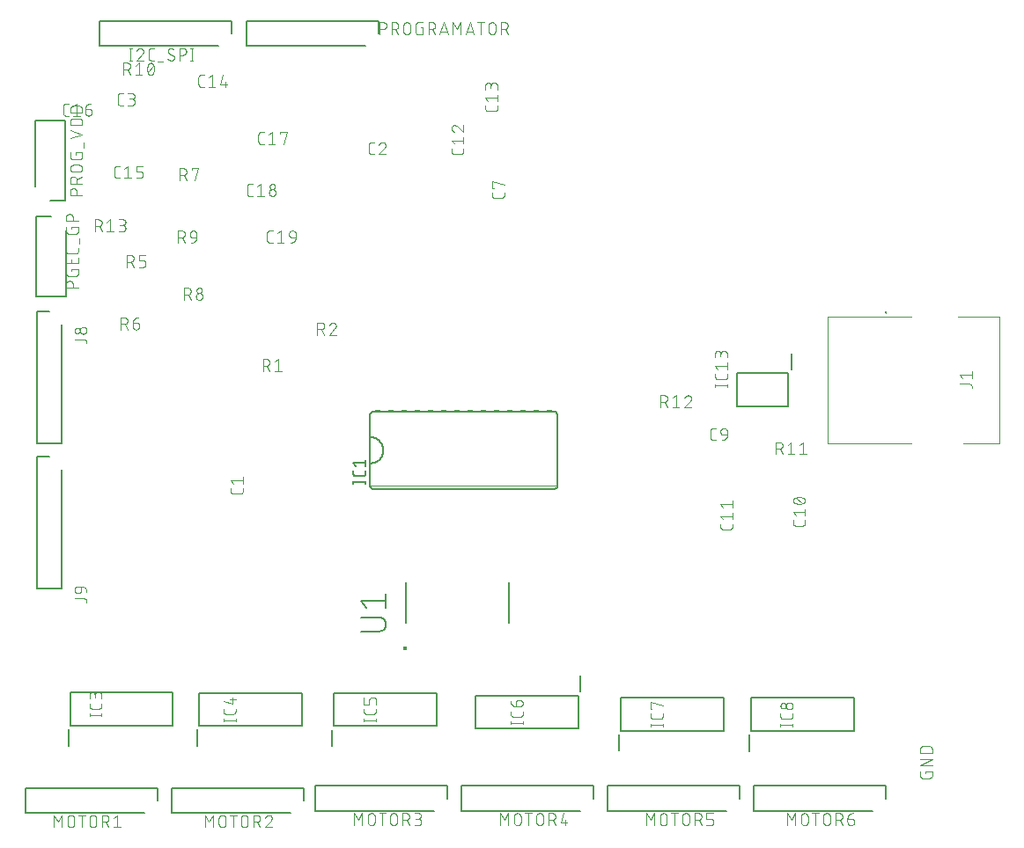
<source format=gbr>
G04 EAGLE Gerber RS-274X export*
G75*
%MOMM*%
%FSLAX34Y34*%
%LPD*%
%INSilkscreen Top*%
%IPPOS*%
%AMOC8*
5,1,8,0,0,1.08239X$1,22.5*%
G01*
%ADD10C,0.101600*%
%ADD11C,0.200000*%
%ADD12C,0.152400*%
%ADD13C,0.050800*%
%ADD14R,0.508000X0.127000*%
%ADD15C,0.127000*%
%ADD16C,0.100000*%
%ADD17C,0.100000*%
%ADD18C,0.400000*%
%ADD19C,0.203200*%


D10*
X219792Y336801D02*
X219792Y334204D01*
X219790Y334105D01*
X219784Y334005D01*
X219775Y333906D01*
X219762Y333808D01*
X219745Y333710D01*
X219724Y333612D01*
X219699Y333516D01*
X219671Y333421D01*
X219639Y333327D01*
X219604Y333234D01*
X219565Y333142D01*
X219522Y333052D01*
X219477Y332964D01*
X219427Y332877D01*
X219375Y332793D01*
X219319Y332710D01*
X219261Y332630D01*
X219199Y332552D01*
X219134Y332477D01*
X219066Y332404D01*
X218996Y332334D01*
X218923Y332266D01*
X218848Y332201D01*
X218770Y332139D01*
X218690Y332081D01*
X218607Y332025D01*
X218523Y331973D01*
X218436Y331923D01*
X218348Y331878D01*
X218258Y331835D01*
X218166Y331796D01*
X218073Y331761D01*
X217979Y331729D01*
X217884Y331701D01*
X217788Y331676D01*
X217690Y331655D01*
X217592Y331638D01*
X217494Y331625D01*
X217395Y331616D01*
X217295Y331610D01*
X217196Y331608D01*
X210704Y331608D01*
X210605Y331610D01*
X210505Y331616D01*
X210406Y331625D01*
X210308Y331638D01*
X210210Y331656D01*
X210112Y331676D01*
X210016Y331701D01*
X209920Y331729D01*
X209826Y331761D01*
X209733Y331796D01*
X209642Y331835D01*
X209552Y331878D01*
X209463Y331923D01*
X209377Y331973D01*
X209292Y332025D01*
X209210Y332081D01*
X209130Y332140D01*
X209052Y332201D01*
X208976Y332266D01*
X208903Y332334D01*
X208833Y332404D01*
X208765Y332477D01*
X208700Y332553D01*
X208639Y332631D01*
X208580Y332711D01*
X208524Y332793D01*
X208472Y332878D01*
X208423Y332964D01*
X208377Y333053D01*
X208334Y333143D01*
X208295Y333234D01*
X208260Y333327D01*
X208228Y333421D01*
X208200Y333517D01*
X208175Y333613D01*
X208155Y333711D01*
X208137Y333809D01*
X208124Y333907D01*
X208115Y334006D01*
X208109Y334105D01*
X208107Y334205D01*
X208108Y334204D02*
X208108Y336801D01*
X210704Y341166D02*
X208108Y344412D01*
X219792Y344412D01*
X219792Y347657D02*
X219792Y341166D01*
X760492Y305901D02*
X760492Y303304D01*
X760490Y303205D01*
X760484Y303105D01*
X760475Y303006D01*
X760462Y302908D01*
X760445Y302810D01*
X760424Y302712D01*
X760399Y302616D01*
X760371Y302521D01*
X760339Y302427D01*
X760304Y302334D01*
X760265Y302242D01*
X760222Y302152D01*
X760177Y302064D01*
X760127Y301977D01*
X760075Y301893D01*
X760019Y301810D01*
X759961Y301730D01*
X759899Y301652D01*
X759834Y301577D01*
X759766Y301504D01*
X759696Y301434D01*
X759623Y301366D01*
X759548Y301301D01*
X759470Y301239D01*
X759390Y301181D01*
X759307Y301125D01*
X759223Y301073D01*
X759136Y301023D01*
X759048Y300978D01*
X758958Y300935D01*
X758866Y300896D01*
X758773Y300861D01*
X758679Y300829D01*
X758584Y300801D01*
X758488Y300776D01*
X758390Y300755D01*
X758292Y300738D01*
X758194Y300725D01*
X758095Y300716D01*
X757995Y300710D01*
X757896Y300708D01*
X751404Y300708D01*
X751305Y300710D01*
X751205Y300716D01*
X751106Y300725D01*
X751008Y300738D01*
X750910Y300756D01*
X750812Y300776D01*
X750716Y300801D01*
X750620Y300829D01*
X750526Y300861D01*
X750433Y300896D01*
X750342Y300935D01*
X750252Y300978D01*
X750163Y301023D01*
X750077Y301073D01*
X749992Y301125D01*
X749910Y301181D01*
X749830Y301240D01*
X749752Y301301D01*
X749676Y301366D01*
X749603Y301434D01*
X749533Y301504D01*
X749465Y301577D01*
X749400Y301653D01*
X749339Y301731D01*
X749280Y301811D01*
X749224Y301893D01*
X749172Y301978D01*
X749123Y302064D01*
X749077Y302153D01*
X749034Y302243D01*
X748995Y302334D01*
X748960Y302427D01*
X748928Y302521D01*
X748900Y302617D01*
X748875Y302713D01*
X748855Y302811D01*
X748837Y302909D01*
X748824Y303007D01*
X748815Y303106D01*
X748809Y303205D01*
X748807Y303305D01*
X748808Y303304D02*
X748808Y305901D01*
X751404Y310266D02*
X748808Y313512D01*
X760492Y313512D01*
X760492Y316757D02*
X760492Y310266D01*
X754650Y321696D02*
X754420Y321699D01*
X754190Y321707D01*
X753961Y321721D01*
X753732Y321740D01*
X753503Y321765D01*
X753275Y321795D01*
X753048Y321830D01*
X752822Y321871D01*
X752597Y321917D01*
X752373Y321969D01*
X752150Y322026D01*
X751929Y322088D01*
X751709Y322156D01*
X751491Y322229D01*
X751275Y322307D01*
X751061Y322390D01*
X750849Y322478D01*
X750638Y322571D01*
X750431Y322670D01*
X750341Y322703D01*
X750252Y322739D01*
X750164Y322779D01*
X750079Y322823D01*
X749995Y322870D01*
X749913Y322920D01*
X749833Y322974D01*
X749756Y323030D01*
X749680Y323090D01*
X749607Y323153D01*
X749537Y323218D01*
X749469Y323287D01*
X749405Y323358D01*
X749343Y323431D01*
X749284Y323507D01*
X749228Y323585D01*
X749175Y323666D01*
X749126Y323748D01*
X749080Y323832D01*
X749037Y323919D01*
X748998Y324006D01*
X748962Y324096D01*
X748930Y324186D01*
X748902Y324278D01*
X748877Y324371D01*
X748856Y324465D01*
X748839Y324559D01*
X748825Y324654D01*
X748816Y324750D01*
X748810Y324846D01*
X748808Y324942D01*
X748810Y325038D01*
X748816Y325134D01*
X748825Y325230D01*
X748839Y325325D01*
X748856Y325419D01*
X748877Y325513D01*
X748902Y325606D01*
X748930Y325698D01*
X748962Y325788D01*
X748998Y325878D01*
X749037Y325966D01*
X749080Y326052D01*
X749126Y326136D01*
X749175Y326218D01*
X749228Y326299D01*
X749284Y326377D01*
X749343Y326453D01*
X749405Y326526D01*
X749469Y326597D01*
X749537Y326666D01*
X749607Y326731D01*
X749680Y326794D01*
X749756Y326854D01*
X749833Y326910D01*
X749913Y326964D01*
X749995Y327014D01*
X750079Y327061D01*
X750164Y327105D01*
X750252Y327145D01*
X750341Y327181D01*
X750431Y327214D01*
X750638Y327313D01*
X750849Y327406D01*
X751061Y327494D01*
X751275Y327577D01*
X751491Y327655D01*
X751709Y327728D01*
X751929Y327796D01*
X752150Y327858D01*
X752373Y327915D01*
X752597Y327967D01*
X752822Y328013D01*
X753048Y328054D01*
X753275Y328089D01*
X753503Y328119D01*
X753732Y328144D01*
X753961Y328163D01*
X754190Y328177D01*
X754420Y328185D01*
X754650Y328188D01*
X754650Y321696D02*
X754880Y321699D01*
X755110Y321707D01*
X755339Y321721D01*
X755568Y321740D01*
X755797Y321765D01*
X756025Y321795D01*
X756252Y321830D01*
X756478Y321871D01*
X756703Y321917D01*
X756927Y321969D01*
X757150Y322026D01*
X757371Y322088D01*
X757591Y322156D01*
X757809Y322229D01*
X758025Y322307D01*
X758239Y322390D01*
X758451Y322478D01*
X758662Y322571D01*
X758869Y322670D01*
X758959Y322703D01*
X759048Y322739D01*
X759136Y322780D01*
X759221Y322823D01*
X759305Y322870D01*
X759387Y322920D01*
X759467Y322974D01*
X759544Y323030D01*
X759620Y323090D01*
X759693Y323153D01*
X759763Y323218D01*
X759831Y323287D01*
X759895Y323358D01*
X759957Y323431D01*
X760016Y323507D01*
X760072Y323585D01*
X760125Y323666D01*
X760174Y323748D01*
X760220Y323832D01*
X760263Y323919D01*
X760302Y324006D01*
X760338Y324096D01*
X760370Y324186D01*
X760398Y324278D01*
X760423Y324371D01*
X760444Y324465D01*
X760461Y324559D01*
X760475Y324654D01*
X760484Y324750D01*
X760490Y324846D01*
X760492Y324942D01*
X758869Y327214D02*
X758662Y327313D01*
X758451Y327406D01*
X758239Y327494D01*
X758025Y327577D01*
X757809Y327655D01*
X757591Y327728D01*
X757371Y327796D01*
X757150Y327858D01*
X756927Y327915D01*
X756703Y327967D01*
X756478Y328013D01*
X756252Y328054D01*
X756025Y328089D01*
X755797Y328119D01*
X755568Y328144D01*
X755339Y328163D01*
X755110Y328177D01*
X754880Y328185D01*
X754650Y328188D01*
X758869Y327214D02*
X758959Y327181D01*
X759048Y327145D01*
X759136Y327105D01*
X759221Y327061D01*
X759305Y327014D01*
X759387Y326964D01*
X759467Y326910D01*
X759544Y326854D01*
X759620Y326794D01*
X759693Y326731D01*
X759763Y326666D01*
X759831Y326597D01*
X759895Y326526D01*
X759957Y326453D01*
X760016Y326377D01*
X760072Y326299D01*
X760125Y326218D01*
X760174Y326136D01*
X760220Y326052D01*
X760263Y325965D01*
X760302Y325878D01*
X760338Y325788D01*
X760370Y325698D01*
X760398Y325606D01*
X760423Y325513D01*
X760444Y325419D01*
X760461Y325325D01*
X760475Y325230D01*
X760484Y325134D01*
X760490Y325038D01*
X760492Y324942D01*
X757896Y322345D02*
X751404Y327538D01*
X690492Y302401D02*
X690492Y299804D01*
X690490Y299705D01*
X690484Y299605D01*
X690475Y299506D01*
X690462Y299408D01*
X690445Y299310D01*
X690424Y299212D01*
X690399Y299116D01*
X690371Y299021D01*
X690339Y298927D01*
X690304Y298834D01*
X690265Y298742D01*
X690222Y298652D01*
X690177Y298564D01*
X690127Y298477D01*
X690075Y298393D01*
X690019Y298310D01*
X689961Y298230D01*
X689899Y298152D01*
X689834Y298077D01*
X689766Y298004D01*
X689696Y297934D01*
X689623Y297866D01*
X689548Y297801D01*
X689470Y297739D01*
X689390Y297681D01*
X689307Y297625D01*
X689223Y297573D01*
X689136Y297523D01*
X689048Y297478D01*
X688958Y297435D01*
X688866Y297396D01*
X688773Y297361D01*
X688679Y297329D01*
X688584Y297301D01*
X688488Y297276D01*
X688390Y297255D01*
X688292Y297238D01*
X688194Y297225D01*
X688095Y297216D01*
X687995Y297210D01*
X687896Y297208D01*
X681404Y297208D01*
X681305Y297210D01*
X681205Y297216D01*
X681106Y297225D01*
X681008Y297238D01*
X680910Y297256D01*
X680812Y297276D01*
X680716Y297301D01*
X680620Y297329D01*
X680526Y297361D01*
X680433Y297396D01*
X680342Y297435D01*
X680252Y297478D01*
X680163Y297523D01*
X680077Y297573D01*
X679992Y297625D01*
X679910Y297681D01*
X679830Y297740D01*
X679752Y297801D01*
X679676Y297866D01*
X679603Y297934D01*
X679533Y298004D01*
X679465Y298077D01*
X679400Y298153D01*
X679339Y298231D01*
X679280Y298311D01*
X679224Y298393D01*
X679172Y298478D01*
X679123Y298564D01*
X679077Y298653D01*
X679034Y298743D01*
X678995Y298834D01*
X678960Y298927D01*
X678928Y299021D01*
X678900Y299117D01*
X678875Y299213D01*
X678855Y299311D01*
X678837Y299409D01*
X678824Y299507D01*
X678815Y299606D01*
X678809Y299705D01*
X678807Y299805D01*
X678808Y299804D02*
X678808Y302401D01*
X681404Y306766D02*
X678808Y310012D01*
X690492Y310012D01*
X690492Y313257D02*
X690492Y306766D01*
X681404Y318196D02*
X678808Y321442D01*
X690492Y321442D01*
X690492Y324687D02*
X690492Y318196D01*
X431992Y661304D02*
X431992Y663901D01*
X431992Y661304D02*
X431990Y661205D01*
X431984Y661105D01*
X431975Y661006D01*
X431962Y660908D01*
X431945Y660810D01*
X431924Y660712D01*
X431899Y660616D01*
X431871Y660521D01*
X431839Y660427D01*
X431804Y660334D01*
X431765Y660242D01*
X431722Y660152D01*
X431677Y660064D01*
X431627Y659977D01*
X431575Y659893D01*
X431519Y659810D01*
X431461Y659730D01*
X431399Y659652D01*
X431334Y659577D01*
X431266Y659504D01*
X431196Y659434D01*
X431123Y659366D01*
X431048Y659301D01*
X430970Y659239D01*
X430890Y659181D01*
X430807Y659125D01*
X430723Y659073D01*
X430636Y659023D01*
X430548Y658978D01*
X430458Y658935D01*
X430366Y658896D01*
X430273Y658861D01*
X430179Y658829D01*
X430084Y658801D01*
X429988Y658776D01*
X429890Y658755D01*
X429792Y658738D01*
X429694Y658725D01*
X429595Y658716D01*
X429495Y658710D01*
X429396Y658708D01*
X422904Y658708D01*
X422805Y658710D01*
X422705Y658716D01*
X422606Y658725D01*
X422508Y658738D01*
X422410Y658756D01*
X422312Y658776D01*
X422216Y658801D01*
X422120Y658829D01*
X422026Y658861D01*
X421933Y658896D01*
X421842Y658935D01*
X421752Y658978D01*
X421663Y659023D01*
X421577Y659073D01*
X421492Y659125D01*
X421410Y659181D01*
X421330Y659240D01*
X421252Y659301D01*
X421176Y659366D01*
X421103Y659434D01*
X421033Y659504D01*
X420965Y659577D01*
X420900Y659653D01*
X420839Y659731D01*
X420780Y659811D01*
X420724Y659893D01*
X420672Y659978D01*
X420623Y660064D01*
X420577Y660153D01*
X420534Y660243D01*
X420495Y660334D01*
X420460Y660427D01*
X420428Y660521D01*
X420400Y660617D01*
X420375Y660713D01*
X420355Y660811D01*
X420337Y660909D01*
X420324Y661007D01*
X420315Y661106D01*
X420309Y661205D01*
X420307Y661305D01*
X420308Y661304D02*
X420308Y663901D01*
X422904Y668266D02*
X420308Y671512D01*
X431992Y671512D01*
X431992Y674757D02*
X431992Y668266D01*
X420308Y683266D02*
X420310Y683373D01*
X420316Y683479D01*
X420326Y683585D01*
X420339Y683691D01*
X420357Y683797D01*
X420378Y683901D01*
X420403Y684005D01*
X420432Y684108D01*
X420464Y684209D01*
X420501Y684309D01*
X420541Y684408D01*
X420584Y684506D01*
X420631Y684602D01*
X420682Y684696D01*
X420736Y684788D01*
X420793Y684878D01*
X420853Y684966D01*
X420917Y685051D01*
X420984Y685134D01*
X421054Y685215D01*
X421126Y685293D01*
X421202Y685369D01*
X421280Y685441D01*
X421361Y685511D01*
X421444Y685578D01*
X421529Y685642D01*
X421617Y685702D01*
X421707Y685759D01*
X421799Y685813D01*
X421893Y685864D01*
X421989Y685911D01*
X422087Y685954D01*
X422186Y685994D01*
X422286Y686031D01*
X422387Y686063D01*
X422490Y686092D01*
X422594Y686117D01*
X422698Y686138D01*
X422804Y686156D01*
X422910Y686169D01*
X423016Y686179D01*
X423122Y686185D01*
X423229Y686187D01*
X420308Y683266D02*
X420310Y683145D01*
X420316Y683024D01*
X420326Y682904D01*
X420339Y682783D01*
X420357Y682664D01*
X420378Y682544D01*
X420403Y682426D01*
X420432Y682309D01*
X420465Y682192D01*
X420501Y682077D01*
X420542Y681963D01*
X420585Y681850D01*
X420633Y681738D01*
X420684Y681629D01*
X420739Y681521D01*
X420797Y681414D01*
X420858Y681310D01*
X420923Y681208D01*
X420991Y681108D01*
X421062Y681010D01*
X421136Y680914D01*
X421213Y680821D01*
X421294Y680731D01*
X421377Y680643D01*
X421463Y680558D01*
X421552Y680475D01*
X421643Y680396D01*
X421737Y680319D01*
X421833Y680246D01*
X421931Y680176D01*
X422032Y680109D01*
X422135Y680045D01*
X422240Y679985D01*
X422347Y679927D01*
X422455Y679874D01*
X422565Y679824D01*
X422677Y679778D01*
X422790Y679735D01*
X422905Y679696D01*
X425501Y685213D02*
X425423Y685292D01*
X425343Y685368D01*
X425260Y685441D01*
X425174Y685511D01*
X425087Y685578D01*
X424996Y685642D01*
X424904Y685702D01*
X424810Y685760D01*
X424713Y685814D01*
X424615Y685864D01*
X424515Y685911D01*
X424414Y685955D01*
X424311Y685995D01*
X424206Y686031D01*
X424101Y686063D01*
X423994Y686092D01*
X423887Y686117D01*
X423778Y686139D01*
X423669Y686156D01*
X423560Y686170D01*
X423450Y686179D01*
X423339Y686185D01*
X423229Y686187D01*
X425501Y685214D02*
X431992Y679696D01*
X431992Y686187D01*
X464692Y702209D02*
X464692Y704806D01*
X464692Y702209D02*
X464690Y702110D01*
X464684Y702010D01*
X464675Y701911D01*
X464662Y701813D01*
X464645Y701715D01*
X464624Y701617D01*
X464599Y701521D01*
X464571Y701426D01*
X464539Y701332D01*
X464504Y701239D01*
X464465Y701147D01*
X464422Y701057D01*
X464377Y700969D01*
X464327Y700882D01*
X464275Y700798D01*
X464219Y700715D01*
X464161Y700635D01*
X464099Y700557D01*
X464034Y700482D01*
X463966Y700409D01*
X463896Y700339D01*
X463823Y700271D01*
X463748Y700206D01*
X463670Y700144D01*
X463590Y700086D01*
X463507Y700030D01*
X463423Y699978D01*
X463336Y699928D01*
X463248Y699883D01*
X463158Y699840D01*
X463066Y699801D01*
X462973Y699766D01*
X462879Y699734D01*
X462784Y699706D01*
X462688Y699681D01*
X462590Y699660D01*
X462492Y699643D01*
X462394Y699630D01*
X462295Y699621D01*
X462195Y699615D01*
X462096Y699613D01*
X455604Y699613D01*
X455604Y699612D02*
X455505Y699614D01*
X455405Y699620D01*
X455306Y699629D01*
X455208Y699642D01*
X455110Y699660D01*
X455012Y699680D01*
X454916Y699705D01*
X454820Y699733D01*
X454726Y699765D01*
X454633Y699800D01*
X454542Y699839D01*
X454452Y699882D01*
X454363Y699927D01*
X454277Y699977D01*
X454192Y700029D01*
X454110Y700085D01*
X454030Y700144D01*
X453952Y700205D01*
X453876Y700270D01*
X453803Y700338D01*
X453733Y700408D01*
X453665Y700481D01*
X453600Y700557D01*
X453539Y700635D01*
X453480Y700715D01*
X453424Y700797D01*
X453372Y700882D01*
X453323Y700968D01*
X453277Y701057D01*
X453234Y701147D01*
X453195Y701238D01*
X453160Y701331D01*
X453128Y701425D01*
X453100Y701521D01*
X453075Y701617D01*
X453055Y701715D01*
X453037Y701813D01*
X453024Y701911D01*
X453015Y702010D01*
X453009Y702109D01*
X453007Y702209D01*
X453008Y702209D02*
X453008Y704806D01*
X455604Y709171D02*
X453008Y712416D01*
X464692Y712416D01*
X464692Y709171D02*
X464692Y715662D01*
X464692Y720601D02*
X464692Y723846D01*
X464690Y723959D01*
X464684Y724072D01*
X464674Y724185D01*
X464660Y724298D01*
X464643Y724410D01*
X464621Y724521D01*
X464596Y724631D01*
X464566Y724741D01*
X464533Y724849D01*
X464496Y724956D01*
X464456Y725062D01*
X464411Y725166D01*
X464363Y725269D01*
X464312Y725370D01*
X464257Y725469D01*
X464199Y725566D01*
X464137Y725661D01*
X464072Y725754D01*
X464004Y725844D01*
X463933Y725932D01*
X463858Y726018D01*
X463781Y726101D01*
X463701Y726181D01*
X463618Y726258D01*
X463532Y726333D01*
X463444Y726404D01*
X463354Y726472D01*
X463261Y726537D01*
X463166Y726599D01*
X463069Y726657D01*
X462970Y726712D01*
X462869Y726763D01*
X462766Y726811D01*
X462662Y726856D01*
X462556Y726896D01*
X462449Y726933D01*
X462341Y726966D01*
X462231Y726996D01*
X462121Y727021D01*
X462010Y727043D01*
X461898Y727060D01*
X461785Y727074D01*
X461672Y727084D01*
X461559Y727090D01*
X461446Y727092D01*
X461333Y727090D01*
X461220Y727084D01*
X461107Y727074D01*
X460994Y727060D01*
X460882Y727043D01*
X460771Y727021D01*
X460661Y726996D01*
X460551Y726966D01*
X460443Y726933D01*
X460336Y726896D01*
X460230Y726856D01*
X460126Y726811D01*
X460023Y726763D01*
X459922Y726712D01*
X459823Y726657D01*
X459726Y726599D01*
X459631Y726537D01*
X459538Y726472D01*
X459448Y726404D01*
X459360Y726333D01*
X459274Y726258D01*
X459191Y726181D01*
X459111Y726101D01*
X459034Y726018D01*
X458959Y725932D01*
X458888Y725844D01*
X458820Y725754D01*
X458755Y725661D01*
X458693Y725566D01*
X458635Y725469D01*
X458580Y725370D01*
X458529Y725269D01*
X458481Y725166D01*
X458436Y725062D01*
X458396Y724956D01*
X458359Y724849D01*
X458326Y724741D01*
X458296Y724631D01*
X458271Y724521D01*
X458249Y724410D01*
X458232Y724298D01*
X458218Y724185D01*
X458208Y724072D01*
X458202Y723959D01*
X458200Y723846D01*
X453008Y724496D02*
X453008Y720601D01*
X453008Y724496D02*
X453010Y724597D01*
X453016Y724697D01*
X453026Y724797D01*
X453039Y724897D01*
X453057Y724996D01*
X453078Y725095D01*
X453103Y725192D01*
X453132Y725289D01*
X453165Y725384D01*
X453201Y725478D01*
X453241Y725570D01*
X453284Y725661D01*
X453331Y725750D01*
X453381Y725837D01*
X453435Y725923D01*
X453492Y726006D01*
X453552Y726086D01*
X453615Y726165D01*
X453682Y726241D01*
X453751Y726314D01*
X453823Y726384D01*
X453897Y726452D01*
X453974Y726517D01*
X454054Y726578D01*
X454136Y726637D01*
X454220Y726692D01*
X454306Y726744D01*
X454394Y726793D01*
X454484Y726838D01*
X454576Y726880D01*
X454669Y726918D01*
X454764Y726952D01*
X454859Y726983D01*
X454956Y727010D01*
X455054Y727033D01*
X455153Y727053D01*
X455253Y727068D01*
X455353Y727080D01*
X455453Y727088D01*
X455554Y727092D01*
X455654Y727092D01*
X455755Y727088D01*
X455855Y727080D01*
X455955Y727068D01*
X456055Y727053D01*
X456154Y727033D01*
X456252Y727010D01*
X456349Y726983D01*
X456444Y726952D01*
X456539Y726918D01*
X456632Y726880D01*
X456724Y726838D01*
X456814Y726793D01*
X456902Y726744D01*
X456988Y726692D01*
X457072Y726637D01*
X457154Y726578D01*
X457234Y726517D01*
X457311Y726452D01*
X457385Y726384D01*
X457457Y726314D01*
X457526Y726241D01*
X457593Y726165D01*
X457656Y726086D01*
X457716Y726006D01*
X457773Y725923D01*
X457827Y725837D01*
X457877Y725750D01*
X457924Y725661D01*
X457967Y725570D01*
X458007Y725478D01*
X458043Y725384D01*
X458076Y725289D01*
X458105Y725192D01*
X458130Y725095D01*
X458151Y724996D01*
X458169Y724897D01*
X458182Y724797D01*
X458192Y724697D01*
X458198Y724597D01*
X458200Y724496D01*
X458201Y724496D02*
X458201Y721899D01*
X182301Y723008D02*
X179704Y723008D01*
X179605Y723010D01*
X179505Y723016D01*
X179406Y723025D01*
X179308Y723038D01*
X179210Y723055D01*
X179112Y723076D01*
X179016Y723101D01*
X178921Y723129D01*
X178827Y723161D01*
X178734Y723196D01*
X178642Y723235D01*
X178552Y723278D01*
X178464Y723323D01*
X178377Y723373D01*
X178293Y723425D01*
X178210Y723481D01*
X178130Y723539D01*
X178052Y723601D01*
X177977Y723666D01*
X177904Y723734D01*
X177834Y723804D01*
X177766Y723877D01*
X177701Y723952D01*
X177639Y724030D01*
X177581Y724110D01*
X177525Y724193D01*
X177473Y724277D01*
X177423Y724364D01*
X177378Y724452D01*
X177335Y724542D01*
X177296Y724634D01*
X177261Y724727D01*
X177229Y724821D01*
X177201Y724916D01*
X177176Y725012D01*
X177155Y725110D01*
X177138Y725208D01*
X177125Y725306D01*
X177116Y725405D01*
X177110Y725505D01*
X177108Y725604D01*
X177108Y732096D01*
X177110Y732195D01*
X177116Y732295D01*
X177125Y732394D01*
X177138Y732492D01*
X177155Y732590D01*
X177176Y732688D01*
X177201Y732784D01*
X177229Y732879D01*
X177261Y732973D01*
X177296Y733066D01*
X177335Y733158D01*
X177378Y733248D01*
X177423Y733336D01*
X177473Y733423D01*
X177525Y733507D01*
X177581Y733590D01*
X177639Y733670D01*
X177701Y733748D01*
X177766Y733823D01*
X177834Y733896D01*
X177904Y733966D01*
X177977Y734034D01*
X178052Y734099D01*
X178130Y734161D01*
X178210Y734219D01*
X178293Y734275D01*
X178377Y734327D01*
X178464Y734377D01*
X178552Y734422D01*
X178642Y734465D01*
X178734Y734504D01*
X178826Y734539D01*
X178921Y734571D01*
X179016Y734599D01*
X179112Y734624D01*
X179210Y734645D01*
X179308Y734662D01*
X179406Y734675D01*
X179505Y734684D01*
X179605Y734690D01*
X179704Y734692D01*
X182301Y734692D01*
X186666Y732096D02*
X189912Y734692D01*
X189912Y723008D01*
X193157Y723008D02*
X186666Y723008D01*
X198096Y725604D02*
X200693Y734692D01*
X198096Y725604D02*
X204587Y725604D01*
X202640Y728201D02*
X202640Y723008D01*
X101406Y635308D02*
X98809Y635308D01*
X98710Y635310D01*
X98610Y635316D01*
X98511Y635325D01*
X98413Y635338D01*
X98315Y635355D01*
X98217Y635376D01*
X98121Y635401D01*
X98026Y635429D01*
X97932Y635461D01*
X97839Y635496D01*
X97747Y635535D01*
X97657Y635578D01*
X97569Y635623D01*
X97482Y635673D01*
X97398Y635725D01*
X97315Y635781D01*
X97235Y635839D01*
X97157Y635901D01*
X97082Y635966D01*
X97009Y636034D01*
X96939Y636104D01*
X96871Y636177D01*
X96806Y636252D01*
X96744Y636330D01*
X96686Y636410D01*
X96630Y636493D01*
X96578Y636577D01*
X96528Y636664D01*
X96483Y636752D01*
X96440Y636842D01*
X96401Y636934D01*
X96366Y637027D01*
X96334Y637121D01*
X96306Y637216D01*
X96281Y637312D01*
X96260Y637410D01*
X96243Y637508D01*
X96230Y637606D01*
X96221Y637705D01*
X96215Y637805D01*
X96213Y637904D01*
X96213Y644396D01*
X96215Y644495D01*
X96221Y644595D01*
X96230Y644694D01*
X96243Y644792D01*
X96260Y644890D01*
X96281Y644988D01*
X96306Y645084D01*
X96334Y645179D01*
X96366Y645273D01*
X96401Y645366D01*
X96440Y645458D01*
X96483Y645548D01*
X96528Y645636D01*
X96578Y645723D01*
X96630Y645807D01*
X96686Y645890D01*
X96744Y645970D01*
X96806Y646048D01*
X96871Y646123D01*
X96939Y646196D01*
X97009Y646266D01*
X97082Y646334D01*
X97157Y646399D01*
X97235Y646461D01*
X97315Y646519D01*
X97398Y646575D01*
X97482Y646627D01*
X97569Y646677D01*
X97657Y646722D01*
X97747Y646765D01*
X97839Y646804D01*
X97931Y646839D01*
X98026Y646871D01*
X98121Y646899D01*
X98217Y646924D01*
X98315Y646945D01*
X98413Y646962D01*
X98511Y646975D01*
X98610Y646984D01*
X98710Y646990D01*
X98809Y646992D01*
X101406Y646992D01*
X105771Y644396D02*
X109016Y646992D01*
X109016Y635308D01*
X105771Y635308D02*
X112262Y635308D01*
X117201Y635308D02*
X121096Y635308D01*
X121195Y635310D01*
X121295Y635316D01*
X121394Y635325D01*
X121492Y635338D01*
X121590Y635355D01*
X121688Y635376D01*
X121784Y635401D01*
X121879Y635429D01*
X121973Y635461D01*
X122066Y635496D01*
X122158Y635535D01*
X122248Y635578D01*
X122336Y635623D01*
X122423Y635673D01*
X122507Y635725D01*
X122590Y635781D01*
X122670Y635839D01*
X122748Y635901D01*
X122823Y635966D01*
X122896Y636034D01*
X122966Y636104D01*
X123034Y636177D01*
X123099Y636252D01*
X123161Y636330D01*
X123219Y636410D01*
X123275Y636493D01*
X123327Y636577D01*
X123377Y636664D01*
X123422Y636752D01*
X123465Y636842D01*
X123504Y636934D01*
X123539Y637027D01*
X123571Y637121D01*
X123599Y637216D01*
X123624Y637312D01*
X123645Y637410D01*
X123662Y637508D01*
X123675Y637606D01*
X123684Y637705D01*
X123690Y637805D01*
X123692Y637904D01*
X123692Y639203D01*
X123690Y639302D01*
X123684Y639402D01*
X123675Y639501D01*
X123662Y639599D01*
X123645Y639697D01*
X123624Y639795D01*
X123599Y639891D01*
X123571Y639986D01*
X123539Y640080D01*
X123504Y640173D01*
X123465Y640265D01*
X123422Y640355D01*
X123377Y640443D01*
X123327Y640530D01*
X123275Y640614D01*
X123219Y640697D01*
X123161Y640777D01*
X123099Y640855D01*
X123034Y640930D01*
X122966Y641003D01*
X122896Y641073D01*
X122823Y641141D01*
X122748Y641206D01*
X122670Y641268D01*
X122590Y641326D01*
X122507Y641382D01*
X122423Y641434D01*
X122336Y641484D01*
X122248Y641529D01*
X122158Y641572D01*
X122066Y641611D01*
X121973Y641646D01*
X121879Y641678D01*
X121784Y641706D01*
X121688Y641731D01*
X121590Y641752D01*
X121492Y641769D01*
X121394Y641782D01*
X121295Y641791D01*
X121195Y641797D01*
X121096Y641799D01*
X117201Y641799D01*
X117201Y646992D01*
X123692Y646992D01*
X52206Y695308D02*
X49609Y695308D01*
X49510Y695310D01*
X49410Y695316D01*
X49311Y695325D01*
X49213Y695338D01*
X49115Y695355D01*
X49017Y695376D01*
X48921Y695401D01*
X48826Y695429D01*
X48732Y695461D01*
X48639Y695496D01*
X48547Y695535D01*
X48457Y695578D01*
X48369Y695623D01*
X48282Y695673D01*
X48198Y695725D01*
X48115Y695781D01*
X48035Y695839D01*
X47957Y695901D01*
X47882Y695966D01*
X47809Y696034D01*
X47739Y696104D01*
X47671Y696177D01*
X47606Y696252D01*
X47544Y696330D01*
X47486Y696410D01*
X47430Y696493D01*
X47378Y696577D01*
X47328Y696664D01*
X47283Y696752D01*
X47240Y696842D01*
X47201Y696934D01*
X47166Y697027D01*
X47134Y697121D01*
X47106Y697216D01*
X47081Y697312D01*
X47060Y697410D01*
X47043Y697508D01*
X47030Y697606D01*
X47021Y697705D01*
X47015Y697805D01*
X47013Y697904D01*
X47013Y704396D01*
X47015Y704495D01*
X47021Y704595D01*
X47030Y704694D01*
X47043Y704792D01*
X47060Y704890D01*
X47081Y704988D01*
X47106Y705084D01*
X47134Y705179D01*
X47166Y705273D01*
X47201Y705366D01*
X47240Y705458D01*
X47283Y705548D01*
X47328Y705636D01*
X47378Y705723D01*
X47430Y705807D01*
X47486Y705890D01*
X47544Y705970D01*
X47606Y706048D01*
X47671Y706123D01*
X47739Y706196D01*
X47809Y706266D01*
X47882Y706334D01*
X47957Y706399D01*
X48035Y706461D01*
X48115Y706519D01*
X48198Y706575D01*
X48282Y706627D01*
X48369Y706677D01*
X48457Y706722D01*
X48547Y706765D01*
X48639Y706804D01*
X48731Y706839D01*
X48826Y706871D01*
X48921Y706899D01*
X49017Y706924D01*
X49115Y706945D01*
X49213Y706962D01*
X49311Y706975D01*
X49410Y706984D01*
X49510Y706990D01*
X49609Y706992D01*
X52206Y706992D01*
X56571Y704396D02*
X59816Y706992D01*
X59816Y695308D01*
X56571Y695308D02*
X63062Y695308D01*
X68001Y701799D02*
X71896Y701799D01*
X71995Y701797D01*
X72095Y701791D01*
X72194Y701782D01*
X72292Y701769D01*
X72390Y701752D01*
X72488Y701731D01*
X72584Y701706D01*
X72679Y701678D01*
X72773Y701646D01*
X72866Y701611D01*
X72958Y701572D01*
X73048Y701529D01*
X73136Y701484D01*
X73223Y701434D01*
X73307Y701382D01*
X73390Y701326D01*
X73470Y701268D01*
X73548Y701206D01*
X73623Y701141D01*
X73696Y701073D01*
X73766Y701003D01*
X73834Y700930D01*
X73899Y700855D01*
X73961Y700777D01*
X74019Y700697D01*
X74075Y700614D01*
X74127Y700530D01*
X74177Y700443D01*
X74222Y700355D01*
X74265Y700265D01*
X74304Y700173D01*
X74339Y700080D01*
X74371Y699986D01*
X74399Y699891D01*
X74424Y699795D01*
X74445Y699697D01*
X74462Y699599D01*
X74475Y699501D01*
X74484Y699402D01*
X74490Y699302D01*
X74492Y699203D01*
X74492Y698554D01*
X74490Y698441D01*
X74484Y698328D01*
X74474Y698215D01*
X74460Y698102D01*
X74443Y697990D01*
X74421Y697879D01*
X74396Y697769D01*
X74366Y697659D01*
X74333Y697551D01*
X74296Y697444D01*
X74256Y697338D01*
X74211Y697234D01*
X74163Y697131D01*
X74112Y697030D01*
X74057Y696931D01*
X73999Y696834D01*
X73937Y696739D01*
X73872Y696646D01*
X73804Y696556D01*
X73733Y696468D01*
X73658Y696382D01*
X73581Y696299D01*
X73501Y696219D01*
X73418Y696142D01*
X73332Y696067D01*
X73244Y695996D01*
X73154Y695928D01*
X73061Y695863D01*
X72966Y695801D01*
X72869Y695743D01*
X72770Y695688D01*
X72669Y695637D01*
X72566Y695589D01*
X72462Y695544D01*
X72356Y695504D01*
X72249Y695467D01*
X72141Y695434D01*
X72031Y695404D01*
X71921Y695379D01*
X71810Y695357D01*
X71698Y695340D01*
X71585Y695326D01*
X71472Y695316D01*
X71359Y695310D01*
X71246Y695308D01*
X71133Y695310D01*
X71020Y695316D01*
X70907Y695326D01*
X70794Y695340D01*
X70682Y695357D01*
X70571Y695379D01*
X70461Y695404D01*
X70351Y695434D01*
X70243Y695467D01*
X70136Y695504D01*
X70030Y695544D01*
X69926Y695589D01*
X69823Y695637D01*
X69722Y695688D01*
X69623Y695743D01*
X69526Y695801D01*
X69431Y695863D01*
X69338Y695928D01*
X69248Y695996D01*
X69160Y696067D01*
X69074Y696142D01*
X68991Y696219D01*
X68911Y696299D01*
X68834Y696382D01*
X68759Y696468D01*
X68688Y696556D01*
X68620Y696646D01*
X68555Y696739D01*
X68493Y696834D01*
X68435Y696931D01*
X68380Y697030D01*
X68329Y697131D01*
X68281Y697234D01*
X68236Y697338D01*
X68196Y697444D01*
X68159Y697551D01*
X68126Y697659D01*
X68096Y697769D01*
X68071Y697879D01*
X68049Y697990D01*
X68032Y698102D01*
X68018Y698215D01*
X68008Y698328D01*
X68002Y698441D01*
X68000Y698554D01*
X68001Y698554D02*
X68001Y701799D01*
X68003Y701942D01*
X68009Y702085D01*
X68019Y702228D01*
X68033Y702370D01*
X68050Y702512D01*
X68072Y702654D01*
X68097Y702795D01*
X68127Y702935D01*
X68160Y703074D01*
X68197Y703212D01*
X68238Y703349D01*
X68282Y703485D01*
X68331Y703620D01*
X68383Y703753D01*
X68438Y703885D01*
X68498Y704015D01*
X68561Y704144D01*
X68627Y704271D01*
X68697Y704395D01*
X68770Y704518D01*
X68847Y704639D01*
X68927Y704758D01*
X69010Y704874D01*
X69096Y704989D01*
X69185Y705100D01*
X69278Y705210D01*
X69373Y705316D01*
X69472Y705420D01*
X69573Y705521D01*
X69677Y705620D01*
X69783Y705715D01*
X69893Y705808D01*
X70004Y705897D01*
X70119Y705983D01*
X70235Y706066D01*
X70354Y706146D01*
X70475Y706223D01*
X70597Y706296D01*
X70722Y706366D01*
X70849Y706432D01*
X70978Y706495D01*
X71108Y706555D01*
X71240Y706610D01*
X71373Y706662D01*
X71508Y706711D01*
X71644Y706755D01*
X71781Y706796D01*
X71919Y706833D01*
X72058Y706866D01*
X72198Y706896D01*
X72339Y706921D01*
X72481Y706943D01*
X72623Y706960D01*
X72765Y706974D01*
X72908Y706984D01*
X73051Y706990D01*
X73194Y706992D01*
X237304Y668008D02*
X239901Y668008D01*
X237304Y668008D02*
X237205Y668010D01*
X237105Y668016D01*
X237006Y668025D01*
X236908Y668038D01*
X236810Y668055D01*
X236712Y668076D01*
X236616Y668101D01*
X236521Y668129D01*
X236427Y668161D01*
X236334Y668196D01*
X236242Y668235D01*
X236152Y668278D01*
X236064Y668323D01*
X235977Y668373D01*
X235893Y668425D01*
X235810Y668481D01*
X235730Y668539D01*
X235652Y668601D01*
X235577Y668666D01*
X235504Y668734D01*
X235434Y668804D01*
X235366Y668877D01*
X235301Y668952D01*
X235239Y669030D01*
X235181Y669110D01*
X235125Y669193D01*
X235073Y669277D01*
X235023Y669364D01*
X234978Y669452D01*
X234935Y669542D01*
X234896Y669634D01*
X234861Y669727D01*
X234829Y669821D01*
X234801Y669916D01*
X234776Y670012D01*
X234755Y670110D01*
X234738Y670208D01*
X234725Y670306D01*
X234716Y670405D01*
X234710Y670505D01*
X234708Y670604D01*
X234708Y677096D01*
X234710Y677195D01*
X234716Y677295D01*
X234725Y677394D01*
X234738Y677492D01*
X234755Y677590D01*
X234776Y677688D01*
X234801Y677784D01*
X234829Y677879D01*
X234861Y677973D01*
X234896Y678066D01*
X234935Y678158D01*
X234978Y678248D01*
X235023Y678336D01*
X235073Y678423D01*
X235125Y678507D01*
X235181Y678590D01*
X235239Y678670D01*
X235301Y678748D01*
X235366Y678823D01*
X235434Y678896D01*
X235504Y678966D01*
X235577Y679034D01*
X235652Y679099D01*
X235730Y679161D01*
X235810Y679219D01*
X235893Y679275D01*
X235977Y679327D01*
X236064Y679377D01*
X236152Y679422D01*
X236242Y679465D01*
X236334Y679504D01*
X236426Y679539D01*
X236521Y679571D01*
X236616Y679599D01*
X236712Y679624D01*
X236810Y679645D01*
X236908Y679662D01*
X237006Y679675D01*
X237105Y679684D01*
X237205Y679690D01*
X237304Y679692D01*
X239901Y679692D01*
X244266Y677096D02*
X247512Y679692D01*
X247512Y668008D01*
X250757Y668008D02*
X244266Y668008D01*
X255696Y678394D02*
X255696Y679692D01*
X262187Y679692D01*
X258942Y668008D01*
X229101Y618008D02*
X226504Y618008D01*
X226405Y618010D01*
X226305Y618016D01*
X226206Y618025D01*
X226108Y618038D01*
X226010Y618055D01*
X225912Y618076D01*
X225816Y618101D01*
X225721Y618129D01*
X225627Y618161D01*
X225534Y618196D01*
X225442Y618235D01*
X225352Y618278D01*
X225264Y618323D01*
X225177Y618373D01*
X225093Y618425D01*
X225010Y618481D01*
X224930Y618539D01*
X224852Y618601D01*
X224777Y618666D01*
X224704Y618734D01*
X224634Y618804D01*
X224566Y618877D01*
X224501Y618952D01*
X224439Y619030D01*
X224381Y619110D01*
X224325Y619193D01*
X224273Y619277D01*
X224223Y619364D01*
X224178Y619452D01*
X224135Y619542D01*
X224096Y619634D01*
X224061Y619727D01*
X224029Y619821D01*
X224001Y619916D01*
X223976Y620012D01*
X223955Y620110D01*
X223938Y620208D01*
X223925Y620306D01*
X223916Y620405D01*
X223910Y620505D01*
X223908Y620604D01*
X223908Y627096D01*
X223910Y627195D01*
X223916Y627295D01*
X223925Y627394D01*
X223938Y627492D01*
X223955Y627590D01*
X223976Y627688D01*
X224001Y627784D01*
X224029Y627879D01*
X224061Y627973D01*
X224096Y628066D01*
X224135Y628158D01*
X224178Y628248D01*
X224223Y628336D01*
X224273Y628423D01*
X224325Y628507D01*
X224381Y628590D01*
X224439Y628670D01*
X224501Y628748D01*
X224566Y628823D01*
X224634Y628896D01*
X224704Y628966D01*
X224777Y629034D01*
X224852Y629099D01*
X224930Y629161D01*
X225010Y629219D01*
X225093Y629275D01*
X225177Y629327D01*
X225264Y629377D01*
X225352Y629422D01*
X225442Y629465D01*
X225534Y629504D01*
X225626Y629539D01*
X225721Y629571D01*
X225816Y629599D01*
X225912Y629624D01*
X226010Y629645D01*
X226108Y629662D01*
X226206Y629675D01*
X226305Y629684D01*
X226405Y629690D01*
X226504Y629692D01*
X229101Y629692D01*
X233466Y627096D02*
X236712Y629692D01*
X236712Y618008D01*
X239957Y618008D02*
X233466Y618008D01*
X244896Y621254D02*
X244898Y621367D01*
X244904Y621480D01*
X244914Y621593D01*
X244928Y621706D01*
X244945Y621818D01*
X244967Y621929D01*
X244992Y622039D01*
X245022Y622149D01*
X245055Y622257D01*
X245092Y622364D01*
X245132Y622470D01*
X245177Y622574D01*
X245225Y622677D01*
X245276Y622778D01*
X245331Y622877D01*
X245389Y622974D01*
X245451Y623069D01*
X245516Y623162D01*
X245584Y623252D01*
X245655Y623340D01*
X245730Y623426D01*
X245807Y623509D01*
X245887Y623589D01*
X245970Y623666D01*
X246056Y623741D01*
X246144Y623812D01*
X246234Y623880D01*
X246327Y623945D01*
X246422Y624007D01*
X246519Y624065D01*
X246618Y624120D01*
X246719Y624171D01*
X246822Y624219D01*
X246926Y624264D01*
X247032Y624304D01*
X247139Y624341D01*
X247247Y624374D01*
X247357Y624404D01*
X247467Y624429D01*
X247578Y624451D01*
X247690Y624468D01*
X247803Y624482D01*
X247916Y624492D01*
X248029Y624498D01*
X248142Y624500D01*
X248255Y624498D01*
X248368Y624492D01*
X248481Y624482D01*
X248594Y624468D01*
X248706Y624451D01*
X248817Y624429D01*
X248927Y624404D01*
X249037Y624374D01*
X249145Y624341D01*
X249252Y624304D01*
X249358Y624264D01*
X249462Y624219D01*
X249565Y624171D01*
X249666Y624120D01*
X249765Y624065D01*
X249862Y624007D01*
X249957Y623945D01*
X250050Y623880D01*
X250140Y623812D01*
X250228Y623741D01*
X250314Y623666D01*
X250397Y623589D01*
X250477Y623509D01*
X250554Y623426D01*
X250629Y623340D01*
X250700Y623252D01*
X250768Y623162D01*
X250833Y623069D01*
X250895Y622974D01*
X250953Y622877D01*
X251008Y622778D01*
X251059Y622677D01*
X251107Y622574D01*
X251152Y622470D01*
X251192Y622364D01*
X251229Y622257D01*
X251262Y622149D01*
X251292Y622039D01*
X251317Y621929D01*
X251339Y621818D01*
X251356Y621706D01*
X251370Y621593D01*
X251380Y621480D01*
X251386Y621367D01*
X251388Y621254D01*
X251386Y621141D01*
X251380Y621028D01*
X251370Y620915D01*
X251356Y620802D01*
X251339Y620690D01*
X251317Y620579D01*
X251292Y620469D01*
X251262Y620359D01*
X251229Y620251D01*
X251192Y620144D01*
X251152Y620038D01*
X251107Y619934D01*
X251059Y619831D01*
X251008Y619730D01*
X250953Y619631D01*
X250895Y619534D01*
X250833Y619439D01*
X250768Y619346D01*
X250700Y619256D01*
X250629Y619168D01*
X250554Y619082D01*
X250477Y618999D01*
X250397Y618919D01*
X250314Y618842D01*
X250228Y618767D01*
X250140Y618696D01*
X250050Y618628D01*
X249957Y618563D01*
X249862Y618501D01*
X249765Y618443D01*
X249666Y618388D01*
X249565Y618337D01*
X249462Y618289D01*
X249358Y618244D01*
X249252Y618204D01*
X249145Y618167D01*
X249037Y618134D01*
X248927Y618104D01*
X248817Y618079D01*
X248706Y618057D01*
X248594Y618040D01*
X248481Y618026D01*
X248368Y618016D01*
X248255Y618010D01*
X248142Y618008D01*
X248029Y618010D01*
X247916Y618016D01*
X247803Y618026D01*
X247690Y618040D01*
X247578Y618057D01*
X247467Y618079D01*
X247357Y618104D01*
X247247Y618134D01*
X247139Y618167D01*
X247032Y618204D01*
X246926Y618244D01*
X246822Y618289D01*
X246719Y618337D01*
X246618Y618388D01*
X246519Y618443D01*
X246422Y618501D01*
X246327Y618563D01*
X246234Y618628D01*
X246144Y618696D01*
X246056Y618767D01*
X245970Y618842D01*
X245887Y618919D01*
X245807Y618999D01*
X245730Y619082D01*
X245655Y619168D01*
X245584Y619256D01*
X245516Y619346D01*
X245451Y619439D01*
X245389Y619534D01*
X245331Y619631D01*
X245276Y619730D01*
X245225Y619831D01*
X245177Y619934D01*
X245132Y620038D01*
X245092Y620144D01*
X245055Y620251D01*
X245022Y620359D01*
X244992Y620469D01*
X244967Y620579D01*
X244945Y620690D01*
X244928Y620802D01*
X244914Y620915D01*
X244904Y621028D01*
X244898Y621141D01*
X244896Y621254D01*
X245546Y627096D02*
X245548Y627197D01*
X245554Y627297D01*
X245564Y627397D01*
X245577Y627497D01*
X245595Y627596D01*
X245616Y627695D01*
X245641Y627792D01*
X245670Y627889D01*
X245703Y627984D01*
X245739Y628078D01*
X245779Y628170D01*
X245822Y628261D01*
X245869Y628350D01*
X245919Y628437D01*
X245973Y628523D01*
X246030Y628606D01*
X246090Y628686D01*
X246153Y628765D01*
X246220Y628841D01*
X246289Y628914D01*
X246361Y628984D01*
X246435Y629052D01*
X246512Y629117D01*
X246592Y629178D01*
X246674Y629237D01*
X246758Y629292D01*
X246844Y629344D01*
X246932Y629393D01*
X247022Y629438D01*
X247114Y629480D01*
X247207Y629518D01*
X247302Y629552D01*
X247397Y629583D01*
X247494Y629610D01*
X247592Y629633D01*
X247691Y629653D01*
X247791Y629668D01*
X247891Y629680D01*
X247991Y629688D01*
X248092Y629692D01*
X248192Y629692D01*
X248293Y629688D01*
X248393Y629680D01*
X248493Y629668D01*
X248593Y629653D01*
X248692Y629633D01*
X248790Y629610D01*
X248887Y629583D01*
X248982Y629552D01*
X249077Y629518D01*
X249170Y629480D01*
X249262Y629438D01*
X249352Y629393D01*
X249440Y629344D01*
X249526Y629292D01*
X249610Y629237D01*
X249692Y629178D01*
X249772Y629117D01*
X249849Y629052D01*
X249923Y628984D01*
X249995Y628914D01*
X250064Y628841D01*
X250131Y628765D01*
X250194Y628686D01*
X250254Y628606D01*
X250311Y628523D01*
X250365Y628437D01*
X250415Y628350D01*
X250462Y628261D01*
X250505Y628170D01*
X250545Y628078D01*
X250581Y627984D01*
X250614Y627889D01*
X250643Y627792D01*
X250668Y627695D01*
X250689Y627596D01*
X250707Y627497D01*
X250720Y627397D01*
X250730Y627297D01*
X250736Y627197D01*
X250738Y627096D01*
X250736Y626995D01*
X250730Y626895D01*
X250720Y626795D01*
X250707Y626695D01*
X250689Y626596D01*
X250668Y626497D01*
X250643Y626400D01*
X250614Y626303D01*
X250581Y626208D01*
X250545Y626114D01*
X250505Y626022D01*
X250462Y625931D01*
X250415Y625842D01*
X250365Y625755D01*
X250311Y625669D01*
X250254Y625586D01*
X250194Y625506D01*
X250131Y625427D01*
X250064Y625351D01*
X249995Y625278D01*
X249923Y625208D01*
X249849Y625140D01*
X249772Y625075D01*
X249692Y625014D01*
X249610Y624955D01*
X249526Y624900D01*
X249440Y624848D01*
X249352Y624799D01*
X249262Y624754D01*
X249170Y624712D01*
X249077Y624674D01*
X248982Y624640D01*
X248887Y624609D01*
X248790Y624582D01*
X248692Y624559D01*
X248593Y624539D01*
X248493Y624524D01*
X248393Y624512D01*
X248293Y624504D01*
X248192Y624500D01*
X248092Y624500D01*
X247991Y624504D01*
X247891Y624512D01*
X247791Y624524D01*
X247691Y624539D01*
X247592Y624559D01*
X247494Y624582D01*
X247397Y624609D01*
X247302Y624640D01*
X247207Y624674D01*
X247114Y624712D01*
X247022Y624754D01*
X246932Y624799D01*
X246844Y624848D01*
X246758Y624900D01*
X246674Y624955D01*
X246592Y625014D01*
X246512Y625075D01*
X246435Y625140D01*
X246361Y625208D01*
X246289Y625278D01*
X246220Y625351D01*
X246153Y625427D01*
X246090Y625506D01*
X246030Y625586D01*
X245973Y625669D01*
X245919Y625755D01*
X245869Y625842D01*
X245822Y625931D01*
X245779Y626022D01*
X245739Y626114D01*
X245703Y626208D01*
X245670Y626303D01*
X245641Y626400D01*
X245616Y626497D01*
X245595Y626596D01*
X245577Y626695D01*
X245564Y626795D01*
X245554Y626895D01*
X245548Y626995D01*
X245546Y627096D01*
X245704Y573008D02*
X248301Y573008D01*
X245704Y573008D02*
X245605Y573010D01*
X245505Y573016D01*
X245406Y573025D01*
X245308Y573038D01*
X245210Y573055D01*
X245112Y573076D01*
X245016Y573101D01*
X244921Y573129D01*
X244827Y573161D01*
X244734Y573196D01*
X244642Y573235D01*
X244552Y573278D01*
X244464Y573323D01*
X244377Y573373D01*
X244293Y573425D01*
X244210Y573481D01*
X244130Y573539D01*
X244052Y573601D01*
X243977Y573666D01*
X243904Y573734D01*
X243834Y573804D01*
X243766Y573877D01*
X243701Y573952D01*
X243639Y574030D01*
X243581Y574110D01*
X243525Y574193D01*
X243473Y574277D01*
X243423Y574364D01*
X243378Y574452D01*
X243335Y574542D01*
X243296Y574634D01*
X243261Y574727D01*
X243229Y574821D01*
X243201Y574916D01*
X243176Y575012D01*
X243155Y575110D01*
X243138Y575208D01*
X243125Y575306D01*
X243116Y575405D01*
X243110Y575505D01*
X243108Y575604D01*
X243108Y582096D01*
X243110Y582195D01*
X243116Y582295D01*
X243125Y582394D01*
X243138Y582492D01*
X243155Y582590D01*
X243176Y582688D01*
X243201Y582784D01*
X243229Y582879D01*
X243261Y582973D01*
X243296Y583066D01*
X243335Y583158D01*
X243378Y583248D01*
X243423Y583336D01*
X243473Y583423D01*
X243525Y583507D01*
X243581Y583590D01*
X243639Y583670D01*
X243701Y583748D01*
X243766Y583823D01*
X243834Y583896D01*
X243904Y583966D01*
X243977Y584034D01*
X244052Y584099D01*
X244130Y584161D01*
X244210Y584219D01*
X244293Y584275D01*
X244377Y584327D01*
X244464Y584377D01*
X244552Y584422D01*
X244642Y584465D01*
X244734Y584504D01*
X244826Y584539D01*
X244921Y584571D01*
X245016Y584599D01*
X245112Y584624D01*
X245210Y584645D01*
X245308Y584662D01*
X245406Y584675D01*
X245505Y584684D01*
X245605Y584690D01*
X245704Y584692D01*
X248301Y584692D01*
X252666Y582096D02*
X255912Y584692D01*
X255912Y573008D01*
X259157Y573008D02*
X252666Y573008D01*
X266693Y578201D02*
X270587Y578201D01*
X266693Y578201D02*
X266594Y578203D01*
X266494Y578209D01*
X266395Y578218D01*
X266297Y578231D01*
X266199Y578248D01*
X266101Y578269D01*
X266005Y578294D01*
X265910Y578322D01*
X265816Y578354D01*
X265723Y578389D01*
X265631Y578428D01*
X265541Y578471D01*
X265453Y578516D01*
X265366Y578566D01*
X265282Y578618D01*
X265199Y578674D01*
X265119Y578732D01*
X265041Y578794D01*
X264966Y578859D01*
X264893Y578927D01*
X264823Y578997D01*
X264755Y579070D01*
X264690Y579145D01*
X264628Y579223D01*
X264570Y579303D01*
X264514Y579386D01*
X264462Y579470D01*
X264412Y579557D01*
X264367Y579645D01*
X264324Y579735D01*
X264285Y579827D01*
X264250Y579920D01*
X264218Y580014D01*
X264190Y580109D01*
X264165Y580205D01*
X264144Y580303D01*
X264127Y580401D01*
X264114Y580499D01*
X264105Y580598D01*
X264099Y580698D01*
X264097Y580797D01*
X264096Y580797D02*
X264096Y581446D01*
X264098Y581559D01*
X264104Y581672D01*
X264114Y581785D01*
X264128Y581898D01*
X264145Y582010D01*
X264167Y582121D01*
X264192Y582231D01*
X264222Y582341D01*
X264255Y582449D01*
X264292Y582556D01*
X264332Y582662D01*
X264377Y582766D01*
X264425Y582869D01*
X264476Y582970D01*
X264531Y583069D01*
X264589Y583166D01*
X264651Y583261D01*
X264716Y583354D01*
X264784Y583444D01*
X264855Y583532D01*
X264930Y583618D01*
X265007Y583701D01*
X265087Y583781D01*
X265170Y583858D01*
X265256Y583933D01*
X265344Y584004D01*
X265434Y584072D01*
X265527Y584137D01*
X265622Y584199D01*
X265719Y584257D01*
X265818Y584312D01*
X265919Y584363D01*
X266022Y584411D01*
X266126Y584456D01*
X266232Y584496D01*
X266339Y584533D01*
X266447Y584566D01*
X266557Y584596D01*
X266667Y584621D01*
X266778Y584643D01*
X266890Y584660D01*
X267003Y584674D01*
X267116Y584684D01*
X267229Y584690D01*
X267342Y584692D01*
X267455Y584690D01*
X267568Y584684D01*
X267681Y584674D01*
X267794Y584660D01*
X267906Y584643D01*
X268017Y584621D01*
X268127Y584596D01*
X268237Y584566D01*
X268345Y584533D01*
X268452Y584496D01*
X268558Y584456D01*
X268662Y584411D01*
X268765Y584363D01*
X268866Y584312D01*
X268965Y584257D01*
X269062Y584199D01*
X269157Y584137D01*
X269250Y584072D01*
X269340Y584004D01*
X269428Y583933D01*
X269514Y583858D01*
X269597Y583781D01*
X269677Y583701D01*
X269754Y583618D01*
X269829Y583532D01*
X269900Y583444D01*
X269968Y583354D01*
X270033Y583261D01*
X270095Y583166D01*
X270153Y583069D01*
X270208Y582970D01*
X270259Y582869D01*
X270307Y582766D01*
X270352Y582662D01*
X270392Y582556D01*
X270429Y582449D01*
X270462Y582341D01*
X270492Y582231D01*
X270517Y582121D01*
X270539Y582010D01*
X270556Y581898D01*
X270570Y581785D01*
X270580Y581672D01*
X270586Y581559D01*
X270588Y581446D01*
X270587Y581446D02*
X270587Y578201D01*
X270585Y578058D01*
X270579Y577915D01*
X270569Y577772D01*
X270555Y577630D01*
X270538Y577488D01*
X270516Y577346D01*
X270491Y577205D01*
X270461Y577065D01*
X270428Y576926D01*
X270391Y576788D01*
X270350Y576651D01*
X270306Y576515D01*
X270257Y576380D01*
X270205Y576247D01*
X270150Y576115D01*
X270090Y575985D01*
X270027Y575856D01*
X269961Y575729D01*
X269891Y575605D01*
X269818Y575482D01*
X269741Y575361D01*
X269661Y575242D01*
X269578Y575126D01*
X269492Y575011D01*
X269403Y574900D01*
X269310Y574790D01*
X269215Y574684D01*
X269116Y574580D01*
X269015Y574479D01*
X268911Y574380D01*
X268805Y574285D01*
X268695Y574192D01*
X268584Y574103D01*
X268469Y574017D01*
X268353Y573934D01*
X268234Y573854D01*
X268113Y573777D01*
X267991Y573704D01*
X267866Y573634D01*
X267739Y573568D01*
X267610Y573505D01*
X267480Y573445D01*
X267348Y573390D01*
X267215Y573338D01*
X267080Y573289D01*
X266944Y573245D01*
X266807Y573204D01*
X266669Y573167D01*
X266530Y573134D01*
X266390Y573104D01*
X266249Y573079D01*
X266107Y573057D01*
X265965Y573040D01*
X265823Y573026D01*
X265680Y573016D01*
X265537Y573010D01*
X265394Y573008D01*
X343439Y658108D02*
X346036Y658108D01*
X343439Y658108D02*
X343340Y658110D01*
X343240Y658116D01*
X343141Y658125D01*
X343043Y658138D01*
X342945Y658155D01*
X342847Y658176D01*
X342751Y658201D01*
X342656Y658229D01*
X342562Y658261D01*
X342469Y658296D01*
X342377Y658335D01*
X342287Y658378D01*
X342199Y658423D01*
X342112Y658473D01*
X342028Y658525D01*
X341945Y658581D01*
X341865Y658639D01*
X341787Y658701D01*
X341712Y658766D01*
X341639Y658834D01*
X341569Y658904D01*
X341501Y658977D01*
X341436Y659052D01*
X341374Y659130D01*
X341316Y659210D01*
X341260Y659293D01*
X341208Y659377D01*
X341158Y659464D01*
X341113Y659552D01*
X341070Y659642D01*
X341031Y659734D01*
X340996Y659827D01*
X340964Y659921D01*
X340936Y660016D01*
X340911Y660112D01*
X340890Y660210D01*
X340873Y660308D01*
X340860Y660406D01*
X340851Y660505D01*
X340845Y660605D01*
X340843Y660704D01*
X340843Y667196D01*
X340845Y667295D01*
X340851Y667395D01*
X340860Y667494D01*
X340873Y667592D01*
X340890Y667690D01*
X340911Y667788D01*
X340936Y667884D01*
X340964Y667979D01*
X340996Y668073D01*
X341031Y668166D01*
X341070Y668258D01*
X341113Y668348D01*
X341158Y668436D01*
X341208Y668523D01*
X341260Y668607D01*
X341316Y668690D01*
X341374Y668770D01*
X341436Y668848D01*
X341501Y668923D01*
X341569Y668996D01*
X341639Y669066D01*
X341712Y669134D01*
X341787Y669199D01*
X341865Y669261D01*
X341945Y669319D01*
X342028Y669375D01*
X342112Y669427D01*
X342199Y669477D01*
X342287Y669522D01*
X342377Y669565D01*
X342469Y669604D01*
X342561Y669639D01*
X342656Y669671D01*
X342751Y669699D01*
X342847Y669724D01*
X342945Y669745D01*
X343043Y669762D01*
X343141Y669775D01*
X343240Y669784D01*
X343340Y669790D01*
X343439Y669792D01*
X346036Y669792D01*
X353971Y669792D02*
X354078Y669790D01*
X354184Y669784D01*
X354290Y669774D01*
X354396Y669761D01*
X354502Y669743D01*
X354606Y669722D01*
X354710Y669697D01*
X354813Y669668D01*
X354914Y669636D01*
X355014Y669599D01*
X355113Y669559D01*
X355211Y669516D01*
X355307Y669469D01*
X355401Y669418D01*
X355493Y669364D01*
X355583Y669307D01*
X355671Y669247D01*
X355756Y669183D01*
X355839Y669116D01*
X355920Y669046D01*
X355998Y668974D01*
X356074Y668898D01*
X356146Y668820D01*
X356216Y668739D01*
X356283Y668656D01*
X356347Y668571D01*
X356407Y668483D01*
X356464Y668393D01*
X356518Y668301D01*
X356569Y668207D01*
X356616Y668111D01*
X356659Y668013D01*
X356699Y667914D01*
X356736Y667814D01*
X356768Y667713D01*
X356797Y667610D01*
X356822Y667506D01*
X356843Y667402D01*
X356861Y667296D01*
X356874Y667190D01*
X356884Y667084D01*
X356890Y666978D01*
X356892Y666871D01*
X353971Y669792D02*
X353850Y669790D01*
X353729Y669784D01*
X353609Y669774D01*
X353488Y669761D01*
X353369Y669743D01*
X353249Y669722D01*
X353131Y669697D01*
X353014Y669668D01*
X352897Y669635D01*
X352782Y669599D01*
X352668Y669558D01*
X352555Y669515D01*
X352443Y669467D01*
X352334Y669416D01*
X352226Y669361D01*
X352119Y669303D01*
X352015Y669242D01*
X351913Y669177D01*
X351813Y669109D01*
X351715Y669038D01*
X351619Y668964D01*
X351526Y668887D01*
X351436Y668806D01*
X351348Y668723D01*
X351263Y668637D01*
X351180Y668548D01*
X351101Y668457D01*
X351024Y668363D01*
X350951Y668267D01*
X350881Y668169D01*
X350814Y668068D01*
X350750Y667965D01*
X350690Y667860D01*
X350633Y667753D01*
X350579Y667645D01*
X350529Y667535D01*
X350483Y667423D01*
X350440Y667310D01*
X350401Y667195D01*
X355919Y664599D02*
X355998Y664676D01*
X356074Y664757D01*
X356147Y664840D01*
X356217Y664925D01*
X356284Y665013D01*
X356348Y665103D01*
X356408Y665195D01*
X356465Y665290D01*
X356519Y665386D01*
X356570Y665484D01*
X356617Y665584D01*
X356661Y665686D01*
X356701Y665789D01*
X356737Y665893D01*
X356769Y665999D01*
X356798Y666105D01*
X356823Y666213D01*
X356845Y666321D01*
X356862Y666431D01*
X356876Y666540D01*
X356885Y666650D01*
X356891Y666761D01*
X356893Y666871D01*
X355918Y664599D02*
X350401Y658108D01*
X356892Y658108D01*
X104801Y705208D02*
X102204Y705208D01*
X102105Y705210D01*
X102005Y705216D01*
X101906Y705225D01*
X101808Y705238D01*
X101710Y705255D01*
X101612Y705276D01*
X101516Y705301D01*
X101421Y705329D01*
X101327Y705361D01*
X101234Y705396D01*
X101142Y705435D01*
X101052Y705478D01*
X100964Y705523D01*
X100877Y705573D01*
X100793Y705625D01*
X100710Y705681D01*
X100630Y705739D01*
X100552Y705801D01*
X100477Y705866D01*
X100404Y705934D01*
X100334Y706004D01*
X100266Y706077D01*
X100201Y706152D01*
X100139Y706230D01*
X100081Y706310D01*
X100025Y706393D01*
X99973Y706477D01*
X99923Y706564D01*
X99878Y706652D01*
X99835Y706742D01*
X99796Y706834D01*
X99761Y706927D01*
X99729Y707021D01*
X99701Y707116D01*
X99676Y707212D01*
X99655Y707310D01*
X99638Y707408D01*
X99625Y707506D01*
X99616Y707605D01*
X99610Y707705D01*
X99608Y707804D01*
X99608Y714296D01*
X99610Y714395D01*
X99616Y714495D01*
X99625Y714594D01*
X99638Y714692D01*
X99655Y714790D01*
X99676Y714888D01*
X99701Y714984D01*
X99729Y715079D01*
X99761Y715173D01*
X99796Y715266D01*
X99835Y715358D01*
X99878Y715448D01*
X99923Y715536D01*
X99973Y715623D01*
X100025Y715707D01*
X100081Y715790D01*
X100139Y715870D01*
X100201Y715948D01*
X100266Y716023D01*
X100334Y716096D01*
X100404Y716166D01*
X100477Y716234D01*
X100552Y716299D01*
X100630Y716361D01*
X100710Y716419D01*
X100793Y716475D01*
X100877Y716527D01*
X100964Y716577D01*
X101052Y716622D01*
X101142Y716665D01*
X101234Y716704D01*
X101326Y716739D01*
X101421Y716771D01*
X101516Y716799D01*
X101612Y716824D01*
X101710Y716845D01*
X101808Y716862D01*
X101906Y716875D01*
X102005Y716884D01*
X102105Y716890D01*
X102204Y716892D01*
X104801Y716892D01*
X109166Y705208D02*
X112412Y705208D01*
X112525Y705210D01*
X112638Y705216D01*
X112751Y705226D01*
X112864Y705240D01*
X112976Y705257D01*
X113087Y705279D01*
X113197Y705304D01*
X113307Y705334D01*
X113415Y705367D01*
X113522Y705404D01*
X113628Y705444D01*
X113732Y705489D01*
X113835Y705537D01*
X113936Y705588D01*
X114035Y705643D01*
X114132Y705701D01*
X114227Y705763D01*
X114320Y705828D01*
X114410Y705896D01*
X114498Y705967D01*
X114584Y706042D01*
X114667Y706119D01*
X114747Y706199D01*
X114824Y706282D01*
X114899Y706368D01*
X114970Y706456D01*
X115038Y706546D01*
X115103Y706639D01*
X115165Y706734D01*
X115223Y706831D01*
X115278Y706930D01*
X115329Y707031D01*
X115377Y707134D01*
X115422Y707238D01*
X115462Y707344D01*
X115499Y707451D01*
X115532Y707559D01*
X115562Y707669D01*
X115587Y707779D01*
X115609Y707890D01*
X115626Y708002D01*
X115640Y708115D01*
X115650Y708228D01*
X115656Y708341D01*
X115658Y708454D01*
X115656Y708567D01*
X115650Y708680D01*
X115640Y708793D01*
X115626Y708906D01*
X115609Y709018D01*
X115587Y709129D01*
X115562Y709239D01*
X115532Y709349D01*
X115499Y709457D01*
X115462Y709564D01*
X115422Y709670D01*
X115377Y709774D01*
X115329Y709877D01*
X115278Y709978D01*
X115223Y710077D01*
X115165Y710174D01*
X115103Y710269D01*
X115038Y710362D01*
X114970Y710452D01*
X114899Y710540D01*
X114824Y710626D01*
X114747Y710709D01*
X114667Y710789D01*
X114584Y710866D01*
X114498Y710941D01*
X114410Y711012D01*
X114320Y711080D01*
X114227Y711145D01*
X114132Y711207D01*
X114035Y711265D01*
X113936Y711320D01*
X113835Y711371D01*
X113732Y711419D01*
X113628Y711464D01*
X113522Y711504D01*
X113415Y711541D01*
X113307Y711574D01*
X113197Y711604D01*
X113087Y711629D01*
X112976Y711651D01*
X112864Y711668D01*
X112751Y711682D01*
X112638Y711692D01*
X112525Y711698D01*
X112412Y711700D01*
X113061Y716892D02*
X109166Y716892D01*
X113061Y716892D02*
X113162Y716890D01*
X113262Y716884D01*
X113362Y716874D01*
X113462Y716861D01*
X113561Y716843D01*
X113660Y716822D01*
X113757Y716797D01*
X113854Y716768D01*
X113949Y716735D01*
X114043Y716699D01*
X114135Y716659D01*
X114226Y716616D01*
X114315Y716569D01*
X114402Y716519D01*
X114488Y716465D01*
X114571Y716408D01*
X114651Y716348D01*
X114730Y716285D01*
X114806Y716218D01*
X114879Y716149D01*
X114949Y716077D01*
X115017Y716003D01*
X115082Y715926D01*
X115143Y715846D01*
X115202Y715764D01*
X115257Y715680D01*
X115309Y715594D01*
X115358Y715506D01*
X115403Y715416D01*
X115445Y715324D01*
X115483Y715231D01*
X115517Y715136D01*
X115548Y715041D01*
X115575Y714944D01*
X115598Y714846D01*
X115618Y714747D01*
X115633Y714647D01*
X115645Y714547D01*
X115653Y714447D01*
X115657Y714346D01*
X115657Y714246D01*
X115653Y714145D01*
X115645Y714045D01*
X115633Y713945D01*
X115618Y713845D01*
X115598Y713746D01*
X115575Y713648D01*
X115548Y713551D01*
X115517Y713456D01*
X115483Y713361D01*
X115445Y713268D01*
X115403Y713176D01*
X115358Y713086D01*
X115309Y712998D01*
X115257Y712912D01*
X115202Y712828D01*
X115143Y712746D01*
X115082Y712666D01*
X115017Y712589D01*
X114949Y712515D01*
X114879Y712443D01*
X114806Y712374D01*
X114730Y712307D01*
X114651Y712244D01*
X114571Y712184D01*
X114488Y712127D01*
X114402Y712073D01*
X114315Y712023D01*
X114226Y711976D01*
X114135Y711933D01*
X114043Y711893D01*
X113949Y711857D01*
X113854Y711824D01*
X113757Y711795D01*
X113660Y711770D01*
X113561Y711749D01*
X113462Y711731D01*
X113362Y711718D01*
X113262Y711708D01*
X113162Y711702D01*
X113061Y711700D01*
X113061Y711699D02*
X110464Y711699D01*
X471192Y621436D02*
X471192Y618839D01*
X471190Y618740D01*
X471184Y618640D01*
X471175Y618541D01*
X471162Y618443D01*
X471145Y618345D01*
X471124Y618247D01*
X471099Y618151D01*
X471071Y618056D01*
X471039Y617962D01*
X471004Y617869D01*
X470965Y617777D01*
X470922Y617687D01*
X470877Y617599D01*
X470827Y617512D01*
X470775Y617428D01*
X470719Y617345D01*
X470661Y617265D01*
X470599Y617187D01*
X470534Y617112D01*
X470466Y617039D01*
X470396Y616969D01*
X470323Y616901D01*
X470248Y616836D01*
X470170Y616774D01*
X470090Y616716D01*
X470007Y616660D01*
X469923Y616608D01*
X469836Y616558D01*
X469748Y616513D01*
X469658Y616470D01*
X469566Y616431D01*
X469473Y616396D01*
X469379Y616364D01*
X469284Y616336D01*
X469188Y616311D01*
X469090Y616290D01*
X468992Y616273D01*
X468894Y616260D01*
X468795Y616251D01*
X468695Y616245D01*
X468596Y616243D01*
X462104Y616243D01*
X462104Y616242D02*
X462005Y616244D01*
X461905Y616250D01*
X461806Y616259D01*
X461708Y616272D01*
X461610Y616290D01*
X461512Y616310D01*
X461416Y616335D01*
X461320Y616363D01*
X461226Y616395D01*
X461133Y616430D01*
X461042Y616469D01*
X460952Y616512D01*
X460863Y616557D01*
X460777Y616607D01*
X460692Y616659D01*
X460610Y616715D01*
X460530Y616774D01*
X460452Y616835D01*
X460376Y616900D01*
X460303Y616968D01*
X460233Y617038D01*
X460165Y617111D01*
X460100Y617187D01*
X460039Y617265D01*
X459980Y617345D01*
X459924Y617427D01*
X459872Y617512D01*
X459823Y617598D01*
X459777Y617687D01*
X459734Y617777D01*
X459695Y617868D01*
X459660Y617961D01*
X459628Y618055D01*
X459600Y618151D01*
X459575Y618247D01*
X459555Y618345D01*
X459537Y618443D01*
X459524Y618541D01*
X459515Y618640D01*
X459509Y618739D01*
X459507Y618839D01*
X459508Y618839D02*
X459508Y621436D01*
X459508Y625801D02*
X460806Y625801D01*
X459508Y625801D02*
X459508Y632292D01*
X471192Y629046D01*
X672104Y383008D02*
X674701Y383008D01*
X672104Y383008D02*
X672005Y383010D01*
X671905Y383016D01*
X671806Y383025D01*
X671708Y383038D01*
X671610Y383055D01*
X671512Y383076D01*
X671416Y383101D01*
X671321Y383129D01*
X671227Y383161D01*
X671134Y383196D01*
X671042Y383235D01*
X670952Y383278D01*
X670864Y383323D01*
X670777Y383373D01*
X670693Y383425D01*
X670610Y383481D01*
X670530Y383539D01*
X670452Y383601D01*
X670377Y383666D01*
X670304Y383734D01*
X670234Y383804D01*
X670166Y383877D01*
X670101Y383952D01*
X670039Y384030D01*
X669981Y384110D01*
X669925Y384193D01*
X669873Y384277D01*
X669823Y384364D01*
X669778Y384452D01*
X669735Y384542D01*
X669696Y384634D01*
X669661Y384727D01*
X669629Y384821D01*
X669601Y384916D01*
X669576Y385012D01*
X669555Y385110D01*
X669538Y385208D01*
X669525Y385306D01*
X669516Y385405D01*
X669510Y385505D01*
X669508Y385604D01*
X669508Y392096D01*
X669510Y392195D01*
X669516Y392295D01*
X669525Y392394D01*
X669538Y392492D01*
X669555Y392590D01*
X669576Y392688D01*
X669601Y392784D01*
X669629Y392879D01*
X669661Y392973D01*
X669696Y393066D01*
X669735Y393158D01*
X669778Y393248D01*
X669823Y393336D01*
X669873Y393423D01*
X669925Y393507D01*
X669981Y393590D01*
X670039Y393670D01*
X670101Y393748D01*
X670166Y393823D01*
X670234Y393896D01*
X670304Y393966D01*
X670377Y394034D01*
X670452Y394099D01*
X670530Y394161D01*
X670610Y394219D01*
X670693Y394275D01*
X670777Y394327D01*
X670864Y394377D01*
X670952Y394422D01*
X671042Y394465D01*
X671134Y394504D01*
X671226Y394539D01*
X671321Y394571D01*
X671416Y394599D01*
X671512Y394624D01*
X671610Y394645D01*
X671708Y394662D01*
X671806Y394675D01*
X671905Y394684D01*
X672005Y394690D01*
X672104Y394692D01*
X674701Y394692D01*
X681663Y388201D02*
X685557Y388201D01*
X681663Y388201D02*
X681564Y388203D01*
X681464Y388209D01*
X681365Y388218D01*
X681267Y388231D01*
X681169Y388248D01*
X681071Y388269D01*
X680975Y388294D01*
X680880Y388322D01*
X680786Y388354D01*
X680693Y388389D01*
X680601Y388428D01*
X680511Y388471D01*
X680423Y388516D01*
X680336Y388566D01*
X680252Y388618D01*
X680169Y388674D01*
X680089Y388732D01*
X680011Y388794D01*
X679936Y388859D01*
X679863Y388927D01*
X679793Y388997D01*
X679725Y389070D01*
X679660Y389145D01*
X679598Y389223D01*
X679540Y389303D01*
X679484Y389386D01*
X679432Y389470D01*
X679382Y389557D01*
X679337Y389645D01*
X679294Y389735D01*
X679255Y389827D01*
X679220Y389920D01*
X679188Y390014D01*
X679160Y390109D01*
X679135Y390205D01*
X679114Y390303D01*
X679097Y390401D01*
X679084Y390499D01*
X679075Y390598D01*
X679069Y390698D01*
X679067Y390797D01*
X679066Y390797D02*
X679066Y391446D01*
X679068Y391559D01*
X679074Y391672D01*
X679084Y391785D01*
X679098Y391898D01*
X679115Y392010D01*
X679137Y392121D01*
X679162Y392231D01*
X679192Y392341D01*
X679225Y392449D01*
X679262Y392556D01*
X679302Y392662D01*
X679347Y392766D01*
X679395Y392869D01*
X679446Y392970D01*
X679501Y393069D01*
X679559Y393166D01*
X679621Y393261D01*
X679686Y393354D01*
X679754Y393444D01*
X679825Y393532D01*
X679900Y393618D01*
X679977Y393701D01*
X680057Y393781D01*
X680140Y393858D01*
X680226Y393933D01*
X680314Y394004D01*
X680404Y394072D01*
X680497Y394137D01*
X680592Y394199D01*
X680689Y394257D01*
X680788Y394312D01*
X680889Y394363D01*
X680992Y394411D01*
X681096Y394456D01*
X681202Y394496D01*
X681309Y394533D01*
X681417Y394566D01*
X681527Y394596D01*
X681637Y394621D01*
X681748Y394643D01*
X681860Y394660D01*
X681973Y394674D01*
X682086Y394684D01*
X682199Y394690D01*
X682312Y394692D01*
X682425Y394690D01*
X682538Y394684D01*
X682651Y394674D01*
X682764Y394660D01*
X682876Y394643D01*
X682987Y394621D01*
X683097Y394596D01*
X683207Y394566D01*
X683315Y394533D01*
X683422Y394496D01*
X683528Y394456D01*
X683632Y394411D01*
X683735Y394363D01*
X683836Y394312D01*
X683935Y394257D01*
X684032Y394199D01*
X684127Y394137D01*
X684220Y394072D01*
X684310Y394004D01*
X684398Y393933D01*
X684484Y393858D01*
X684567Y393781D01*
X684647Y393701D01*
X684724Y393618D01*
X684799Y393532D01*
X684870Y393444D01*
X684938Y393354D01*
X685003Y393261D01*
X685065Y393166D01*
X685123Y393069D01*
X685178Y392970D01*
X685229Y392869D01*
X685277Y392766D01*
X685322Y392662D01*
X685362Y392556D01*
X685399Y392449D01*
X685432Y392341D01*
X685462Y392231D01*
X685487Y392121D01*
X685509Y392010D01*
X685526Y391898D01*
X685540Y391785D01*
X685550Y391672D01*
X685556Y391559D01*
X685558Y391446D01*
X685557Y391446D02*
X685557Y388201D01*
X685555Y388058D01*
X685549Y387915D01*
X685539Y387772D01*
X685525Y387630D01*
X685508Y387488D01*
X685486Y387346D01*
X685461Y387205D01*
X685431Y387065D01*
X685398Y386926D01*
X685361Y386788D01*
X685320Y386651D01*
X685276Y386515D01*
X685227Y386380D01*
X685175Y386247D01*
X685120Y386115D01*
X685060Y385985D01*
X684997Y385856D01*
X684931Y385729D01*
X684861Y385604D01*
X684788Y385482D01*
X684711Y385361D01*
X684631Y385242D01*
X684548Y385126D01*
X684462Y385011D01*
X684373Y384900D01*
X684280Y384790D01*
X684185Y384684D01*
X684086Y384580D01*
X683985Y384479D01*
X683881Y384380D01*
X683775Y384285D01*
X683665Y384192D01*
X683554Y384103D01*
X683439Y384017D01*
X683323Y383934D01*
X683204Y383854D01*
X683083Y383777D01*
X682961Y383704D01*
X682836Y383634D01*
X682709Y383568D01*
X682580Y383505D01*
X682450Y383445D01*
X682318Y383390D01*
X682185Y383338D01*
X682050Y383289D01*
X681914Y383245D01*
X681777Y383204D01*
X681639Y383167D01*
X681500Y383134D01*
X681360Y383104D01*
X681219Y383079D01*
X681077Y383057D01*
X680935Y383040D01*
X680793Y383026D01*
X680650Y383016D01*
X680507Y383010D01*
X680364Y383008D01*
X876077Y64216D02*
X876077Y62269D01*
X876077Y64216D02*
X882568Y64216D01*
X882568Y60321D01*
X882566Y60222D01*
X882560Y60122D01*
X882551Y60023D01*
X882538Y59925D01*
X882521Y59827D01*
X882500Y59729D01*
X882475Y59633D01*
X882447Y59538D01*
X882415Y59444D01*
X882380Y59351D01*
X882341Y59259D01*
X882298Y59169D01*
X882253Y59081D01*
X882203Y58994D01*
X882151Y58910D01*
X882095Y58827D01*
X882037Y58747D01*
X881975Y58669D01*
X881910Y58594D01*
X881842Y58521D01*
X881772Y58451D01*
X881699Y58383D01*
X881624Y58318D01*
X881546Y58256D01*
X881466Y58198D01*
X881383Y58142D01*
X881299Y58090D01*
X881212Y58040D01*
X881124Y57995D01*
X881034Y57952D01*
X880942Y57913D01*
X880849Y57878D01*
X880755Y57846D01*
X880660Y57818D01*
X880564Y57793D01*
X880466Y57772D01*
X880368Y57755D01*
X880270Y57742D01*
X880171Y57733D01*
X880071Y57727D01*
X879972Y57725D01*
X873480Y57725D01*
X873480Y57724D02*
X873381Y57726D01*
X873281Y57732D01*
X873182Y57741D01*
X873084Y57754D01*
X872986Y57772D01*
X872888Y57792D01*
X872792Y57817D01*
X872696Y57845D01*
X872602Y57877D01*
X872509Y57912D01*
X872418Y57951D01*
X872328Y57994D01*
X872239Y58039D01*
X872153Y58089D01*
X872068Y58141D01*
X871986Y58197D01*
X871906Y58256D01*
X871828Y58317D01*
X871752Y58382D01*
X871679Y58450D01*
X871609Y58520D01*
X871541Y58593D01*
X871476Y58669D01*
X871415Y58747D01*
X871356Y58827D01*
X871300Y58909D01*
X871248Y58994D01*
X871199Y59080D01*
X871153Y59169D01*
X871110Y59259D01*
X871071Y59350D01*
X871036Y59443D01*
X871004Y59537D01*
X870976Y59633D01*
X870951Y59729D01*
X870931Y59827D01*
X870913Y59925D01*
X870900Y60023D01*
X870891Y60122D01*
X870885Y60221D01*
X870883Y60321D01*
X870884Y60321D02*
X870884Y64216D01*
X870884Y69917D02*
X882568Y69917D01*
X882568Y76408D02*
X870884Y69917D01*
X870884Y76408D02*
X882568Y76408D01*
X882568Y82109D02*
X870884Y82109D01*
X870884Y85354D01*
X870886Y85467D01*
X870892Y85580D01*
X870902Y85693D01*
X870916Y85806D01*
X870933Y85918D01*
X870955Y86029D01*
X870980Y86139D01*
X871010Y86249D01*
X871043Y86357D01*
X871080Y86464D01*
X871120Y86570D01*
X871165Y86674D01*
X871213Y86777D01*
X871264Y86878D01*
X871319Y86977D01*
X871377Y87074D01*
X871439Y87169D01*
X871504Y87262D01*
X871572Y87352D01*
X871643Y87440D01*
X871718Y87526D01*
X871795Y87609D01*
X871875Y87689D01*
X871958Y87766D01*
X872044Y87841D01*
X872132Y87912D01*
X872222Y87980D01*
X872315Y88045D01*
X872410Y88107D01*
X872507Y88165D01*
X872606Y88220D01*
X872707Y88271D01*
X872810Y88319D01*
X872914Y88364D01*
X873020Y88404D01*
X873127Y88441D01*
X873235Y88474D01*
X873345Y88504D01*
X873455Y88529D01*
X873566Y88551D01*
X873678Y88568D01*
X873791Y88582D01*
X873904Y88592D01*
X874017Y88598D01*
X874130Y88600D01*
X879322Y88600D01*
X879435Y88598D01*
X879548Y88592D01*
X879661Y88582D01*
X879774Y88568D01*
X879886Y88551D01*
X879997Y88529D01*
X880107Y88504D01*
X880217Y88474D01*
X880325Y88441D01*
X880432Y88404D01*
X880538Y88364D01*
X880642Y88319D01*
X880745Y88271D01*
X880846Y88220D01*
X880945Y88165D01*
X881042Y88107D01*
X881137Y88045D01*
X881230Y87980D01*
X881320Y87912D01*
X881408Y87841D01*
X881494Y87766D01*
X881577Y87689D01*
X881657Y87609D01*
X881734Y87526D01*
X881809Y87440D01*
X881880Y87352D01*
X881948Y87262D01*
X882013Y87169D01*
X882075Y87074D01*
X882133Y86977D01*
X882188Y86878D01*
X882239Y86777D01*
X882287Y86674D01*
X882332Y86570D01*
X882372Y86464D01*
X882409Y86357D01*
X882442Y86249D01*
X882472Y86139D01*
X882497Y86029D01*
X882519Y85918D01*
X882536Y85806D01*
X882550Y85693D01*
X882560Y85580D01*
X882566Y85467D01*
X882568Y85354D01*
X882568Y82109D01*
D11*
X208900Y774400D02*
X208900Y786450D01*
X81900Y786450D01*
X81900Y762350D01*
X196200Y762350D01*
D10*
X111673Y760242D02*
X111673Y748558D01*
X112971Y748558D02*
X110374Y748558D01*
X110374Y760242D02*
X112971Y760242D01*
X121141Y760242D02*
X121248Y760240D01*
X121354Y760234D01*
X121460Y760224D01*
X121566Y760211D01*
X121672Y760193D01*
X121776Y760172D01*
X121880Y760147D01*
X121983Y760118D01*
X122084Y760086D01*
X122184Y760049D01*
X122283Y760009D01*
X122381Y759966D01*
X122477Y759919D01*
X122571Y759868D01*
X122663Y759814D01*
X122753Y759757D01*
X122841Y759697D01*
X122926Y759633D01*
X123009Y759566D01*
X123090Y759496D01*
X123168Y759424D01*
X123244Y759348D01*
X123316Y759270D01*
X123386Y759189D01*
X123453Y759106D01*
X123517Y759021D01*
X123577Y758933D01*
X123634Y758843D01*
X123688Y758751D01*
X123739Y758657D01*
X123786Y758561D01*
X123829Y758463D01*
X123869Y758364D01*
X123906Y758264D01*
X123938Y758163D01*
X123967Y758060D01*
X123992Y757956D01*
X124013Y757852D01*
X124031Y757746D01*
X124044Y757640D01*
X124054Y757534D01*
X124060Y757428D01*
X124062Y757321D01*
X121141Y760242D02*
X121020Y760240D01*
X120899Y760234D01*
X120779Y760224D01*
X120658Y760211D01*
X120539Y760193D01*
X120419Y760172D01*
X120301Y760147D01*
X120184Y760118D01*
X120067Y760085D01*
X119952Y760049D01*
X119838Y760008D01*
X119725Y759965D01*
X119613Y759917D01*
X119504Y759866D01*
X119396Y759811D01*
X119289Y759753D01*
X119185Y759692D01*
X119083Y759627D01*
X118983Y759559D01*
X118885Y759488D01*
X118789Y759414D01*
X118696Y759337D01*
X118606Y759256D01*
X118518Y759173D01*
X118433Y759087D01*
X118350Y758998D01*
X118271Y758907D01*
X118194Y758813D01*
X118121Y758717D01*
X118051Y758619D01*
X117984Y758518D01*
X117920Y758415D01*
X117860Y758310D01*
X117803Y758203D01*
X117749Y758095D01*
X117699Y757985D01*
X117653Y757873D01*
X117610Y757760D01*
X117571Y757645D01*
X123089Y755049D02*
X123168Y755126D01*
X123244Y755207D01*
X123317Y755290D01*
X123387Y755375D01*
X123454Y755463D01*
X123518Y755553D01*
X123578Y755645D01*
X123635Y755740D01*
X123689Y755836D01*
X123740Y755934D01*
X123787Y756034D01*
X123831Y756136D01*
X123871Y756239D01*
X123907Y756343D01*
X123939Y756449D01*
X123968Y756555D01*
X123993Y756663D01*
X124015Y756771D01*
X124032Y756881D01*
X124046Y756990D01*
X124055Y757100D01*
X124061Y757211D01*
X124063Y757321D01*
X123088Y755049D02*
X117571Y748558D01*
X124062Y748558D01*
X131564Y748558D02*
X134161Y748558D01*
X131564Y748558D02*
X131465Y748560D01*
X131365Y748566D01*
X131266Y748575D01*
X131168Y748588D01*
X131070Y748605D01*
X130972Y748626D01*
X130876Y748651D01*
X130781Y748679D01*
X130687Y748711D01*
X130594Y748746D01*
X130502Y748785D01*
X130412Y748828D01*
X130324Y748873D01*
X130237Y748923D01*
X130153Y748975D01*
X130070Y749031D01*
X129990Y749089D01*
X129912Y749151D01*
X129837Y749216D01*
X129764Y749284D01*
X129694Y749354D01*
X129626Y749427D01*
X129561Y749502D01*
X129499Y749580D01*
X129441Y749660D01*
X129385Y749743D01*
X129333Y749827D01*
X129283Y749914D01*
X129238Y750002D01*
X129195Y750092D01*
X129156Y750184D01*
X129121Y750277D01*
X129089Y750371D01*
X129061Y750466D01*
X129036Y750562D01*
X129015Y750660D01*
X128998Y750758D01*
X128985Y750856D01*
X128976Y750955D01*
X128970Y751055D01*
X128968Y751154D01*
X128968Y757646D01*
X128970Y757745D01*
X128976Y757845D01*
X128985Y757944D01*
X128998Y758042D01*
X129015Y758140D01*
X129036Y758238D01*
X129061Y758334D01*
X129089Y758429D01*
X129121Y758523D01*
X129156Y758616D01*
X129195Y758708D01*
X129238Y758798D01*
X129283Y758886D01*
X129333Y758973D01*
X129385Y759057D01*
X129441Y759140D01*
X129499Y759220D01*
X129561Y759298D01*
X129626Y759373D01*
X129694Y759446D01*
X129764Y759516D01*
X129837Y759584D01*
X129912Y759649D01*
X129990Y759711D01*
X130070Y759769D01*
X130153Y759825D01*
X130237Y759877D01*
X130324Y759927D01*
X130412Y759972D01*
X130502Y760015D01*
X130594Y760054D01*
X130686Y760089D01*
X130781Y760121D01*
X130876Y760149D01*
X130972Y760174D01*
X131070Y760195D01*
X131168Y760212D01*
X131266Y760225D01*
X131365Y760234D01*
X131465Y760240D01*
X131564Y760242D01*
X134161Y760242D01*
X138032Y747260D02*
X143225Y747260D01*
X151184Y748558D02*
X151283Y748560D01*
X151383Y748566D01*
X151482Y748575D01*
X151580Y748588D01*
X151678Y748605D01*
X151776Y748626D01*
X151872Y748651D01*
X151967Y748679D01*
X152061Y748711D01*
X152154Y748746D01*
X152246Y748785D01*
X152336Y748828D01*
X152424Y748873D01*
X152511Y748923D01*
X152595Y748975D01*
X152678Y749031D01*
X152758Y749089D01*
X152836Y749151D01*
X152911Y749216D01*
X152984Y749284D01*
X153054Y749354D01*
X153122Y749427D01*
X153187Y749502D01*
X153249Y749580D01*
X153307Y749660D01*
X153363Y749743D01*
X153415Y749827D01*
X153465Y749914D01*
X153510Y750002D01*
X153553Y750092D01*
X153592Y750184D01*
X153627Y750277D01*
X153659Y750371D01*
X153687Y750466D01*
X153712Y750562D01*
X153733Y750660D01*
X153750Y750758D01*
X153763Y750856D01*
X153772Y750955D01*
X153778Y751055D01*
X153780Y751154D01*
X151184Y748558D02*
X151040Y748560D01*
X150895Y748566D01*
X150751Y748575D01*
X150608Y748588D01*
X150464Y748605D01*
X150321Y748626D01*
X150179Y748651D01*
X150038Y748679D01*
X149897Y748711D01*
X149757Y748747D01*
X149618Y748786D01*
X149480Y748829D01*
X149344Y748876D01*
X149208Y748926D01*
X149074Y748980D01*
X148942Y749037D01*
X148811Y749098D01*
X148682Y749162D01*
X148554Y749230D01*
X148428Y749300D01*
X148304Y749375D01*
X148183Y749452D01*
X148063Y749533D01*
X147945Y749616D01*
X147830Y749703D01*
X147717Y749793D01*
X147606Y749886D01*
X147498Y749981D01*
X147392Y750080D01*
X147289Y750181D01*
X147614Y757646D02*
X147616Y757745D01*
X147622Y757845D01*
X147631Y757944D01*
X147644Y758042D01*
X147661Y758140D01*
X147682Y758238D01*
X147707Y758334D01*
X147735Y758429D01*
X147767Y758523D01*
X147802Y758616D01*
X147841Y758708D01*
X147884Y758798D01*
X147929Y758886D01*
X147979Y758973D01*
X148031Y759057D01*
X148087Y759140D01*
X148145Y759220D01*
X148207Y759298D01*
X148272Y759373D01*
X148340Y759446D01*
X148410Y759516D01*
X148483Y759584D01*
X148558Y759649D01*
X148636Y759711D01*
X148716Y759769D01*
X148799Y759825D01*
X148883Y759877D01*
X148970Y759927D01*
X149058Y759972D01*
X149148Y760015D01*
X149240Y760054D01*
X149333Y760089D01*
X149427Y760121D01*
X149522Y760149D01*
X149619Y760174D01*
X149716Y760195D01*
X149814Y760212D01*
X149912Y760225D01*
X150011Y760234D01*
X150111Y760240D01*
X150210Y760242D01*
X150346Y760240D01*
X150482Y760234D01*
X150618Y760225D01*
X150754Y760212D01*
X150889Y760194D01*
X151023Y760174D01*
X151157Y760149D01*
X151291Y760121D01*
X151423Y760088D01*
X151554Y760053D01*
X151685Y760013D01*
X151814Y759970D01*
X151942Y759924D01*
X152068Y759873D01*
X152194Y759820D01*
X152317Y759762D01*
X152439Y759702D01*
X152559Y759638D01*
X152678Y759570D01*
X152794Y759500D01*
X152908Y759426D01*
X153021Y759349D01*
X153131Y759268D01*
X148911Y755374D02*
X148825Y755427D01*
X148741Y755484D01*
X148659Y755543D01*
X148579Y755606D01*
X148502Y755672D01*
X148427Y755740D01*
X148355Y755812D01*
X148286Y755886D01*
X148220Y755963D01*
X148157Y756042D01*
X148097Y756124D01*
X148040Y756208D01*
X147986Y756294D01*
X147936Y756382D01*
X147889Y756472D01*
X147845Y756563D01*
X147806Y756657D01*
X147769Y756751D01*
X147737Y756847D01*
X147708Y756945D01*
X147683Y757043D01*
X147662Y757142D01*
X147644Y757242D01*
X147631Y757342D01*
X147621Y757443D01*
X147615Y757545D01*
X147613Y757646D01*
X152482Y753426D02*
X152568Y753373D01*
X152652Y753316D01*
X152734Y753257D01*
X152814Y753194D01*
X152891Y753128D01*
X152966Y753060D01*
X153038Y752988D01*
X153107Y752914D01*
X153173Y752837D01*
X153236Y752758D01*
X153296Y752676D01*
X153353Y752592D01*
X153407Y752506D01*
X153457Y752418D01*
X153504Y752328D01*
X153548Y752237D01*
X153587Y752143D01*
X153624Y752049D01*
X153656Y751953D01*
X153685Y751855D01*
X153710Y751757D01*
X153731Y751658D01*
X153749Y751558D01*
X153762Y751458D01*
X153772Y751357D01*
X153778Y751255D01*
X153780Y751154D01*
X152482Y753426D02*
X148912Y755374D01*
X158888Y760242D02*
X158888Y748558D01*
X158888Y760242D02*
X162134Y760242D01*
X162247Y760240D01*
X162360Y760234D01*
X162473Y760224D01*
X162586Y760210D01*
X162698Y760193D01*
X162809Y760171D01*
X162919Y760146D01*
X163029Y760116D01*
X163137Y760083D01*
X163244Y760046D01*
X163350Y760006D01*
X163454Y759961D01*
X163557Y759913D01*
X163658Y759862D01*
X163757Y759807D01*
X163854Y759749D01*
X163949Y759687D01*
X164042Y759622D01*
X164132Y759554D01*
X164220Y759483D01*
X164306Y759408D01*
X164389Y759331D01*
X164469Y759251D01*
X164546Y759168D01*
X164621Y759082D01*
X164692Y758994D01*
X164760Y758904D01*
X164825Y758811D01*
X164887Y758716D01*
X164945Y758619D01*
X165000Y758520D01*
X165051Y758419D01*
X165099Y758316D01*
X165144Y758212D01*
X165184Y758106D01*
X165221Y757999D01*
X165254Y757891D01*
X165284Y757781D01*
X165309Y757671D01*
X165331Y757560D01*
X165348Y757448D01*
X165362Y757335D01*
X165372Y757222D01*
X165378Y757109D01*
X165380Y756996D01*
X165378Y756883D01*
X165372Y756770D01*
X165362Y756657D01*
X165348Y756544D01*
X165331Y756432D01*
X165309Y756321D01*
X165284Y756211D01*
X165254Y756101D01*
X165221Y755993D01*
X165184Y755886D01*
X165144Y755780D01*
X165099Y755676D01*
X165051Y755573D01*
X165000Y755472D01*
X164945Y755373D01*
X164887Y755276D01*
X164825Y755181D01*
X164760Y755088D01*
X164692Y754998D01*
X164621Y754910D01*
X164546Y754824D01*
X164469Y754741D01*
X164389Y754661D01*
X164306Y754584D01*
X164220Y754509D01*
X164132Y754438D01*
X164042Y754370D01*
X163949Y754305D01*
X163854Y754243D01*
X163757Y754185D01*
X163658Y754130D01*
X163557Y754079D01*
X163454Y754031D01*
X163350Y753986D01*
X163244Y753946D01*
X163137Y753909D01*
X163029Y753876D01*
X162919Y753846D01*
X162809Y753821D01*
X162698Y753799D01*
X162586Y753782D01*
X162473Y753768D01*
X162360Y753758D01*
X162247Y753752D01*
X162134Y753750D01*
X162134Y753751D02*
X158888Y753751D01*
X170727Y748558D02*
X170727Y760242D01*
X169429Y748558D02*
X172026Y748558D01*
X172026Y760242D02*
X169429Y760242D01*
D12*
X345840Y410838D02*
X518560Y410838D01*
X522370Y339972D02*
X522368Y339850D01*
X522362Y339728D01*
X522352Y339606D01*
X522339Y339485D01*
X522321Y339364D01*
X522300Y339244D01*
X522274Y339124D01*
X522245Y339006D01*
X522213Y338888D01*
X522176Y338771D01*
X522136Y338656D01*
X522092Y338542D01*
X522044Y338430D01*
X521993Y338319D01*
X521938Y338210D01*
X521880Y338102D01*
X521818Y337997D01*
X521753Y337894D01*
X521685Y337792D01*
X521613Y337693D01*
X521539Y337597D01*
X521461Y337502D01*
X521380Y337411D01*
X521297Y337321D01*
X521211Y337235D01*
X521121Y337152D01*
X521030Y337071D01*
X520935Y336993D01*
X520839Y336919D01*
X520740Y336847D01*
X520638Y336779D01*
X520535Y336714D01*
X520430Y336652D01*
X520322Y336594D01*
X520213Y336539D01*
X520102Y336488D01*
X519990Y336440D01*
X519876Y336396D01*
X519761Y336356D01*
X519644Y336319D01*
X519526Y336287D01*
X519408Y336258D01*
X519288Y336232D01*
X519168Y336211D01*
X519047Y336193D01*
X518926Y336180D01*
X518804Y336170D01*
X518682Y336164D01*
X518560Y336162D01*
X345840Y410838D02*
X345718Y410836D01*
X345596Y410830D01*
X345474Y410820D01*
X345353Y410807D01*
X345232Y410789D01*
X345112Y410768D01*
X344992Y410742D01*
X344874Y410713D01*
X344756Y410681D01*
X344639Y410644D01*
X344524Y410604D01*
X344410Y410560D01*
X344298Y410512D01*
X344187Y410461D01*
X344078Y410406D01*
X343970Y410348D01*
X343865Y410286D01*
X343762Y410221D01*
X343660Y410153D01*
X343561Y410081D01*
X343465Y410007D01*
X343370Y409929D01*
X343279Y409848D01*
X343189Y409765D01*
X343103Y409679D01*
X343020Y409589D01*
X342939Y409498D01*
X342861Y409403D01*
X342787Y409307D01*
X342715Y409208D01*
X342647Y409106D01*
X342582Y409003D01*
X342520Y408898D01*
X342462Y408790D01*
X342407Y408681D01*
X342356Y408570D01*
X342308Y408458D01*
X342264Y408344D01*
X342224Y408229D01*
X342187Y408112D01*
X342155Y407994D01*
X342126Y407876D01*
X342100Y407756D01*
X342079Y407636D01*
X342061Y407515D01*
X342048Y407394D01*
X342038Y407272D01*
X342032Y407150D01*
X342030Y407028D01*
X518560Y410838D02*
X518682Y410836D01*
X518804Y410830D01*
X518926Y410820D01*
X519047Y410807D01*
X519168Y410789D01*
X519288Y410768D01*
X519408Y410742D01*
X519526Y410713D01*
X519644Y410681D01*
X519761Y410644D01*
X519876Y410604D01*
X519990Y410560D01*
X520102Y410512D01*
X520213Y410461D01*
X520322Y410406D01*
X520430Y410348D01*
X520535Y410286D01*
X520638Y410221D01*
X520740Y410153D01*
X520839Y410081D01*
X520935Y410007D01*
X521030Y409929D01*
X521121Y409848D01*
X521211Y409765D01*
X521297Y409679D01*
X521380Y409589D01*
X521461Y409498D01*
X521539Y409403D01*
X521613Y409307D01*
X521685Y409208D01*
X521753Y409106D01*
X521818Y409003D01*
X521880Y408898D01*
X521938Y408790D01*
X521993Y408681D01*
X522044Y408570D01*
X522092Y408458D01*
X522136Y408344D01*
X522176Y408229D01*
X522213Y408112D01*
X522245Y407994D01*
X522274Y407876D01*
X522300Y407756D01*
X522321Y407636D01*
X522339Y407515D01*
X522352Y407394D01*
X522362Y407272D01*
X522368Y407150D01*
X522370Y407028D01*
X345840Y336162D02*
X345718Y336164D01*
X345596Y336170D01*
X345474Y336180D01*
X345353Y336193D01*
X345232Y336211D01*
X345112Y336232D01*
X344992Y336258D01*
X344874Y336287D01*
X344756Y336319D01*
X344639Y336356D01*
X344524Y336396D01*
X344410Y336440D01*
X344298Y336488D01*
X344187Y336539D01*
X344078Y336594D01*
X343970Y336652D01*
X343865Y336714D01*
X343762Y336779D01*
X343660Y336847D01*
X343561Y336919D01*
X343465Y336993D01*
X343370Y337071D01*
X343279Y337152D01*
X343189Y337235D01*
X343103Y337321D01*
X343020Y337411D01*
X342939Y337502D01*
X342861Y337597D01*
X342787Y337693D01*
X342715Y337792D01*
X342647Y337894D01*
X342582Y337997D01*
X342520Y338102D01*
X342462Y338210D01*
X342407Y338319D01*
X342356Y338430D01*
X342308Y338542D01*
X342264Y338656D01*
X342224Y338771D01*
X342187Y338888D01*
X342155Y339006D01*
X342126Y339124D01*
X342100Y339244D01*
X342079Y339364D01*
X342061Y339485D01*
X342048Y339606D01*
X342038Y339728D01*
X342032Y339850D01*
X342030Y339972D01*
X345840Y336162D02*
X518560Y336162D01*
X522370Y339972D02*
X522370Y407028D01*
X342030Y407028D02*
X342030Y386200D01*
X342030Y360800D01*
X342030Y339972D01*
D13*
X342030Y339718D02*
X522370Y339718D01*
D12*
X342030Y360800D02*
X342339Y360804D01*
X342648Y360815D01*
X342957Y360834D01*
X343265Y360860D01*
X343573Y360894D01*
X343879Y360935D01*
X344185Y360984D01*
X344489Y361040D01*
X344791Y361104D01*
X345092Y361175D01*
X345392Y361253D01*
X345689Y361338D01*
X345984Y361431D01*
X346277Y361531D01*
X346567Y361638D01*
X346854Y361752D01*
X347139Y361873D01*
X347421Y362001D01*
X347699Y362135D01*
X347974Y362277D01*
X348246Y362425D01*
X348513Y362580D01*
X348777Y362741D01*
X349037Y362908D01*
X349293Y363082D01*
X349545Y363262D01*
X349792Y363448D01*
X350034Y363640D01*
X350272Y363838D01*
X350505Y364041D01*
X350733Y364251D01*
X350955Y364465D01*
X351173Y364685D01*
X351385Y364911D01*
X351591Y365141D01*
X351792Y365376D01*
X351987Y365616D01*
X352176Y365861D01*
X352359Y366110D01*
X352536Y366364D01*
X352706Y366622D01*
X352871Y366884D01*
X353029Y367150D01*
X353180Y367420D01*
X353325Y367693D01*
X353463Y367970D01*
X353594Y368250D01*
X353718Y368533D01*
X353836Y368819D01*
X353946Y369108D01*
X354050Y369399D01*
X354146Y369693D01*
X354235Y369989D01*
X354317Y370288D01*
X354392Y370588D01*
X354459Y370890D01*
X354519Y371193D01*
X354571Y371498D01*
X354616Y371804D01*
X354654Y372111D01*
X354684Y372419D01*
X354706Y372727D01*
X354722Y373036D01*
X354729Y373345D01*
X354729Y373655D01*
X354722Y373964D01*
X354706Y374273D01*
X354684Y374581D01*
X354654Y374889D01*
X354616Y375196D01*
X354571Y375502D01*
X354519Y375807D01*
X354459Y376110D01*
X354392Y376412D01*
X354317Y376712D01*
X354235Y377011D01*
X354146Y377307D01*
X354050Y377601D01*
X353946Y377892D01*
X353836Y378181D01*
X353718Y378467D01*
X353594Y378750D01*
X353463Y379030D01*
X353325Y379307D01*
X353180Y379580D01*
X353029Y379850D01*
X352871Y380116D01*
X352706Y380378D01*
X352536Y380636D01*
X352359Y380890D01*
X352176Y381139D01*
X351987Y381384D01*
X351792Y381624D01*
X351591Y381859D01*
X351385Y382089D01*
X351173Y382315D01*
X350955Y382535D01*
X350733Y382749D01*
X350505Y382959D01*
X350272Y383162D01*
X350034Y383360D01*
X349792Y383552D01*
X349545Y383738D01*
X349293Y383918D01*
X349037Y384092D01*
X348777Y384259D01*
X348513Y384420D01*
X348246Y384575D01*
X347974Y384723D01*
X347699Y384865D01*
X347421Y384999D01*
X347139Y385127D01*
X346854Y385248D01*
X346567Y385362D01*
X346277Y385469D01*
X345984Y385569D01*
X345689Y385662D01*
X345392Y385747D01*
X345092Y385825D01*
X344791Y385896D01*
X344489Y385960D01*
X344185Y386016D01*
X343879Y386065D01*
X343573Y386106D01*
X343265Y386140D01*
X342957Y386166D01*
X342648Y386185D01*
X342339Y386196D01*
X342030Y386200D01*
D14*
X349650Y335527D03*
X362350Y335527D03*
X375050Y335527D03*
X387750Y335527D03*
X400450Y335527D03*
X413150Y335527D03*
X425850Y335527D03*
X438550Y335527D03*
X349650Y411473D03*
X362350Y411473D03*
X375050Y411473D03*
X387750Y411473D03*
X400450Y411473D03*
X413150Y411473D03*
X425850Y411473D03*
X438550Y411473D03*
X451250Y411473D03*
X463950Y411473D03*
X476650Y411473D03*
X489350Y411473D03*
X502050Y411473D03*
X514750Y411473D03*
X451250Y335527D03*
X463950Y335527D03*
X476650Y335527D03*
X489350Y335527D03*
X502050Y335527D03*
X514750Y335527D03*
D15*
X337585Y342385D02*
X326155Y342385D01*
X337585Y341115D02*
X337585Y343655D01*
X326155Y343655D02*
X326155Y341115D01*
X337585Y350857D02*
X337585Y353397D01*
X337585Y350857D02*
X337583Y350757D01*
X337577Y350658D01*
X337567Y350558D01*
X337554Y350460D01*
X337536Y350361D01*
X337515Y350264D01*
X337490Y350168D01*
X337461Y350072D01*
X337428Y349978D01*
X337392Y349885D01*
X337352Y349794D01*
X337308Y349704D01*
X337261Y349616D01*
X337211Y349530D01*
X337157Y349446D01*
X337100Y349364D01*
X337040Y349285D01*
X336976Y349207D01*
X336910Y349133D01*
X336841Y349061D01*
X336769Y348992D01*
X336695Y348926D01*
X336617Y348862D01*
X336538Y348802D01*
X336456Y348745D01*
X336372Y348691D01*
X336286Y348641D01*
X336198Y348594D01*
X336108Y348550D01*
X336017Y348510D01*
X335924Y348474D01*
X335830Y348441D01*
X335734Y348412D01*
X335638Y348387D01*
X335541Y348366D01*
X335442Y348348D01*
X335344Y348335D01*
X335244Y348325D01*
X335145Y348319D01*
X335045Y348317D01*
X328695Y348317D01*
X328595Y348319D01*
X328496Y348325D01*
X328396Y348335D01*
X328298Y348348D01*
X328199Y348366D01*
X328102Y348387D01*
X328006Y348412D01*
X327910Y348441D01*
X327816Y348474D01*
X327723Y348510D01*
X327632Y348550D01*
X327542Y348594D01*
X327454Y348641D01*
X327368Y348691D01*
X327284Y348745D01*
X327202Y348802D01*
X327123Y348862D01*
X327045Y348926D01*
X326971Y348992D01*
X326899Y349061D01*
X326830Y349133D01*
X326764Y349207D01*
X326700Y349285D01*
X326640Y349364D01*
X326583Y349446D01*
X326529Y349530D01*
X326479Y349616D01*
X326432Y349704D01*
X326388Y349794D01*
X326348Y349885D01*
X326312Y349978D01*
X326279Y350072D01*
X326250Y350168D01*
X326225Y350264D01*
X326204Y350361D01*
X326186Y350460D01*
X326173Y350558D01*
X326163Y350658D01*
X326157Y350757D01*
X326155Y350857D01*
X326155Y353397D01*
X328695Y357879D02*
X326155Y361054D01*
X337585Y361054D01*
X337585Y357879D02*
X337585Y364229D01*
D11*
X744310Y415700D02*
X744310Y447700D01*
X744310Y415700D02*
X695290Y415700D01*
X695290Y447700D01*
X744310Y447700D01*
X747700Y451200D02*
X747700Y466450D01*
D10*
X685642Y435677D02*
X673958Y435677D01*
X685642Y434379D02*
X685642Y436975D01*
X673958Y436975D02*
X673958Y434379D01*
X685642Y444139D02*
X685642Y446735D01*
X685642Y444139D02*
X685640Y444040D01*
X685634Y443940D01*
X685625Y443841D01*
X685612Y443743D01*
X685595Y443645D01*
X685574Y443547D01*
X685549Y443451D01*
X685521Y443356D01*
X685489Y443262D01*
X685454Y443169D01*
X685415Y443077D01*
X685372Y442987D01*
X685327Y442899D01*
X685277Y442812D01*
X685225Y442728D01*
X685169Y442645D01*
X685111Y442565D01*
X685049Y442487D01*
X684984Y442412D01*
X684916Y442339D01*
X684846Y442269D01*
X684773Y442201D01*
X684698Y442136D01*
X684620Y442074D01*
X684540Y442016D01*
X684457Y441960D01*
X684373Y441908D01*
X684286Y441858D01*
X684198Y441813D01*
X684108Y441770D01*
X684016Y441731D01*
X683923Y441696D01*
X683829Y441664D01*
X683734Y441636D01*
X683638Y441611D01*
X683540Y441590D01*
X683442Y441573D01*
X683344Y441560D01*
X683245Y441551D01*
X683145Y441545D01*
X683046Y441543D01*
X683046Y441542D02*
X676554Y441542D01*
X676455Y441544D01*
X676355Y441550D01*
X676256Y441559D01*
X676158Y441572D01*
X676060Y441590D01*
X675962Y441610D01*
X675866Y441635D01*
X675770Y441663D01*
X675676Y441695D01*
X675583Y441730D01*
X675492Y441769D01*
X675402Y441812D01*
X675313Y441857D01*
X675227Y441907D01*
X675142Y441959D01*
X675060Y442015D01*
X674980Y442074D01*
X674902Y442135D01*
X674826Y442200D01*
X674753Y442268D01*
X674683Y442338D01*
X674615Y442411D01*
X674550Y442487D01*
X674489Y442565D01*
X674430Y442645D01*
X674374Y442727D01*
X674322Y442812D01*
X674273Y442898D01*
X674227Y442987D01*
X674184Y443077D01*
X674145Y443168D01*
X674110Y443261D01*
X674078Y443355D01*
X674050Y443451D01*
X674025Y443547D01*
X674005Y443645D01*
X673987Y443743D01*
X673974Y443841D01*
X673965Y443940D01*
X673959Y444039D01*
X673957Y444139D01*
X673958Y444139D02*
X673958Y446735D01*
X676554Y451100D02*
X673958Y454346D01*
X685642Y454346D01*
X685642Y457591D02*
X685642Y451100D01*
X685642Y462530D02*
X685642Y465776D01*
X685640Y465889D01*
X685634Y466002D01*
X685624Y466115D01*
X685610Y466228D01*
X685593Y466340D01*
X685571Y466451D01*
X685546Y466561D01*
X685516Y466671D01*
X685483Y466779D01*
X685446Y466886D01*
X685406Y466992D01*
X685361Y467096D01*
X685313Y467199D01*
X685262Y467300D01*
X685207Y467399D01*
X685149Y467496D01*
X685087Y467591D01*
X685022Y467684D01*
X684954Y467774D01*
X684883Y467862D01*
X684808Y467948D01*
X684731Y468031D01*
X684651Y468111D01*
X684568Y468188D01*
X684482Y468263D01*
X684394Y468334D01*
X684304Y468402D01*
X684211Y468467D01*
X684116Y468529D01*
X684019Y468587D01*
X683920Y468642D01*
X683819Y468693D01*
X683716Y468741D01*
X683612Y468786D01*
X683506Y468826D01*
X683399Y468863D01*
X683291Y468896D01*
X683181Y468926D01*
X683071Y468951D01*
X682960Y468973D01*
X682848Y468990D01*
X682735Y469004D01*
X682622Y469014D01*
X682509Y469020D01*
X682396Y469022D01*
X682283Y469020D01*
X682170Y469014D01*
X682057Y469004D01*
X681944Y468990D01*
X681832Y468973D01*
X681721Y468951D01*
X681611Y468926D01*
X681501Y468896D01*
X681393Y468863D01*
X681286Y468826D01*
X681180Y468786D01*
X681076Y468741D01*
X680973Y468693D01*
X680872Y468642D01*
X680773Y468587D01*
X680676Y468529D01*
X680581Y468467D01*
X680488Y468402D01*
X680398Y468334D01*
X680310Y468263D01*
X680224Y468188D01*
X680141Y468111D01*
X680061Y468031D01*
X679984Y467948D01*
X679909Y467862D01*
X679838Y467774D01*
X679770Y467684D01*
X679705Y467591D01*
X679643Y467496D01*
X679585Y467399D01*
X679530Y467300D01*
X679479Y467199D01*
X679431Y467096D01*
X679386Y466992D01*
X679346Y466886D01*
X679309Y466779D01*
X679276Y466671D01*
X679246Y466561D01*
X679221Y466451D01*
X679199Y466340D01*
X679182Y466228D01*
X679168Y466115D01*
X679158Y466002D01*
X679152Y465889D01*
X679150Y465776D01*
X673958Y466425D02*
X673958Y462530D01*
X673958Y466425D02*
X673960Y466526D01*
X673966Y466626D01*
X673976Y466726D01*
X673989Y466826D01*
X674007Y466925D01*
X674028Y467024D01*
X674053Y467121D01*
X674082Y467218D01*
X674115Y467313D01*
X674151Y467407D01*
X674191Y467499D01*
X674234Y467590D01*
X674281Y467679D01*
X674331Y467766D01*
X674385Y467852D01*
X674442Y467935D01*
X674502Y468015D01*
X674565Y468094D01*
X674632Y468170D01*
X674701Y468243D01*
X674773Y468313D01*
X674847Y468381D01*
X674924Y468446D01*
X675004Y468507D01*
X675086Y468566D01*
X675170Y468621D01*
X675256Y468673D01*
X675344Y468722D01*
X675434Y468767D01*
X675526Y468809D01*
X675619Y468847D01*
X675714Y468881D01*
X675809Y468912D01*
X675906Y468939D01*
X676004Y468962D01*
X676103Y468982D01*
X676203Y468997D01*
X676303Y469009D01*
X676403Y469017D01*
X676504Y469021D01*
X676604Y469021D01*
X676705Y469017D01*
X676805Y469009D01*
X676905Y468997D01*
X677005Y468982D01*
X677104Y468962D01*
X677202Y468939D01*
X677299Y468912D01*
X677394Y468881D01*
X677489Y468847D01*
X677582Y468809D01*
X677674Y468767D01*
X677764Y468722D01*
X677852Y468673D01*
X677938Y468621D01*
X678022Y468566D01*
X678104Y468507D01*
X678184Y468446D01*
X678261Y468381D01*
X678335Y468313D01*
X678407Y468243D01*
X678476Y468170D01*
X678543Y468094D01*
X678606Y468015D01*
X678666Y467935D01*
X678723Y467852D01*
X678777Y467766D01*
X678827Y467679D01*
X678874Y467590D01*
X678917Y467499D01*
X678957Y467407D01*
X678993Y467313D01*
X679026Y467218D01*
X679055Y467121D01*
X679080Y467024D01*
X679101Y466925D01*
X679119Y466826D01*
X679132Y466726D01*
X679142Y466626D01*
X679148Y466526D01*
X679150Y466425D01*
X679151Y466425D02*
X679151Y463828D01*
D11*
X53600Y140000D02*
X53600Y108000D01*
X53600Y140000D02*
X152600Y140000D01*
X152600Y108000D01*
X53600Y108000D01*
X51900Y104500D02*
X51900Y89000D01*
D10*
X72258Y118692D02*
X83942Y118692D01*
X83942Y117394D02*
X83942Y119990D01*
X72258Y119990D02*
X72258Y117394D01*
X83942Y127154D02*
X83942Y129750D01*
X83942Y127154D02*
X83940Y127055D01*
X83934Y126955D01*
X83925Y126856D01*
X83912Y126758D01*
X83895Y126660D01*
X83874Y126562D01*
X83849Y126466D01*
X83821Y126371D01*
X83789Y126277D01*
X83754Y126184D01*
X83715Y126092D01*
X83672Y126002D01*
X83627Y125914D01*
X83577Y125827D01*
X83525Y125743D01*
X83469Y125660D01*
X83411Y125580D01*
X83349Y125502D01*
X83284Y125427D01*
X83216Y125354D01*
X83146Y125284D01*
X83073Y125216D01*
X82998Y125151D01*
X82920Y125089D01*
X82840Y125031D01*
X82757Y124975D01*
X82673Y124923D01*
X82586Y124873D01*
X82498Y124828D01*
X82408Y124785D01*
X82316Y124746D01*
X82223Y124711D01*
X82129Y124679D01*
X82034Y124651D01*
X81938Y124626D01*
X81840Y124605D01*
X81742Y124588D01*
X81644Y124575D01*
X81545Y124566D01*
X81445Y124560D01*
X81346Y124558D01*
X81346Y124557D02*
X74854Y124557D01*
X74755Y124559D01*
X74655Y124565D01*
X74556Y124574D01*
X74458Y124587D01*
X74360Y124605D01*
X74262Y124625D01*
X74166Y124650D01*
X74070Y124678D01*
X73976Y124710D01*
X73883Y124745D01*
X73792Y124784D01*
X73702Y124827D01*
X73613Y124872D01*
X73527Y124922D01*
X73442Y124974D01*
X73360Y125030D01*
X73280Y125089D01*
X73202Y125150D01*
X73126Y125215D01*
X73053Y125283D01*
X72983Y125353D01*
X72915Y125426D01*
X72850Y125502D01*
X72789Y125580D01*
X72730Y125660D01*
X72674Y125742D01*
X72622Y125827D01*
X72573Y125913D01*
X72527Y126002D01*
X72484Y126092D01*
X72445Y126183D01*
X72410Y126276D01*
X72378Y126370D01*
X72350Y126466D01*
X72325Y126562D01*
X72305Y126660D01*
X72287Y126758D01*
X72274Y126856D01*
X72265Y126955D01*
X72259Y127054D01*
X72257Y127154D01*
X72258Y127154D02*
X72258Y129750D01*
X83942Y134115D02*
X83942Y137361D01*
X83940Y137474D01*
X83934Y137587D01*
X83924Y137700D01*
X83910Y137813D01*
X83893Y137925D01*
X83871Y138036D01*
X83846Y138146D01*
X83816Y138256D01*
X83783Y138364D01*
X83746Y138471D01*
X83706Y138577D01*
X83661Y138681D01*
X83613Y138784D01*
X83562Y138885D01*
X83507Y138984D01*
X83449Y139081D01*
X83387Y139176D01*
X83322Y139269D01*
X83254Y139359D01*
X83183Y139447D01*
X83108Y139533D01*
X83031Y139616D01*
X82951Y139696D01*
X82868Y139773D01*
X82782Y139848D01*
X82694Y139919D01*
X82604Y139987D01*
X82511Y140052D01*
X82416Y140114D01*
X82319Y140172D01*
X82220Y140227D01*
X82119Y140278D01*
X82016Y140326D01*
X81912Y140371D01*
X81806Y140411D01*
X81699Y140448D01*
X81591Y140481D01*
X81481Y140511D01*
X81371Y140536D01*
X81260Y140558D01*
X81148Y140575D01*
X81035Y140589D01*
X80922Y140599D01*
X80809Y140605D01*
X80696Y140607D01*
X80583Y140605D01*
X80470Y140599D01*
X80357Y140589D01*
X80244Y140575D01*
X80132Y140558D01*
X80021Y140536D01*
X79911Y140511D01*
X79801Y140481D01*
X79693Y140448D01*
X79586Y140411D01*
X79480Y140371D01*
X79376Y140326D01*
X79273Y140278D01*
X79172Y140227D01*
X79073Y140172D01*
X78976Y140114D01*
X78881Y140052D01*
X78788Y139987D01*
X78698Y139919D01*
X78610Y139848D01*
X78524Y139773D01*
X78441Y139696D01*
X78361Y139616D01*
X78284Y139533D01*
X78209Y139447D01*
X78138Y139359D01*
X78070Y139269D01*
X78005Y139176D01*
X77943Y139081D01*
X77885Y138984D01*
X77830Y138885D01*
X77779Y138784D01*
X77731Y138681D01*
X77686Y138577D01*
X77646Y138471D01*
X77609Y138364D01*
X77576Y138256D01*
X77546Y138146D01*
X77521Y138036D01*
X77499Y137925D01*
X77482Y137813D01*
X77468Y137700D01*
X77458Y137587D01*
X77452Y137474D01*
X77450Y137361D01*
X72258Y138010D02*
X72258Y134115D01*
X72258Y138010D02*
X72260Y138111D01*
X72266Y138211D01*
X72276Y138311D01*
X72289Y138411D01*
X72307Y138510D01*
X72328Y138609D01*
X72353Y138706D01*
X72382Y138803D01*
X72415Y138898D01*
X72451Y138992D01*
X72491Y139084D01*
X72534Y139175D01*
X72581Y139264D01*
X72631Y139351D01*
X72685Y139437D01*
X72742Y139520D01*
X72802Y139600D01*
X72865Y139679D01*
X72932Y139755D01*
X73001Y139828D01*
X73073Y139898D01*
X73147Y139966D01*
X73224Y140031D01*
X73304Y140092D01*
X73386Y140151D01*
X73470Y140206D01*
X73556Y140258D01*
X73644Y140307D01*
X73734Y140352D01*
X73826Y140394D01*
X73919Y140432D01*
X74014Y140466D01*
X74109Y140497D01*
X74206Y140524D01*
X74304Y140547D01*
X74403Y140567D01*
X74503Y140582D01*
X74603Y140594D01*
X74703Y140602D01*
X74804Y140606D01*
X74904Y140606D01*
X75005Y140602D01*
X75105Y140594D01*
X75205Y140582D01*
X75305Y140567D01*
X75404Y140547D01*
X75502Y140524D01*
X75599Y140497D01*
X75694Y140466D01*
X75789Y140432D01*
X75882Y140394D01*
X75974Y140352D01*
X76064Y140307D01*
X76152Y140258D01*
X76238Y140206D01*
X76322Y140151D01*
X76404Y140092D01*
X76484Y140031D01*
X76561Y139966D01*
X76635Y139898D01*
X76707Y139828D01*
X76776Y139755D01*
X76843Y139679D01*
X76906Y139600D01*
X76966Y139520D01*
X77023Y139437D01*
X77077Y139351D01*
X77127Y139264D01*
X77174Y139175D01*
X77217Y139084D01*
X77257Y138992D01*
X77293Y138898D01*
X77326Y138803D01*
X77355Y138706D01*
X77380Y138609D01*
X77401Y138510D01*
X77419Y138411D01*
X77432Y138311D01*
X77442Y138211D01*
X77448Y138111D01*
X77450Y138010D01*
X77451Y138010D02*
X77451Y135414D01*
D11*
X177400Y139900D02*
X177400Y107900D01*
X177400Y139900D02*
X276400Y139900D01*
X276400Y107900D01*
X177400Y107900D01*
X175700Y104400D02*
X175700Y88900D01*
D10*
X201058Y113592D02*
X212742Y113592D01*
X212742Y112294D02*
X212742Y114890D01*
X201058Y114890D02*
X201058Y112294D01*
X212742Y122054D02*
X212742Y124650D01*
X212742Y122054D02*
X212740Y121955D01*
X212734Y121855D01*
X212725Y121756D01*
X212712Y121658D01*
X212695Y121560D01*
X212674Y121462D01*
X212649Y121366D01*
X212621Y121271D01*
X212589Y121177D01*
X212554Y121084D01*
X212515Y120992D01*
X212472Y120902D01*
X212427Y120814D01*
X212377Y120727D01*
X212325Y120643D01*
X212269Y120560D01*
X212211Y120480D01*
X212149Y120402D01*
X212084Y120327D01*
X212016Y120254D01*
X211946Y120184D01*
X211873Y120116D01*
X211798Y120051D01*
X211720Y119989D01*
X211640Y119931D01*
X211557Y119875D01*
X211473Y119823D01*
X211386Y119773D01*
X211298Y119728D01*
X211208Y119685D01*
X211116Y119646D01*
X211023Y119611D01*
X210929Y119579D01*
X210834Y119551D01*
X210738Y119526D01*
X210640Y119505D01*
X210542Y119488D01*
X210444Y119475D01*
X210345Y119466D01*
X210245Y119460D01*
X210146Y119458D01*
X210146Y119457D02*
X203654Y119457D01*
X203555Y119459D01*
X203455Y119465D01*
X203356Y119474D01*
X203258Y119487D01*
X203160Y119505D01*
X203062Y119525D01*
X202966Y119550D01*
X202870Y119578D01*
X202776Y119610D01*
X202683Y119645D01*
X202592Y119684D01*
X202502Y119727D01*
X202413Y119772D01*
X202327Y119822D01*
X202242Y119874D01*
X202160Y119930D01*
X202080Y119989D01*
X202002Y120050D01*
X201926Y120115D01*
X201853Y120183D01*
X201783Y120253D01*
X201715Y120326D01*
X201650Y120402D01*
X201589Y120480D01*
X201530Y120560D01*
X201474Y120642D01*
X201422Y120727D01*
X201373Y120813D01*
X201327Y120902D01*
X201284Y120992D01*
X201245Y121083D01*
X201210Y121176D01*
X201178Y121270D01*
X201150Y121366D01*
X201125Y121462D01*
X201105Y121560D01*
X201087Y121658D01*
X201074Y121756D01*
X201065Y121855D01*
X201059Y121954D01*
X201057Y122054D01*
X201058Y122054D02*
X201058Y124650D01*
X201058Y131612D02*
X210146Y129015D01*
X210146Y135506D01*
X207549Y133559D02*
X212742Y133559D01*
D11*
X307400Y139800D02*
X307400Y107800D01*
X307400Y139800D02*
X406400Y139800D01*
X406400Y107800D01*
X307400Y107800D01*
X305700Y104300D02*
X305700Y88800D01*
D10*
X336058Y113492D02*
X347742Y113492D01*
X347742Y112194D02*
X347742Y114790D01*
X336058Y114790D02*
X336058Y112194D01*
X347742Y121954D02*
X347742Y124550D01*
X347742Y121954D02*
X347740Y121855D01*
X347734Y121755D01*
X347725Y121656D01*
X347712Y121558D01*
X347695Y121460D01*
X347674Y121362D01*
X347649Y121266D01*
X347621Y121171D01*
X347589Y121077D01*
X347554Y120984D01*
X347515Y120892D01*
X347472Y120802D01*
X347427Y120714D01*
X347377Y120627D01*
X347325Y120543D01*
X347269Y120460D01*
X347211Y120380D01*
X347149Y120302D01*
X347084Y120227D01*
X347016Y120154D01*
X346946Y120084D01*
X346873Y120016D01*
X346798Y119951D01*
X346720Y119889D01*
X346640Y119831D01*
X346557Y119775D01*
X346473Y119723D01*
X346386Y119673D01*
X346298Y119628D01*
X346208Y119585D01*
X346116Y119546D01*
X346023Y119511D01*
X345929Y119479D01*
X345834Y119451D01*
X345738Y119426D01*
X345640Y119405D01*
X345542Y119388D01*
X345444Y119375D01*
X345345Y119366D01*
X345245Y119360D01*
X345146Y119358D01*
X345146Y119357D02*
X338654Y119357D01*
X338555Y119359D01*
X338455Y119365D01*
X338356Y119374D01*
X338258Y119387D01*
X338160Y119405D01*
X338062Y119425D01*
X337966Y119450D01*
X337870Y119478D01*
X337776Y119510D01*
X337683Y119545D01*
X337592Y119584D01*
X337502Y119627D01*
X337413Y119672D01*
X337327Y119722D01*
X337242Y119774D01*
X337160Y119830D01*
X337080Y119889D01*
X337002Y119950D01*
X336926Y120015D01*
X336853Y120083D01*
X336783Y120153D01*
X336715Y120226D01*
X336650Y120302D01*
X336589Y120380D01*
X336530Y120460D01*
X336474Y120542D01*
X336422Y120627D01*
X336373Y120713D01*
X336327Y120802D01*
X336284Y120892D01*
X336245Y120983D01*
X336210Y121076D01*
X336178Y121170D01*
X336150Y121266D01*
X336125Y121362D01*
X336105Y121460D01*
X336087Y121558D01*
X336074Y121656D01*
X336065Y121755D01*
X336059Y121854D01*
X336057Y121954D01*
X336058Y121954D02*
X336058Y124550D01*
X347742Y128915D02*
X347742Y132810D01*
X347740Y132909D01*
X347734Y133009D01*
X347725Y133108D01*
X347712Y133206D01*
X347695Y133304D01*
X347674Y133402D01*
X347649Y133498D01*
X347621Y133593D01*
X347589Y133687D01*
X347554Y133780D01*
X347515Y133872D01*
X347472Y133962D01*
X347427Y134050D01*
X347377Y134137D01*
X347325Y134221D01*
X347269Y134304D01*
X347211Y134384D01*
X347149Y134462D01*
X347084Y134537D01*
X347016Y134610D01*
X346946Y134680D01*
X346873Y134748D01*
X346798Y134813D01*
X346720Y134875D01*
X346640Y134933D01*
X346557Y134989D01*
X346473Y135041D01*
X346386Y135091D01*
X346298Y135136D01*
X346208Y135179D01*
X346116Y135218D01*
X346023Y135253D01*
X345929Y135285D01*
X345834Y135313D01*
X345738Y135338D01*
X345640Y135359D01*
X345542Y135376D01*
X345444Y135389D01*
X345345Y135398D01*
X345245Y135404D01*
X345146Y135406D01*
X343847Y135406D01*
X343748Y135404D01*
X343648Y135398D01*
X343549Y135389D01*
X343451Y135376D01*
X343353Y135359D01*
X343255Y135338D01*
X343159Y135313D01*
X343064Y135285D01*
X342970Y135253D01*
X342877Y135218D01*
X342785Y135179D01*
X342695Y135136D01*
X342607Y135091D01*
X342520Y135041D01*
X342436Y134989D01*
X342353Y134933D01*
X342273Y134875D01*
X342195Y134813D01*
X342120Y134748D01*
X342047Y134680D01*
X341977Y134610D01*
X341909Y134537D01*
X341844Y134462D01*
X341782Y134384D01*
X341724Y134304D01*
X341668Y134221D01*
X341616Y134137D01*
X341566Y134050D01*
X341521Y133962D01*
X341478Y133872D01*
X341439Y133780D01*
X341404Y133687D01*
X341372Y133593D01*
X341344Y133498D01*
X341319Y133402D01*
X341298Y133304D01*
X341281Y133206D01*
X341268Y133108D01*
X341259Y133009D01*
X341253Y132909D01*
X341251Y132810D01*
X341251Y128915D01*
X336058Y128915D01*
X336058Y135406D01*
D11*
X542600Y137300D02*
X542600Y105300D01*
X443600Y105300D01*
X443600Y137300D01*
X542600Y137300D01*
X544300Y140800D02*
X544300Y156300D01*
D10*
X488942Y110992D02*
X477258Y110992D01*
X488942Y109694D02*
X488942Y112290D01*
X477258Y112290D02*
X477258Y109694D01*
X488942Y119454D02*
X488942Y122050D01*
X488942Y119454D02*
X488940Y119355D01*
X488934Y119255D01*
X488925Y119156D01*
X488912Y119058D01*
X488895Y118960D01*
X488874Y118862D01*
X488849Y118766D01*
X488821Y118671D01*
X488789Y118577D01*
X488754Y118484D01*
X488715Y118392D01*
X488672Y118302D01*
X488627Y118214D01*
X488577Y118127D01*
X488525Y118043D01*
X488469Y117960D01*
X488411Y117880D01*
X488349Y117802D01*
X488284Y117727D01*
X488216Y117654D01*
X488146Y117584D01*
X488073Y117516D01*
X487998Y117451D01*
X487920Y117389D01*
X487840Y117331D01*
X487757Y117275D01*
X487673Y117223D01*
X487586Y117173D01*
X487498Y117128D01*
X487408Y117085D01*
X487316Y117046D01*
X487223Y117011D01*
X487129Y116979D01*
X487034Y116951D01*
X486938Y116926D01*
X486840Y116905D01*
X486742Y116888D01*
X486644Y116875D01*
X486545Y116866D01*
X486445Y116860D01*
X486346Y116858D01*
X486346Y116857D02*
X479854Y116857D01*
X479755Y116859D01*
X479655Y116865D01*
X479556Y116874D01*
X479458Y116887D01*
X479360Y116905D01*
X479262Y116925D01*
X479166Y116950D01*
X479070Y116978D01*
X478976Y117010D01*
X478883Y117045D01*
X478792Y117084D01*
X478702Y117127D01*
X478613Y117172D01*
X478527Y117222D01*
X478442Y117274D01*
X478360Y117330D01*
X478280Y117389D01*
X478202Y117450D01*
X478126Y117515D01*
X478053Y117583D01*
X477983Y117653D01*
X477915Y117726D01*
X477850Y117802D01*
X477789Y117880D01*
X477730Y117960D01*
X477674Y118042D01*
X477622Y118127D01*
X477573Y118213D01*
X477527Y118302D01*
X477484Y118392D01*
X477445Y118483D01*
X477410Y118576D01*
X477378Y118670D01*
X477350Y118766D01*
X477325Y118862D01*
X477305Y118960D01*
X477287Y119058D01*
X477274Y119156D01*
X477265Y119255D01*
X477259Y119354D01*
X477257Y119454D01*
X477258Y119454D02*
X477258Y122050D01*
X482451Y126415D02*
X482451Y130310D01*
X482453Y130409D01*
X482459Y130509D01*
X482468Y130608D01*
X482481Y130706D01*
X482498Y130804D01*
X482519Y130902D01*
X482544Y130998D01*
X482572Y131093D01*
X482604Y131187D01*
X482639Y131280D01*
X482678Y131372D01*
X482721Y131462D01*
X482766Y131550D01*
X482816Y131637D01*
X482868Y131721D01*
X482924Y131804D01*
X482982Y131884D01*
X483044Y131962D01*
X483109Y132037D01*
X483177Y132110D01*
X483247Y132180D01*
X483320Y132248D01*
X483395Y132313D01*
X483473Y132375D01*
X483553Y132433D01*
X483636Y132489D01*
X483720Y132541D01*
X483807Y132591D01*
X483895Y132636D01*
X483985Y132679D01*
X484077Y132718D01*
X484170Y132753D01*
X484264Y132785D01*
X484359Y132813D01*
X484455Y132838D01*
X484553Y132859D01*
X484651Y132876D01*
X484749Y132889D01*
X484848Y132898D01*
X484948Y132904D01*
X485047Y132906D01*
X485696Y132906D01*
X485696Y132907D02*
X485809Y132905D01*
X485922Y132899D01*
X486035Y132889D01*
X486148Y132875D01*
X486260Y132858D01*
X486371Y132836D01*
X486481Y132811D01*
X486591Y132781D01*
X486699Y132748D01*
X486806Y132711D01*
X486912Y132671D01*
X487016Y132626D01*
X487119Y132578D01*
X487220Y132527D01*
X487319Y132472D01*
X487416Y132414D01*
X487511Y132352D01*
X487604Y132287D01*
X487694Y132219D01*
X487782Y132148D01*
X487868Y132073D01*
X487951Y131996D01*
X488031Y131916D01*
X488108Y131833D01*
X488183Y131747D01*
X488254Y131659D01*
X488322Y131569D01*
X488387Y131476D01*
X488449Y131381D01*
X488507Y131284D01*
X488562Y131185D01*
X488613Y131084D01*
X488661Y130981D01*
X488706Y130877D01*
X488746Y130771D01*
X488783Y130664D01*
X488816Y130556D01*
X488846Y130446D01*
X488871Y130336D01*
X488893Y130225D01*
X488910Y130113D01*
X488924Y130000D01*
X488934Y129887D01*
X488940Y129774D01*
X488942Y129661D01*
X488940Y129548D01*
X488934Y129435D01*
X488924Y129322D01*
X488910Y129209D01*
X488893Y129097D01*
X488871Y128986D01*
X488846Y128876D01*
X488816Y128766D01*
X488783Y128658D01*
X488746Y128551D01*
X488706Y128445D01*
X488661Y128341D01*
X488613Y128238D01*
X488562Y128137D01*
X488507Y128038D01*
X488449Y127941D01*
X488387Y127846D01*
X488322Y127753D01*
X488254Y127663D01*
X488183Y127575D01*
X488108Y127489D01*
X488031Y127406D01*
X487951Y127326D01*
X487868Y127249D01*
X487782Y127174D01*
X487694Y127103D01*
X487604Y127035D01*
X487511Y126970D01*
X487416Y126908D01*
X487319Y126850D01*
X487220Y126795D01*
X487119Y126744D01*
X487016Y126696D01*
X486912Y126651D01*
X486806Y126611D01*
X486699Y126574D01*
X486591Y126541D01*
X486481Y126511D01*
X486371Y126486D01*
X486260Y126464D01*
X486148Y126447D01*
X486035Y126433D01*
X485922Y126423D01*
X485809Y126417D01*
X485696Y126415D01*
X482451Y126415D01*
X482308Y126417D01*
X482165Y126423D01*
X482022Y126433D01*
X481880Y126447D01*
X481738Y126464D01*
X481596Y126486D01*
X481455Y126511D01*
X481315Y126541D01*
X481176Y126574D01*
X481038Y126611D01*
X480901Y126652D01*
X480765Y126696D01*
X480630Y126745D01*
X480497Y126797D01*
X480365Y126852D01*
X480235Y126912D01*
X480106Y126975D01*
X479979Y127041D01*
X479855Y127111D01*
X479732Y127184D01*
X479611Y127261D01*
X479492Y127340D01*
X479376Y127424D01*
X479261Y127510D01*
X479150Y127599D01*
X479041Y127692D01*
X478934Y127787D01*
X478830Y127886D01*
X478729Y127987D01*
X478630Y128091D01*
X478535Y128197D01*
X478442Y128307D01*
X478353Y128418D01*
X478267Y128532D01*
X478184Y128649D01*
X478104Y128768D01*
X478027Y128889D01*
X477954Y129011D01*
X477884Y129136D01*
X477818Y129263D01*
X477755Y129392D01*
X477695Y129522D01*
X477640Y129654D01*
X477588Y129787D01*
X477539Y129922D01*
X477495Y130058D01*
X477454Y130195D01*
X477417Y130333D01*
X477384Y130472D01*
X477354Y130612D01*
X477329Y130753D01*
X477307Y130895D01*
X477290Y131037D01*
X477276Y131179D01*
X477266Y131322D01*
X477260Y131465D01*
X477258Y131608D01*
D11*
X583100Y135100D02*
X583100Y103100D01*
X583100Y135100D02*
X682100Y135100D01*
X682100Y103100D01*
X583100Y103100D01*
X581400Y99600D02*
X581400Y84100D01*
D10*
X611758Y108792D02*
X623442Y108792D01*
X623442Y107494D02*
X623442Y110090D01*
X611758Y110090D02*
X611758Y107494D01*
X623442Y117254D02*
X623442Y119850D01*
X623442Y117254D02*
X623440Y117155D01*
X623434Y117055D01*
X623425Y116956D01*
X623412Y116858D01*
X623395Y116760D01*
X623374Y116662D01*
X623349Y116566D01*
X623321Y116471D01*
X623289Y116377D01*
X623254Y116284D01*
X623215Y116192D01*
X623172Y116102D01*
X623127Y116014D01*
X623077Y115927D01*
X623025Y115843D01*
X622969Y115760D01*
X622911Y115680D01*
X622849Y115602D01*
X622784Y115527D01*
X622716Y115454D01*
X622646Y115384D01*
X622573Y115316D01*
X622498Y115251D01*
X622420Y115189D01*
X622340Y115131D01*
X622257Y115075D01*
X622173Y115023D01*
X622086Y114973D01*
X621998Y114928D01*
X621908Y114885D01*
X621816Y114846D01*
X621723Y114811D01*
X621629Y114779D01*
X621534Y114751D01*
X621438Y114726D01*
X621340Y114705D01*
X621242Y114688D01*
X621144Y114675D01*
X621045Y114666D01*
X620945Y114660D01*
X620846Y114658D01*
X620846Y114657D02*
X614354Y114657D01*
X614255Y114659D01*
X614155Y114665D01*
X614056Y114674D01*
X613958Y114687D01*
X613860Y114705D01*
X613762Y114725D01*
X613666Y114750D01*
X613570Y114778D01*
X613476Y114810D01*
X613383Y114845D01*
X613292Y114884D01*
X613202Y114927D01*
X613113Y114972D01*
X613027Y115022D01*
X612942Y115074D01*
X612860Y115130D01*
X612780Y115189D01*
X612702Y115250D01*
X612626Y115315D01*
X612553Y115383D01*
X612483Y115453D01*
X612415Y115526D01*
X612350Y115602D01*
X612289Y115680D01*
X612230Y115760D01*
X612174Y115842D01*
X612122Y115927D01*
X612073Y116013D01*
X612027Y116102D01*
X611984Y116192D01*
X611945Y116283D01*
X611910Y116376D01*
X611878Y116470D01*
X611850Y116566D01*
X611825Y116662D01*
X611805Y116760D01*
X611787Y116858D01*
X611774Y116956D01*
X611765Y117055D01*
X611759Y117154D01*
X611757Y117254D01*
X611758Y117254D02*
X611758Y119850D01*
X611758Y124215D02*
X613056Y124215D01*
X611758Y124215D02*
X611758Y130706D01*
X623442Y127461D01*
D11*
X708100Y135000D02*
X708100Y103000D01*
X708100Y135000D02*
X807100Y135000D01*
X807100Y103000D01*
X708100Y103000D01*
X706400Y99500D02*
X706400Y84000D01*
D10*
X736758Y108692D02*
X748442Y108692D01*
X748442Y107394D02*
X748442Y109990D01*
X736758Y109990D02*
X736758Y107394D01*
X748442Y117154D02*
X748442Y119750D01*
X748442Y117154D02*
X748440Y117055D01*
X748434Y116955D01*
X748425Y116856D01*
X748412Y116758D01*
X748395Y116660D01*
X748374Y116562D01*
X748349Y116466D01*
X748321Y116371D01*
X748289Y116277D01*
X748254Y116184D01*
X748215Y116092D01*
X748172Y116002D01*
X748127Y115914D01*
X748077Y115827D01*
X748025Y115743D01*
X747969Y115660D01*
X747911Y115580D01*
X747849Y115502D01*
X747784Y115427D01*
X747716Y115354D01*
X747646Y115284D01*
X747573Y115216D01*
X747498Y115151D01*
X747420Y115089D01*
X747340Y115031D01*
X747257Y114975D01*
X747173Y114923D01*
X747086Y114873D01*
X746998Y114828D01*
X746908Y114785D01*
X746816Y114746D01*
X746723Y114711D01*
X746629Y114679D01*
X746534Y114651D01*
X746438Y114626D01*
X746340Y114605D01*
X746242Y114588D01*
X746144Y114575D01*
X746045Y114566D01*
X745945Y114560D01*
X745846Y114558D01*
X745846Y114557D02*
X739354Y114557D01*
X739255Y114559D01*
X739155Y114565D01*
X739056Y114574D01*
X738958Y114587D01*
X738860Y114605D01*
X738762Y114625D01*
X738666Y114650D01*
X738570Y114678D01*
X738476Y114710D01*
X738383Y114745D01*
X738292Y114784D01*
X738202Y114827D01*
X738113Y114872D01*
X738027Y114922D01*
X737942Y114974D01*
X737860Y115030D01*
X737780Y115089D01*
X737702Y115150D01*
X737626Y115215D01*
X737553Y115283D01*
X737483Y115353D01*
X737415Y115426D01*
X737350Y115502D01*
X737289Y115580D01*
X737230Y115660D01*
X737174Y115742D01*
X737122Y115827D01*
X737073Y115913D01*
X737027Y116002D01*
X736984Y116092D01*
X736945Y116183D01*
X736910Y116276D01*
X736878Y116370D01*
X736850Y116466D01*
X736825Y116562D01*
X736805Y116660D01*
X736787Y116758D01*
X736774Y116856D01*
X736765Y116955D01*
X736759Y117054D01*
X736757Y117154D01*
X736758Y117154D02*
X736758Y119750D01*
X745196Y124115D02*
X745083Y124117D01*
X744970Y124123D01*
X744857Y124133D01*
X744744Y124147D01*
X744632Y124164D01*
X744521Y124186D01*
X744411Y124211D01*
X744301Y124241D01*
X744193Y124274D01*
X744086Y124311D01*
X743980Y124351D01*
X743876Y124396D01*
X743773Y124444D01*
X743672Y124495D01*
X743573Y124550D01*
X743476Y124608D01*
X743381Y124670D01*
X743288Y124735D01*
X743198Y124803D01*
X743110Y124874D01*
X743024Y124949D01*
X742941Y125026D01*
X742861Y125106D01*
X742784Y125189D01*
X742709Y125275D01*
X742638Y125363D01*
X742570Y125453D01*
X742505Y125546D01*
X742443Y125641D01*
X742385Y125738D01*
X742330Y125837D01*
X742279Y125938D01*
X742231Y126041D01*
X742186Y126145D01*
X742146Y126251D01*
X742109Y126358D01*
X742076Y126466D01*
X742046Y126576D01*
X742021Y126686D01*
X741999Y126797D01*
X741982Y126909D01*
X741968Y127022D01*
X741958Y127135D01*
X741952Y127248D01*
X741950Y127361D01*
X741952Y127474D01*
X741958Y127587D01*
X741968Y127700D01*
X741982Y127813D01*
X741999Y127925D01*
X742021Y128036D01*
X742046Y128146D01*
X742076Y128256D01*
X742109Y128364D01*
X742146Y128471D01*
X742186Y128577D01*
X742231Y128681D01*
X742279Y128784D01*
X742330Y128885D01*
X742385Y128984D01*
X742443Y129081D01*
X742505Y129176D01*
X742570Y129269D01*
X742638Y129359D01*
X742709Y129447D01*
X742784Y129533D01*
X742861Y129616D01*
X742941Y129696D01*
X743024Y129773D01*
X743110Y129848D01*
X743198Y129919D01*
X743288Y129987D01*
X743381Y130052D01*
X743476Y130114D01*
X743573Y130172D01*
X743672Y130227D01*
X743773Y130278D01*
X743876Y130326D01*
X743980Y130371D01*
X744086Y130411D01*
X744193Y130448D01*
X744301Y130481D01*
X744411Y130511D01*
X744521Y130536D01*
X744632Y130558D01*
X744744Y130575D01*
X744857Y130589D01*
X744970Y130599D01*
X745083Y130605D01*
X745196Y130607D01*
X745309Y130605D01*
X745422Y130599D01*
X745535Y130589D01*
X745648Y130575D01*
X745760Y130558D01*
X745871Y130536D01*
X745981Y130511D01*
X746091Y130481D01*
X746199Y130448D01*
X746306Y130411D01*
X746412Y130371D01*
X746516Y130326D01*
X746619Y130278D01*
X746720Y130227D01*
X746819Y130172D01*
X746916Y130114D01*
X747011Y130052D01*
X747104Y129987D01*
X747194Y129919D01*
X747282Y129848D01*
X747368Y129773D01*
X747451Y129696D01*
X747531Y129616D01*
X747608Y129533D01*
X747683Y129447D01*
X747754Y129359D01*
X747822Y129269D01*
X747887Y129176D01*
X747949Y129081D01*
X748007Y128984D01*
X748062Y128885D01*
X748113Y128784D01*
X748161Y128681D01*
X748206Y128577D01*
X748246Y128471D01*
X748283Y128364D01*
X748316Y128256D01*
X748346Y128146D01*
X748371Y128036D01*
X748393Y127925D01*
X748410Y127813D01*
X748424Y127700D01*
X748434Y127587D01*
X748440Y127474D01*
X748442Y127361D01*
X748440Y127248D01*
X748434Y127135D01*
X748424Y127022D01*
X748410Y126909D01*
X748393Y126797D01*
X748371Y126686D01*
X748346Y126576D01*
X748316Y126466D01*
X748283Y126358D01*
X748246Y126251D01*
X748206Y126145D01*
X748161Y126041D01*
X748113Y125938D01*
X748062Y125837D01*
X748007Y125738D01*
X747949Y125641D01*
X747887Y125546D01*
X747822Y125453D01*
X747754Y125363D01*
X747683Y125275D01*
X747608Y125189D01*
X747531Y125106D01*
X747451Y125026D01*
X747368Y124949D01*
X747282Y124874D01*
X747194Y124803D01*
X747104Y124735D01*
X747011Y124670D01*
X746916Y124608D01*
X746819Y124550D01*
X746720Y124495D01*
X746619Y124444D01*
X746516Y124396D01*
X746412Y124351D01*
X746306Y124311D01*
X746199Y124274D01*
X746091Y124241D01*
X745981Y124211D01*
X745871Y124186D01*
X745760Y124164D01*
X745648Y124147D01*
X745535Y124133D01*
X745422Y124123D01*
X745309Y124117D01*
X745196Y124115D01*
X739354Y124765D02*
X739253Y124767D01*
X739153Y124773D01*
X739053Y124783D01*
X738953Y124796D01*
X738854Y124814D01*
X738755Y124835D01*
X738658Y124860D01*
X738561Y124889D01*
X738466Y124922D01*
X738372Y124958D01*
X738280Y124998D01*
X738189Y125041D01*
X738100Y125088D01*
X738013Y125138D01*
X737927Y125192D01*
X737844Y125249D01*
X737764Y125309D01*
X737685Y125372D01*
X737609Y125439D01*
X737536Y125508D01*
X737466Y125580D01*
X737398Y125654D01*
X737333Y125731D01*
X737272Y125811D01*
X737213Y125893D01*
X737158Y125977D01*
X737106Y126063D01*
X737057Y126151D01*
X737012Y126241D01*
X736970Y126333D01*
X736932Y126426D01*
X736898Y126521D01*
X736867Y126616D01*
X736840Y126713D01*
X736817Y126811D01*
X736797Y126910D01*
X736782Y127010D01*
X736770Y127110D01*
X736762Y127210D01*
X736758Y127311D01*
X736758Y127411D01*
X736762Y127512D01*
X736770Y127612D01*
X736782Y127712D01*
X736797Y127812D01*
X736817Y127911D01*
X736840Y128009D01*
X736867Y128106D01*
X736898Y128201D01*
X736932Y128296D01*
X736970Y128389D01*
X737012Y128481D01*
X737057Y128571D01*
X737106Y128659D01*
X737158Y128745D01*
X737213Y128829D01*
X737272Y128911D01*
X737333Y128991D01*
X737398Y129068D01*
X737466Y129142D01*
X737536Y129214D01*
X737609Y129283D01*
X737685Y129350D01*
X737764Y129413D01*
X737844Y129473D01*
X737927Y129530D01*
X738013Y129584D01*
X738100Y129634D01*
X738189Y129681D01*
X738280Y129724D01*
X738372Y129764D01*
X738466Y129800D01*
X738561Y129833D01*
X738658Y129862D01*
X738755Y129887D01*
X738854Y129908D01*
X738953Y129926D01*
X739053Y129939D01*
X739153Y129949D01*
X739253Y129955D01*
X739354Y129957D01*
X739455Y129955D01*
X739555Y129949D01*
X739655Y129939D01*
X739755Y129926D01*
X739854Y129908D01*
X739953Y129887D01*
X740050Y129862D01*
X740147Y129833D01*
X740242Y129800D01*
X740336Y129764D01*
X740428Y129724D01*
X740519Y129681D01*
X740608Y129634D01*
X740695Y129584D01*
X740781Y129530D01*
X740864Y129473D01*
X740944Y129413D01*
X741023Y129350D01*
X741099Y129283D01*
X741172Y129214D01*
X741242Y129142D01*
X741310Y129068D01*
X741375Y128991D01*
X741436Y128911D01*
X741495Y128829D01*
X741550Y128745D01*
X741602Y128659D01*
X741651Y128571D01*
X741696Y128481D01*
X741738Y128389D01*
X741776Y128296D01*
X741810Y128201D01*
X741841Y128106D01*
X741868Y128009D01*
X741891Y127911D01*
X741911Y127812D01*
X741926Y127712D01*
X741938Y127612D01*
X741946Y127512D01*
X741950Y127411D01*
X741950Y127311D01*
X741946Y127210D01*
X741938Y127110D01*
X741926Y127010D01*
X741911Y126910D01*
X741891Y126811D01*
X741868Y126713D01*
X741841Y126616D01*
X741810Y126521D01*
X741776Y126426D01*
X741738Y126333D01*
X741696Y126241D01*
X741651Y126151D01*
X741602Y126063D01*
X741550Y125977D01*
X741495Y125893D01*
X741436Y125811D01*
X741375Y125731D01*
X741310Y125654D01*
X741242Y125580D01*
X741172Y125508D01*
X741099Y125439D01*
X741023Y125372D01*
X740944Y125309D01*
X740864Y125249D01*
X740781Y125192D01*
X740695Y125138D01*
X740608Y125088D01*
X740519Y125041D01*
X740428Y124998D01*
X740336Y124958D01*
X740242Y124922D01*
X740147Y124889D01*
X740050Y124860D01*
X739953Y124835D01*
X739854Y124814D01*
X739755Y124796D01*
X739655Y124783D01*
X739555Y124773D01*
X739455Y124767D01*
X739354Y124765D01*
D16*
X912300Y380200D02*
X947300Y380200D01*
X947300Y502200D01*
X907300Y502200D01*
X862300Y380200D02*
X782300Y380200D01*
X782300Y502200D01*
X862300Y502200D01*
D17*
X837300Y506200D03*
D16*
X837302Y506244D01*
X837308Y506287D01*
X837317Y506329D01*
X837330Y506371D01*
X837347Y506411D01*
X837367Y506450D01*
X837390Y506487D01*
X837417Y506521D01*
X837446Y506554D01*
X837479Y506583D01*
X837513Y506610D01*
X837550Y506633D01*
X837589Y506653D01*
X837629Y506670D01*
X837671Y506683D01*
X837713Y506692D01*
X837756Y506698D01*
X837800Y506700D01*
X837844Y506698D01*
X837887Y506692D01*
X837929Y506683D01*
X837971Y506670D01*
X838011Y506653D01*
X838050Y506633D01*
X838087Y506610D01*
X838121Y506583D01*
X838154Y506554D01*
X838183Y506521D01*
X838210Y506487D01*
X838233Y506450D01*
X838253Y506411D01*
X838270Y506371D01*
X838283Y506329D01*
X838292Y506287D01*
X838298Y506244D01*
X838300Y506200D01*
D17*
X838300Y506200D03*
D16*
X838298Y506156D01*
X838292Y506113D01*
X838283Y506071D01*
X838270Y506029D01*
X838253Y505989D01*
X838233Y505950D01*
X838210Y505913D01*
X838183Y505879D01*
X838154Y505846D01*
X838121Y505817D01*
X838087Y505790D01*
X838050Y505767D01*
X838011Y505747D01*
X837971Y505730D01*
X837929Y505717D01*
X837887Y505708D01*
X837844Y505702D01*
X837800Y505700D01*
X837756Y505702D01*
X837713Y505708D01*
X837671Y505717D01*
X837629Y505730D01*
X837589Y505747D01*
X837550Y505767D01*
X837513Y505790D01*
X837479Y505817D01*
X837446Y505846D01*
X837417Y505879D01*
X837390Y505913D01*
X837367Y505950D01*
X837347Y505989D01*
X837330Y506029D01*
X837317Y506071D01*
X837308Y506113D01*
X837302Y506156D01*
X837300Y506200D01*
D10*
X908958Y437265D02*
X918046Y437265D01*
X918145Y437263D01*
X918245Y437257D01*
X918344Y437248D01*
X918442Y437235D01*
X918540Y437218D01*
X918638Y437197D01*
X918734Y437172D01*
X918829Y437144D01*
X918923Y437112D01*
X919016Y437077D01*
X919108Y437038D01*
X919198Y436995D01*
X919286Y436950D01*
X919373Y436900D01*
X919457Y436848D01*
X919540Y436792D01*
X919620Y436734D01*
X919698Y436672D01*
X919773Y436607D01*
X919846Y436539D01*
X919916Y436469D01*
X919984Y436396D01*
X920049Y436321D01*
X920111Y436243D01*
X920169Y436163D01*
X920225Y436080D01*
X920277Y435996D01*
X920327Y435909D01*
X920372Y435821D01*
X920415Y435731D01*
X920454Y435639D01*
X920489Y435546D01*
X920521Y435452D01*
X920549Y435357D01*
X920574Y435261D01*
X920595Y435163D01*
X920612Y435065D01*
X920625Y434967D01*
X920634Y434868D01*
X920640Y434768D01*
X920642Y434669D01*
X920642Y433370D01*
X911554Y442539D02*
X908958Y445784D01*
X920642Y445784D01*
X920642Y442539D02*
X920642Y449030D01*
D11*
X33700Y506700D02*
X21650Y506700D01*
X21650Y379700D01*
X45750Y379700D01*
X45750Y494000D01*
D10*
X57858Y480065D02*
X66946Y480065D01*
X67045Y480063D01*
X67145Y480057D01*
X67244Y480048D01*
X67342Y480035D01*
X67440Y480018D01*
X67538Y479997D01*
X67634Y479972D01*
X67729Y479944D01*
X67823Y479912D01*
X67916Y479877D01*
X68008Y479838D01*
X68098Y479795D01*
X68186Y479750D01*
X68273Y479700D01*
X68357Y479648D01*
X68440Y479592D01*
X68520Y479534D01*
X68598Y479472D01*
X68673Y479407D01*
X68746Y479339D01*
X68816Y479269D01*
X68884Y479196D01*
X68949Y479121D01*
X69011Y479043D01*
X69069Y478963D01*
X69125Y478880D01*
X69177Y478796D01*
X69227Y478709D01*
X69272Y478621D01*
X69315Y478531D01*
X69354Y478439D01*
X69389Y478346D01*
X69421Y478252D01*
X69449Y478157D01*
X69474Y478061D01*
X69495Y477963D01*
X69512Y477865D01*
X69525Y477767D01*
X69534Y477668D01*
X69540Y477568D01*
X69542Y477469D01*
X69542Y476170D01*
X66296Y485338D02*
X66183Y485340D01*
X66070Y485346D01*
X65957Y485356D01*
X65844Y485370D01*
X65732Y485387D01*
X65621Y485409D01*
X65511Y485434D01*
X65401Y485464D01*
X65293Y485497D01*
X65186Y485534D01*
X65080Y485574D01*
X64976Y485619D01*
X64873Y485667D01*
X64772Y485718D01*
X64673Y485773D01*
X64576Y485831D01*
X64481Y485893D01*
X64388Y485958D01*
X64298Y486026D01*
X64210Y486097D01*
X64124Y486172D01*
X64041Y486249D01*
X63961Y486329D01*
X63884Y486412D01*
X63809Y486498D01*
X63738Y486586D01*
X63670Y486676D01*
X63605Y486769D01*
X63543Y486864D01*
X63485Y486961D01*
X63430Y487060D01*
X63379Y487161D01*
X63331Y487264D01*
X63286Y487368D01*
X63246Y487474D01*
X63209Y487581D01*
X63176Y487689D01*
X63146Y487799D01*
X63121Y487909D01*
X63099Y488020D01*
X63082Y488132D01*
X63068Y488245D01*
X63058Y488358D01*
X63052Y488471D01*
X63050Y488584D01*
X63052Y488697D01*
X63058Y488810D01*
X63068Y488923D01*
X63082Y489036D01*
X63099Y489148D01*
X63121Y489259D01*
X63146Y489369D01*
X63176Y489479D01*
X63209Y489587D01*
X63246Y489694D01*
X63286Y489800D01*
X63331Y489904D01*
X63379Y490007D01*
X63430Y490108D01*
X63485Y490207D01*
X63543Y490304D01*
X63605Y490399D01*
X63670Y490492D01*
X63738Y490582D01*
X63809Y490670D01*
X63884Y490756D01*
X63961Y490839D01*
X64041Y490919D01*
X64124Y490996D01*
X64210Y491071D01*
X64298Y491142D01*
X64388Y491210D01*
X64481Y491275D01*
X64576Y491337D01*
X64673Y491395D01*
X64772Y491450D01*
X64873Y491501D01*
X64976Y491549D01*
X65080Y491594D01*
X65186Y491634D01*
X65293Y491671D01*
X65401Y491704D01*
X65511Y491734D01*
X65621Y491759D01*
X65732Y491781D01*
X65844Y491798D01*
X65957Y491812D01*
X66070Y491822D01*
X66183Y491828D01*
X66296Y491830D01*
X66409Y491828D01*
X66522Y491822D01*
X66635Y491812D01*
X66748Y491798D01*
X66860Y491781D01*
X66971Y491759D01*
X67081Y491734D01*
X67191Y491704D01*
X67299Y491671D01*
X67406Y491634D01*
X67512Y491594D01*
X67616Y491549D01*
X67719Y491501D01*
X67820Y491450D01*
X67919Y491395D01*
X68016Y491337D01*
X68111Y491275D01*
X68204Y491210D01*
X68294Y491142D01*
X68382Y491071D01*
X68468Y490996D01*
X68551Y490919D01*
X68631Y490839D01*
X68708Y490756D01*
X68783Y490670D01*
X68854Y490582D01*
X68922Y490492D01*
X68987Y490399D01*
X69049Y490304D01*
X69107Y490207D01*
X69162Y490108D01*
X69213Y490007D01*
X69261Y489904D01*
X69306Y489800D01*
X69346Y489694D01*
X69383Y489587D01*
X69416Y489479D01*
X69446Y489369D01*
X69471Y489259D01*
X69493Y489148D01*
X69510Y489036D01*
X69524Y488923D01*
X69534Y488810D01*
X69540Y488697D01*
X69542Y488584D01*
X69540Y488471D01*
X69534Y488358D01*
X69524Y488245D01*
X69510Y488132D01*
X69493Y488020D01*
X69471Y487909D01*
X69446Y487799D01*
X69416Y487689D01*
X69383Y487581D01*
X69346Y487474D01*
X69306Y487368D01*
X69261Y487264D01*
X69213Y487161D01*
X69162Y487060D01*
X69107Y486961D01*
X69049Y486864D01*
X68987Y486769D01*
X68922Y486676D01*
X68854Y486586D01*
X68783Y486498D01*
X68708Y486412D01*
X68631Y486329D01*
X68551Y486249D01*
X68468Y486172D01*
X68382Y486097D01*
X68294Y486026D01*
X68204Y485958D01*
X68111Y485893D01*
X68016Y485831D01*
X67919Y485773D01*
X67820Y485718D01*
X67719Y485667D01*
X67616Y485619D01*
X67512Y485574D01*
X67406Y485534D01*
X67299Y485497D01*
X67191Y485464D01*
X67081Y485434D01*
X66971Y485409D01*
X66860Y485387D01*
X66748Y485370D01*
X66635Y485356D01*
X66522Y485346D01*
X66409Y485340D01*
X66296Y485338D01*
X60454Y485988D02*
X60353Y485990D01*
X60253Y485996D01*
X60153Y486006D01*
X60053Y486019D01*
X59954Y486037D01*
X59855Y486058D01*
X59758Y486083D01*
X59661Y486112D01*
X59566Y486145D01*
X59472Y486181D01*
X59380Y486221D01*
X59289Y486264D01*
X59200Y486311D01*
X59113Y486361D01*
X59027Y486415D01*
X58944Y486472D01*
X58864Y486532D01*
X58785Y486595D01*
X58709Y486662D01*
X58636Y486731D01*
X58566Y486803D01*
X58498Y486877D01*
X58433Y486954D01*
X58372Y487034D01*
X58313Y487116D01*
X58258Y487200D01*
X58206Y487286D01*
X58157Y487374D01*
X58112Y487464D01*
X58070Y487556D01*
X58032Y487649D01*
X57998Y487744D01*
X57967Y487839D01*
X57940Y487936D01*
X57917Y488034D01*
X57897Y488133D01*
X57882Y488233D01*
X57870Y488333D01*
X57862Y488433D01*
X57858Y488534D01*
X57858Y488634D01*
X57862Y488735D01*
X57870Y488835D01*
X57882Y488935D01*
X57897Y489035D01*
X57917Y489134D01*
X57940Y489232D01*
X57967Y489329D01*
X57998Y489424D01*
X58032Y489519D01*
X58070Y489612D01*
X58112Y489704D01*
X58157Y489794D01*
X58206Y489882D01*
X58258Y489968D01*
X58313Y490052D01*
X58372Y490134D01*
X58433Y490214D01*
X58498Y490291D01*
X58566Y490365D01*
X58636Y490437D01*
X58709Y490506D01*
X58785Y490573D01*
X58864Y490636D01*
X58944Y490696D01*
X59027Y490753D01*
X59113Y490807D01*
X59200Y490857D01*
X59289Y490904D01*
X59380Y490947D01*
X59472Y490987D01*
X59566Y491023D01*
X59661Y491056D01*
X59758Y491085D01*
X59855Y491110D01*
X59954Y491131D01*
X60053Y491149D01*
X60153Y491162D01*
X60253Y491172D01*
X60353Y491178D01*
X60454Y491180D01*
X60555Y491178D01*
X60655Y491172D01*
X60755Y491162D01*
X60855Y491149D01*
X60954Y491131D01*
X61053Y491110D01*
X61150Y491085D01*
X61247Y491056D01*
X61342Y491023D01*
X61436Y490987D01*
X61528Y490947D01*
X61619Y490904D01*
X61708Y490857D01*
X61795Y490807D01*
X61881Y490753D01*
X61964Y490696D01*
X62044Y490636D01*
X62123Y490573D01*
X62199Y490506D01*
X62272Y490437D01*
X62342Y490365D01*
X62410Y490291D01*
X62475Y490214D01*
X62536Y490134D01*
X62595Y490052D01*
X62650Y489968D01*
X62702Y489882D01*
X62751Y489794D01*
X62796Y489704D01*
X62838Y489612D01*
X62876Y489519D01*
X62910Y489424D01*
X62941Y489329D01*
X62968Y489232D01*
X62991Y489134D01*
X63011Y489035D01*
X63026Y488935D01*
X63038Y488835D01*
X63046Y488735D01*
X63050Y488634D01*
X63050Y488534D01*
X63046Y488433D01*
X63038Y488333D01*
X63026Y488233D01*
X63011Y488133D01*
X62991Y488034D01*
X62968Y487936D01*
X62941Y487839D01*
X62910Y487744D01*
X62876Y487649D01*
X62838Y487556D01*
X62796Y487464D01*
X62751Y487374D01*
X62702Y487286D01*
X62650Y487200D01*
X62595Y487116D01*
X62536Y487034D01*
X62475Y486954D01*
X62410Y486877D01*
X62342Y486803D01*
X62272Y486731D01*
X62199Y486662D01*
X62123Y486595D01*
X62044Y486532D01*
X61964Y486472D01*
X61881Y486415D01*
X61795Y486361D01*
X61708Y486311D01*
X61619Y486264D01*
X61528Y486221D01*
X61436Y486181D01*
X61342Y486145D01*
X61247Y486112D01*
X61150Y486083D01*
X61053Y486058D01*
X60954Y486037D01*
X60855Y486019D01*
X60755Y486006D01*
X60655Y485996D01*
X60555Y485990D01*
X60454Y485988D01*
D11*
X33700Y367200D02*
X21650Y367200D01*
X21650Y240200D01*
X45750Y240200D01*
X45750Y354500D01*
D10*
X57858Y230565D02*
X66946Y230565D01*
X67045Y230563D01*
X67145Y230557D01*
X67244Y230548D01*
X67342Y230535D01*
X67440Y230518D01*
X67538Y230497D01*
X67634Y230472D01*
X67729Y230444D01*
X67823Y230412D01*
X67916Y230377D01*
X68008Y230338D01*
X68098Y230295D01*
X68186Y230250D01*
X68273Y230200D01*
X68357Y230148D01*
X68440Y230092D01*
X68520Y230034D01*
X68598Y229972D01*
X68673Y229907D01*
X68746Y229839D01*
X68816Y229769D01*
X68884Y229696D01*
X68949Y229621D01*
X69011Y229543D01*
X69069Y229463D01*
X69125Y229380D01*
X69177Y229296D01*
X69227Y229209D01*
X69272Y229121D01*
X69315Y229031D01*
X69354Y228939D01*
X69389Y228846D01*
X69421Y228752D01*
X69449Y228657D01*
X69474Y228561D01*
X69495Y228463D01*
X69512Y228365D01*
X69525Y228267D01*
X69534Y228168D01*
X69540Y228068D01*
X69542Y227969D01*
X69542Y226670D01*
X64349Y238435D02*
X64349Y242330D01*
X64349Y238435D02*
X64347Y238336D01*
X64341Y238236D01*
X64332Y238137D01*
X64319Y238039D01*
X64302Y237941D01*
X64281Y237843D01*
X64256Y237747D01*
X64228Y237652D01*
X64196Y237558D01*
X64161Y237465D01*
X64122Y237373D01*
X64079Y237283D01*
X64034Y237195D01*
X63984Y237108D01*
X63932Y237024D01*
X63876Y236941D01*
X63818Y236861D01*
X63756Y236783D01*
X63691Y236708D01*
X63623Y236635D01*
X63553Y236565D01*
X63480Y236497D01*
X63405Y236432D01*
X63327Y236370D01*
X63247Y236312D01*
X63164Y236256D01*
X63080Y236204D01*
X62993Y236154D01*
X62905Y236109D01*
X62815Y236066D01*
X62723Y236027D01*
X62630Y235992D01*
X62536Y235960D01*
X62441Y235932D01*
X62345Y235907D01*
X62247Y235886D01*
X62149Y235869D01*
X62051Y235856D01*
X61952Y235847D01*
X61852Y235841D01*
X61753Y235839D01*
X61753Y235838D02*
X61104Y235838D01*
X60991Y235840D01*
X60878Y235846D01*
X60765Y235856D01*
X60652Y235870D01*
X60540Y235887D01*
X60429Y235909D01*
X60319Y235934D01*
X60209Y235964D01*
X60101Y235997D01*
X59994Y236034D01*
X59888Y236074D01*
X59784Y236119D01*
X59681Y236167D01*
X59580Y236218D01*
X59481Y236273D01*
X59384Y236331D01*
X59289Y236393D01*
X59196Y236458D01*
X59106Y236526D01*
X59018Y236597D01*
X58932Y236672D01*
X58849Y236749D01*
X58769Y236829D01*
X58692Y236912D01*
X58617Y236998D01*
X58546Y237086D01*
X58478Y237176D01*
X58413Y237269D01*
X58351Y237364D01*
X58293Y237461D01*
X58238Y237560D01*
X58187Y237661D01*
X58139Y237764D01*
X58094Y237868D01*
X58054Y237974D01*
X58017Y238081D01*
X57984Y238189D01*
X57954Y238299D01*
X57929Y238409D01*
X57907Y238520D01*
X57890Y238632D01*
X57876Y238745D01*
X57866Y238858D01*
X57860Y238971D01*
X57858Y239084D01*
X57860Y239197D01*
X57866Y239310D01*
X57876Y239423D01*
X57890Y239536D01*
X57907Y239648D01*
X57929Y239759D01*
X57954Y239869D01*
X57984Y239979D01*
X58017Y240087D01*
X58054Y240194D01*
X58094Y240300D01*
X58139Y240404D01*
X58187Y240507D01*
X58238Y240608D01*
X58293Y240707D01*
X58351Y240804D01*
X58413Y240899D01*
X58478Y240992D01*
X58546Y241082D01*
X58617Y241170D01*
X58692Y241256D01*
X58769Y241339D01*
X58849Y241419D01*
X58932Y241496D01*
X59018Y241571D01*
X59106Y241642D01*
X59196Y241710D01*
X59289Y241775D01*
X59384Y241837D01*
X59481Y241895D01*
X59580Y241950D01*
X59681Y242001D01*
X59784Y242049D01*
X59888Y242094D01*
X59994Y242134D01*
X60101Y242171D01*
X60209Y242204D01*
X60319Y242234D01*
X60429Y242259D01*
X60540Y242281D01*
X60652Y242298D01*
X60765Y242312D01*
X60878Y242322D01*
X60991Y242328D01*
X61104Y242330D01*
X64349Y242330D01*
X64492Y242328D01*
X64635Y242322D01*
X64778Y242312D01*
X64920Y242298D01*
X65062Y242281D01*
X65204Y242259D01*
X65345Y242234D01*
X65485Y242204D01*
X65624Y242171D01*
X65762Y242134D01*
X65899Y242093D01*
X66035Y242049D01*
X66170Y242000D01*
X66303Y241948D01*
X66435Y241893D01*
X66565Y241833D01*
X66694Y241770D01*
X66821Y241704D01*
X66946Y241634D01*
X67068Y241561D01*
X67189Y241484D01*
X67308Y241404D01*
X67424Y241321D01*
X67539Y241235D01*
X67650Y241146D01*
X67760Y241053D01*
X67866Y240958D01*
X67970Y240859D01*
X68071Y240758D01*
X68170Y240654D01*
X68265Y240548D01*
X68358Y240438D01*
X68447Y240327D01*
X68533Y240212D01*
X68616Y240096D01*
X68696Y239977D01*
X68773Y239856D01*
X68846Y239734D01*
X68916Y239609D01*
X68982Y239482D01*
X69045Y239353D01*
X69105Y239223D01*
X69160Y239091D01*
X69212Y238958D01*
X69261Y238823D01*
X69305Y238687D01*
X69346Y238550D01*
X69383Y238412D01*
X69416Y238273D01*
X69446Y238133D01*
X69471Y237992D01*
X69493Y237850D01*
X69510Y237708D01*
X69524Y237566D01*
X69534Y237423D01*
X69540Y237280D01*
X69542Y237137D01*
D11*
X137700Y48350D02*
X137700Y36300D01*
X137700Y48350D02*
X10700Y48350D01*
X10700Y24250D01*
X125000Y24250D01*
D10*
X37855Y22142D02*
X37855Y10458D01*
X41750Y15651D02*
X37855Y22142D01*
X41750Y15651D02*
X45644Y22142D01*
X45644Y10458D01*
X51077Y13704D02*
X51077Y18896D01*
X51079Y19009D01*
X51085Y19122D01*
X51095Y19235D01*
X51109Y19348D01*
X51126Y19460D01*
X51148Y19571D01*
X51173Y19681D01*
X51203Y19791D01*
X51236Y19899D01*
X51273Y20006D01*
X51313Y20112D01*
X51358Y20216D01*
X51406Y20319D01*
X51457Y20420D01*
X51512Y20519D01*
X51570Y20616D01*
X51632Y20711D01*
X51697Y20804D01*
X51765Y20894D01*
X51836Y20982D01*
X51911Y21068D01*
X51988Y21151D01*
X52068Y21231D01*
X52151Y21308D01*
X52237Y21383D01*
X52325Y21454D01*
X52415Y21522D01*
X52508Y21587D01*
X52603Y21649D01*
X52700Y21707D01*
X52799Y21762D01*
X52900Y21813D01*
X53003Y21861D01*
X53107Y21906D01*
X53213Y21946D01*
X53320Y21983D01*
X53428Y22016D01*
X53538Y22046D01*
X53648Y22071D01*
X53759Y22093D01*
X53871Y22110D01*
X53984Y22124D01*
X54097Y22134D01*
X54210Y22140D01*
X54323Y22142D01*
X54436Y22140D01*
X54549Y22134D01*
X54662Y22124D01*
X54775Y22110D01*
X54887Y22093D01*
X54998Y22071D01*
X55108Y22046D01*
X55218Y22016D01*
X55326Y21983D01*
X55433Y21946D01*
X55539Y21906D01*
X55643Y21861D01*
X55746Y21813D01*
X55847Y21762D01*
X55946Y21707D01*
X56043Y21649D01*
X56138Y21587D01*
X56231Y21522D01*
X56321Y21454D01*
X56409Y21383D01*
X56495Y21308D01*
X56578Y21231D01*
X56658Y21151D01*
X56735Y21068D01*
X56810Y20982D01*
X56881Y20894D01*
X56949Y20804D01*
X57014Y20711D01*
X57076Y20616D01*
X57134Y20519D01*
X57189Y20420D01*
X57240Y20319D01*
X57288Y20216D01*
X57333Y20112D01*
X57373Y20006D01*
X57410Y19899D01*
X57443Y19791D01*
X57473Y19681D01*
X57498Y19571D01*
X57520Y19460D01*
X57537Y19348D01*
X57551Y19235D01*
X57561Y19122D01*
X57567Y19009D01*
X57569Y18896D01*
X57568Y18896D02*
X57568Y13704D01*
X57569Y13704D02*
X57567Y13591D01*
X57561Y13478D01*
X57551Y13365D01*
X57537Y13252D01*
X57520Y13140D01*
X57498Y13029D01*
X57473Y12919D01*
X57443Y12809D01*
X57410Y12701D01*
X57373Y12594D01*
X57333Y12488D01*
X57288Y12384D01*
X57240Y12281D01*
X57189Y12180D01*
X57134Y12081D01*
X57076Y11984D01*
X57014Y11889D01*
X56949Y11796D01*
X56881Y11706D01*
X56810Y11618D01*
X56735Y11532D01*
X56658Y11449D01*
X56578Y11369D01*
X56495Y11292D01*
X56409Y11217D01*
X56321Y11146D01*
X56231Y11078D01*
X56138Y11013D01*
X56043Y10951D01*
X55946Y10893D01*
X55847Y10838D01*
X55746Y10787D01*
X55643Y10739D01*
X55539Y10694D01*
X55433Y10654D01*
X55326Y10617D01*
X55218Y10584D01*
X55108Y10554D01*
X54998Y10529D01*
X54887Y10507D01*
X54775Y10490D01*
X54662Y10476D01*
X54549Y10466D01*
X54436Y10460D01*
X54323Y10458D01*
X54210Y10460D01*
X54097Y10466D01*
X53984Y10476D01*
X53871Y10490D01*
X53759Y10507D01*
X53648Y10529D01*
X53538Y10554D01*
X53428Y10584D01*
X53320Y10617D01*
X53213Y10654D01*
X53107Y10694D01*
X53003Y10739D01*
X52900Y10787D01*
X52799Y10838D01*
X52700Y10893D01*
X52603Y10951D01*
X52508Y11013D01*
X52415Y11078D01*
X52325Y11146D01*
X52237Y11217D01*
X52151Y11292D01*
X52068Y11369D01*
X51988Y11449D01*
X51911Y11532D01*
X51836Y11618D01*
X51765Y11706D01*
X51697Y11796D01*
X51632Y11889D01*
X51570Y11984D01*
X51512Y12081D01*
X51457Y12180D01*
X51406Y12281D01*
X51358Y12384D01*
X51313Y12488D01*
X51273Y12594D01*
X51236Y12701D01*
X51203Y12809D01*
X51173Y12919D01*
X51148Y13029D01*
X51126Y13140D01*
X51109Y13252D01*
X51095Y13365D01*
X51085Y13478D01*
X51079Y13591D01*
X51077Y13704D01*
X64991Y10458D02*
X64991Y22142D01*
X68236Y22142D02*
X61745Y22142D01*
X72413Y18896D02*
X72413Y13704D01*
X72413Y18896D02*
X72415Y19009D01*
X72421Y19122D01*
X72431Y19235D01*
X72445Y19348D01*
X72462Y19460D01*
X72484Y19571D01*
X72509Y19681D01*
X72539Y19791D01*
X72572Y19899D01*
X72609Y20006D01*
X72649Y20112D01*
X72694Y20216D01*
X72742Y20319D01*
X72793Y20420D01*
X72848Y20519D01*
X72906Y20616D01*
X72968Y20711D01*
X73033Y20804D01*
X73101Y20894D01*
X73172Y20982D01*
X73247Y21068D01*
X73324Y21151D01*
X73404Y21231D01*
X73487Y21308D01*
X73573Y21383D01*
X73661Y21454D01*
X73751Y21522D01*
X73844Y21587D01*
X73939Y21649D01*
X74036Y21707D01*
X74135Y21762D01*
X74236Y21813D01*
X74339Y21861D01*
X74443Y21906D01*
X74549Y21946D01*
X74656Y21983D01*
X74764Y22016D01*
X74874Y22046D01*
X74984Y22071D01*
X75095Y22093D01*
X75207Y22110D01*
X75320Y22124D01*
X75433Y22134D01*
X75546Y22140D01*
X75659Y22142D01*
X75772Y22140D01*
X75885Y22134D01*
X75998Y22124D01*
X76111Y22110D01*
X76223Y22093D01*
X76334Y22071D01*
X76444Y22046D01*
X76554Y22016D01*
X76662Y21983D01*
X76769Y21946D01*
X76875Y21906D01*
X76979Y21861D01*
X77082Y21813D01*
X77183Y21762D01*
X77282Y21707D01*
X77379Y21649D01*
X77474Y21587D01*
X77567Y21522D01*
X77657Y21454D01*
X77745Y21383D01*
X77831Y21308D01*
X77914Y21231D01*
X77994Y21151D01*
X78071Y21068D01*
X78146Y20982D01*
X78217Y20894D01*
X78285Y20804D01*
X78350Y20711D01*
X78412Y20616D01*
X78470Y20519D01*
X78525Y20420D01*
X78576Y20319D01*
X78624Y20216D01*
X78669Y20112D01*
X78709Y20006D01*
X78746Y19899D01*
X78779Y19791D01*
X78809Y19681D01*
X78834Y19571D01*
X78856Y19460D01*
X78873Y19348D01*
X78887Y19235D01*
X78897Y19122D01*
X78903Y19009D01*
X78905Y18896D01*
X78904Y18896D02*
X78904Y13704D01*
X78905Y13704D02*
X78903Y13591D01*
X78897Y13478D01*
X78887Y13365D01*
X78873Y13252D01*
X78856Y13140D01*
X78834Y13029D01*
X78809Y12919D01*
X78779Y12809D01*
X78746Y12701D01*
X78709Y12594D01*
X78669Y12488D01*
X78624Y12384D01*
X78576Y12281D01*
X78525Y12180D01*
X78470Y12081D01*
X78412Y11984D01*
X78350Y11889D01*
X78285Y11796D01*
X78217Y11706D01*
X78146Y11618D01*
X78071Y11532D01*
X77994Y11449D01*
X77914Y11369D01*
X77831Y11292D01*
X77745Y11217D01*
X77657Y11146D01*
X77567Y11078D01*
X77474Y11013D01*
X77379Y10951D01*
X77282Y10893D01*
X77183Y10838D01*
X77082Y10787D01*
X76979Y10739D01*
X76875Y10694D01*
X76769Y10654D01*
X76662Y10617D01*
X76554Y10584D01*
X76444Y10554D01*
X76334Y10529D01*
X76223Y10507D01*
X76111Y10490D01*
X75998Y10476D01*
X75885Y10466D01*
X75772Y10460D01*
X75659Y10458D01*
X75546Y10460D01*
X75433Y10466D01*
X75320Y10476D01*
X75207Y10490D01*
X75095Y10507D01*
X74984Y10529D01*
X74874Y10554D01*
X74764Y10584D01*
X74656Y10617D01*
X74549Y10654D01*
X74443Y10694D01*
X74339Y10739D01*
X74236Y10787D01*
X74135Y10838D01*
X74036Y10893D01*
X73939Y10951D01*
X73844Y11013D01*
X73751Y11078D01*
X73661Y11146D01*
X73573Y11217D01*
X73487Y11292D01*
X73404Y11369D01*
X73324Y11449D01*
X73247Y11532D01*
X73172Y11618D01*
X73101Y11706D01*
X73033Y11796D01*
X72968Y11889D01*
X72906Y11984D01*
X72848Y12081D01*
X72793Y12180D01*
X72742Y12281D01*
X72694Y12384D01*
X72649Y12488D01*
X72609Y12594D01*
X72572Y12701D01*
X72539Y12809D01*
X72509Y12919D01*
X72484Y13029D01*
X72462Y13140D01*
X72445Y13252D01*
X72431Y13365D01*
X72421Y13478D01*
X72415Y13591D01*
X72413Y13704D01*
X84298Y10458D02*
X84298Y22142D01*
X87543Y22142D01*
X87656Y22140D01*
X87769Y22134D01*
X87882Y22124D01*
X87995Y22110D01*
X88107Y22093D01*
X88218Y22071D01*
X88328Y22046D01*
X88438Y22016D01*
X88546Y21983D01*
X88653Y21946D01*
X88759Y21906D01*
X88863Y21861D01*
X88966Y21813D01*
X89067Y21762D01*
X89166Y21707D01*
X89263Y21649D01*
X89358Y21587D01*
X89451Y21522D01*
X89541Y21454D01*
X89629Y21383D01*
X89715Y21308D01*
X89798Y21231D01*
X89878Y21151D01*
X89955Y21068D01*
X90030Y20982D01*
X90101Y20894D01*
X90169Y20804D01*
X90234Y20711D01*
X90296Y20616D01*
X90354Y20519D01*
X90409Y20420D01*
X90460Y20319D01*
X90508Y20216D01*
X90553Y20112D01*
X90593Y20006D01*
X90630Y19899D01*
X90663Y19791D01*
X90693Y19681D01*
X90718Y19571D01*
X90740Y19460D01*
X90757Y19348D01*
X90771Y19235D01*
X90781Y19122D01*
X90787Y19009D01*
X90789Y18896D01*
X90787Y18783D01*
X90781Y18670D01*
X90771Y18557D01*
X90757Y18444D01*
X90740Y18332D01*
X90718Y18221D01*
X90693Y18111D01*
X90663Y18001D01*
X90630Y17893D01*
X90593Y17786D01*
X90553Y17680D01*
X90508Y17576D01*
X90460Y17473D01*
X90409Y17372D01*
X90354Y17273D01*
X90296Y17176D01*
X90234Y17081D01*
X90169Y16988D01*
X90101Y16898D01*
X90030Y16810D01*
X89955Y16724D01*
X89878Y16641D01*
X89798Y16561D01*
X89715Y16484D01*
X89629Y16409D01*
X89541Y16338D01*
X89451Y16270D01*
X89358Y16205D01*
X89263Y16143D01*
X89166Y16085D01*
X89067Y16030D01*
X88966Y15979D01*
X88863Y15931D01*
X88759Y15886D01*
X88653Y15846D01*
X88546Y15809D01*
X88438Y15776D01*
X88328Y15746D01*
X88218Y15721D01*
X88107Y15699D01*
X87995Y15682D01*
X87882Y15668D01*
X87769Y15658D01*
X87656Y15652D01*
X87543Y15650D01*
X87543Y15651D02*
X84298Y15651D01*
X88192Y15651D02*
X90789Y10458D01*
X95654Y19546D02*
X98899Y22142D01*
X98899Y10458D01*
X95654Y10458D02*
X102145Y10458D01*
D11*
X278200Y36300D02*
X278200Y48350D01*
X151200Y48350D01*
X151200Y24250D01*
X265500Y24250D01*
D10*
X183355Y22142D02*
X183355Y10458D01*
X187250Y15651D02*
X183355Y22142D01*
X187250Y15651D02*
X191144Y22142D01*
X191144Y10458D01*
X196577Y13704D02*
X196577Y18896D01*
X196579Y19009D01*
X196585Y19122D01*
X196595Y19235D01*
X196609Y19348D01*
X196626Y19460D01*
X196648Y19571D01*
X196673Y19681D01*
X196703Y19791D01*
X196736Y19899D01*
X196773Y20006D01*
X196813Y20112D01*
X196858Y20216D01*
X196906Y20319D01*
X196957Y20420D01*
X197012Y20519D01*
X197070Y20616D01*
X197132Y20711D01*
X197197Y20804D01*
X197265Y20894D01*
X197336Y20982D01*
X197411Y21068D01*
X197488Y21151D01*
X197568Y21231D01*
X197651Y21308D01*
X197737Y21383D01*
X197825Y21454D01*
X197915Y21522D01*
X198008Y21587D01*
X198103Y21649D01*
X198200Y21707D01*
X198299Y21762D01*
X198400Y21813D01*
X198503Y21861D01*
X198607Y21906D01*
X198713Y21946D01*
X198820Y21983D01*
X198928Y22016D01*
X199038Y22046D01*
X199148Y22071D01*
X199259Y22093D01*
X199371Y22110D01*
X199484Y22124D01*
X199597Y22134D01*
X199710Y22140D01*
X199823Y22142D01*
X199936Y22140D01*
X200049Y22134D01*
X200162Y22124D01*
X200275Y22110D01*
X200387Y22093D01*
X200498Y22071D01*
X200608Y22046D01*
X200718Y22016D01*
X200826Y21983D01*
X200933Y21946D01*
X201039Y21906D01*
X201143Y21861D01*
X201246Y21813D01*
X201347Y21762D01*
X201446Y21707D01*
X201543Y21649D01*
X201638Y21587D01*
X201731Y21522D01*
X201821Y21454D01*
X201909Y21383D01*
X201995Y21308D01*
X202078Y21231D01*
X202158Y21151D01*
X202235Y21068D01*
X202310Y20982D01*
X202381Y20894D01*
X202449Y20804D01*
X202514Y20711D01*
X202576Y20616D01*
X202634Y20519D01*
X202689Y20420D01*
X202740Y20319D01*
X202788Y20216D01*
X202833Y20112D01*
X202873Y20006D01*
X202910Y19899D01*
X202943Y19791D01*
X202973Y19681D01*
X202998Y19571D01*
X203020Y19460D01*
X203037Y19348D01*
X203051Y19235D01*
X203061Y19122D01*
X203067Y19009D01*
X203069Y18896D01*
X203068Y18896D02*
X203068Y13704D01*
X203069Y13704D02*
X203067Y13591D01*
X203061Y13478D01*
X203051Y13365D01*
X203037Y13252D01*
X203020Y13140D01*
X202998Y13029D01*
X202973Y12919D01*
X202943Y12809D01*
X202910Y12701D01*
X202873Y12594D01*
X202833Y12488D01*
X202788Y12384D01*
X202740Y12281D01*
X202689Y12180D01*
X202634Y12081D01*
X202576Y11984D01*
X202514Y11889D01*
X202449Y11796D01*
X202381Y11706D01*
X202310Y11618D01*
X202235Y11532D01*
X202158Y11449D01*
X202078Y11369D01*
X201995Y11292D01*
X201909Y11217D01*
X201821Y11146D01*
X201731Y11078D01*
X201638Y11013D01*
X201543Y10951D01*
X201446Y10893D01*
X201347Y10838D01*
X201246Y10787D01*
X201143Y10739D01*
X201039Y10694D01*
X200933Y10654D01*
X200826Y10617D01*
X200718Y10584D01*
X200608Y10554D01*
X200498Y10529D01*
X200387Y10507D01*
X200275Y10490D01*
X200162Y10476D01*
X200049Y10466D01*
X199936Y10460D01*
X199823Y10458D01*
X199710Y10460D01*
X199597Y10466D01*
X199484Y10476D01*
X199371Y10490D01*
X199259Y10507D01*
X199148Y10529D01*
X199038Y10554D01*
X198928Y10584D01*
X198820Y10617D01*
X198713Y10654D01*
X198607Y10694D01*
X198503Y10739D01*
X198400Y10787D01*
X198299Y10838D01*
X198200Y10893D01*
X198103Y10951D01*
X198008Y11013D01*
X197915Y11078D01*
X197825Y11146D01*
X197737Y11217D01*
X197651Y11292D01*
X197568Y11369D01*
X197488Y11449D01*
X197411Y11532D01*
X197336Y11618D01*
X197265Y11706D01*
X197197Y11796D01*
X197132Y11889D01*
X197070Y11984D01*
X197012Y12081D01*
X196957Y12180D01*
X196906Y12281D01*
X196858Y12384D01*
X196813Y12488D01*
X196773Y12594D01*
X196736Y12701D01*
X196703Y12809D01*
X196673Y12919D01*
X196648Y13029D01*
X196626Y13140D01*
X196609Y13252D01*
X196595Y13365D01*
X196585Y13478D01*
X196579Y13591D01*
X196577Y13704D01*
X210491Y10458D02*
X210491Y22142D01*
X213736Y22142D02*
X207245Y22142D01*
X217913Y18896D02*
X217913Y13704D01*
X217913Y18896D02*
X217915Y19009D01*
X217921Y19122D01*
X217931Y19235D01*
X217945Y19348D01*
X217962Y19460D01*
X217984Y19571D01*
X218009Y19681D01*
X218039Y19791D01*
X218072Y19899D01*
X218109Y20006D01*
X218149Y20112D01*
X218194Y20216D01*
X218242Y20319D01*
X218293Y20420D01*
X218348Y20519D01*
X218406Y20616D01*
X218468Y20711D01*
X218533Y20804D01*
X218601Y20894D01*
X218672Y20982D01*
X218747Y21068D01*
X218824Y21151D01*
X218904Y21231D01*
X218987Y21308D01*
X219073Y21383D01*
X219161Y21454D01*
X219251Y21522D01*
X219344Y21587D01*
X219439Y21649D01*
X219536Y21707D01*
X219635Y21762D01*
X219736Y21813D01*
X219839Y21861D01*
X219943Y21906D01*
X220049Y21946D01*
X220156Y21983D01*
X220264Y22016D01*
X220374Y22046D01*
X220484Y22071D01*
X220595Y22093D01*
X220707Y22110D01*
X220820Y22124D01*
X220933Y22134D01*
X221046Y22140D01*
X221159Y22142D01*
X221272Y22140D01*
X221385Y22134D01*
X221498Y22124D01*
X221611Y22110D01*
X221723Y22093D01*
X221834Y22071D01*
X221944Y22046D01*
X222054Y22016D01*
X222162Y21983D01*
X222269Y21946D01*
X222375Y21906D01*
X222479Y21861D01*
X222582Y21813D01*
X222683Y21762D01*
X222782Y21707D01*
X222879Y21649D01*
X222974Y21587D01*
X223067Y21522D01*
X223157Y21454D01*
X223245Y21383D01*
X223331Y21308D01*
X223414Y21231D01*
X223494Y21151D01*
X223571Y21068D01*
X223646Y20982D01*
X223717Y20894D01*
X223785Y20804D01*
X223850Y20711D01*
X223912Y20616D01*
X223970Y20519D01*
X224025Y20420D01*
X224076Y20319D01*
X224124Y20216D01*
X224169Y20112D01*
X224209Y20006D01*
X224246Y19899D01*
X224279Y19791D01*
X224309Y19681D01*
X224334Y19571D01*
X224356Y19460D01*
X224373Y19348D01*
X224387Y19235D01*
X224397Y19122D01*
X224403Y19009D01*
X224405Y18896D01*
X224404Y18896D02*
X224404Y13704D01*
X224405Y13704D02*
X224403Y13591D01*
X224397Y13478D01*
X224387Y13365D01*
X224373Y13252D01*
X224356Y13140D01*
X224334Y13029D01*
X224309Y12919D01*
X224279Y12809D01*
X224246Y12701D01*
X224209Y12594D01*
X224169Y12488D01*
X224124Y12384D01*
X224076Y12281D01*
X224025Y12180D01*
X223970Y12081D01*
X223912Y11984D01*
X223850Y11889D01*
X223785Y11796D01*
X223717Y11706D01*
X223646Y11618D01*
X223571Y11532D01*
X223494Y11449D01*
X223414Y11369D01*
X223331Y11292D01*
X223245Y11217D01*
X223157Y11146D01*
X223067Y11078D01*
X222974Y11013D01*
X222879Y10951D01*
X222782Y10893D01*
X222683Y10838D01*
X222582Y10787D01*
X222479Y10739D01*
X222375Y10694D01*
X222269Y10654D01*
X222162Y10617D01*
X222054Y10584D01*
X221944Y10554D01*
X221834Y10529D01*
X221723Y10507D01*
X221611Y10490D01*
X221498Y10476D01*
X221385Y10466D01*
X221272Y10460D01*
X221159Y10458D01*
X221046Y10460D01*
X220933Y10466D01*
X220820Y10476D01*
X220707Y10490D01*
X220595Y10507D01*
X220484Y10529D01*
X220374Y10554D01*
X220264Y10584D01*
X220156Y10617D01*
X220049Y10654D01*
X219943Y10694D01*
X219839Y10739D01*
X219736Y10787D01*
X219635Y10838D01*
X219536Y10893D01*
X219439Y10951D01*
X219344Y11013D01*
X219251Y11078D01*
X219161Y11146D01*
X219073Y11217D01*
X218987Y11292D01*
X218904Y11369D01*
X218824Y11449D01*
X218747Y11532D01*
X218672Y11618D01*
X218601Y11706D01*
X218533Y11796D01*
X218468Y11889D01*
X218406Y11984D01*
X218348Y12081D01*
X218293Y12180D01*
X218242Y12281D01*
X218194Y12384D01*
X218149Y12488D01*
X218109Y12594D01*
X218072Y12701D01*
X218039Y12809D01*
X218009Y12919D01*
X217984Y13029D01*
X217962Y13140D01*
X217945Y13252D01*
X217931Y13365D01*
X217921Y13478D01*
X217915Y13591D01*
X217913Y13704D01*
X229798Y10458D02*
X229798Y22142D01*
X233043Y22142D01*
X233156Y22140D01*
X233269Y22134D01*
X233382Y22124D01*
X233495Y22110D01*
X233607Y22093D01*
X233718Y22071D01*
X233828Y22046D01*
X233938Y22016D01*
X234046Y21983D01*
X234153Y21946D01*
X234259Y21906D01*
X234363Y21861D01*
X234466Y21813D01*
X234567Y21762D01*
X234666Y21707D01*
X234763Y21649D01*
X234858Y21587D01*
X234951Y21522D01*
X235041Y21454D01*
X235129Y21383D01*
X235215Y21308D01*
X235298Y21231D01*
X235378Y21151D01*
X235455Y21068D01*
X235530Y20982D01*
X235601Y20894D01*
X235669Y20804D01*
X235734Y20711D01*
X235796Y20616D01*
X235854Y20519D01*
X235909Y20420D01*
X235960Y20319D01*
X236008Y20216D01*
X236053Y20112D01*
X236093Y20006D01*
X236130Y19899D01*
X236163Y19791D01*
X236193Y19681D01*
X236218Y19571D01*
X236240Y19460D01*
X236257Y19348D01*
X236271Y19235D01*
X236281Y19122D01*
X236287Y19009D01*
X236289Y18896D01*
X236287Y18783D01*
X236281Y18670D01*
X236271Y18557D01*
X236257Y18444D01*
X236240Y18332D01*
X236218Y18221D01*
X236193Y18111D01*
X236163Y18001D01*
X236130Y17893D01*
X236093Y17786D01*
X236053Y17680D01*
X236008Y17576D01*
X235960Y17473D01*
X235909Y17372D01*
X235854Y17273D01*
X235796Y17176D01*
X235734Y17081D01*
X235669Y16988D01*
X235601Y16898D01*
X235530Y16810D01*
X235455Y16724D01*
X235378Y16641D01*
X235298Y16561D01*
X235215Y16484D01*
X235129Y16409D01*
X235041Y16338D01*
X234951Y16270D01*
X234858Y16205D01*
X234763Y16143D01*
X234666Y16085D01*
X234567Y16030D01*
X234466Y15979D01*
X234363Y15931D01*
X234259Y15886D01*
X234153Y15846D01*
X234046Y15809D01*
X233938Y15776D01*
X233828Y15746D01*
X233718Y15721D01*
X233607Y15699D01*
X233495Y15682D01*
X233382Y15668D01*
X233269Y15658D01*
X233156Y15652D01*
X233043Y15650D01*
X233043Y15651D02*
X229798Y15651D01*
X233692Y15651D02*
X236289Y10458D01*
X247645Y19221D02*
X247643Y19328D01*
X247637Y19434D01*
X247627Y19540D01*
X247614Y19646D01*
X247596Y19752D01*
X247575Y19856D01*
X247550Y19960D01*
X247521Y20063D01*
X247489Y20164D01*
X247452Y20264D01*
X247412Y20363D01*
X247369Y20461D01*
X247322Y20557D01*
X247271Y20651D01*
X247217Y20743D01*
X247160Y20833D01*
X247100Y20921D01*
X247036Y21006D01*
X246969Y21089D01*
X246899Y21170D01*
X246827Y21248D01*
X246751Y21324D01*
X246673Y21396D01*
X246592Y21466D01*
X246509Y21533D01*
X246424Y21597D01*
X246336Y21657D01*
X246246Y21714D01*
X246154Y21768D01*
X246060Y21819D01*
X245964Y21866D01*
X245866Y21909D01*
X245767Y21949D01*
X245667Y21986D01*
X245566Y22018D01*
X245463Y22047D01*
X245359Y22072D01*
X245255Y22093D01*
X245149Y22111D01*
X245043Y22124D01*
X244937Y22134D01*
X244831Y22140D01*
X244724Y22142D01*
X244603Y22140D01*
X244482Y22134D01*
X244362Y22124D01*
X244241Y22111D01*
X244122Y22093D01*
X244002Y22072D01*
X243884Y22047D01*
X243767Y22018D01*
X243650Y21985D01*
X243535Y21949D01*
X243421Y21908D01*
X243308Y21865D01*
X243196Y21817D01*
X243087Y21766D01*
X242979Y21711D01*
X242872Y21653D01*
X242768Y21592D01*
X242666Y21527D01*
X242566Y21459D01*
X242468Y21388D01*
X242372Y21314D01*
X242279Y21237D01*
X242189Y21156D01*
X242101Y21073D01*
X242016Y20987D01*
X241933Y20898D01*
X241854Y20807D01*
X241777Y20713D01*
X241704Y20617D01*
X241634Y20519D01*
X241567Y20418D01*
X241503Y20315D01*
X241443Y20210D01*
X241386Y20103D01*
X241332Y19995D01*
X241282Y19885D01*
X241236Y19773D01*
X241193Y19660D01*
X241154Y19545D01*
X246672Y16949D02*
X246751Y17026D01*
X246827Y17107D01*
X246900Y17190D01*
X246970Y17275D01*
X247037Y17363D01*
X247101Y17453D01*
X247161Y17545D01*
X247218Y17640D01*
X247272Y17736D01*
X247323Y17834D01*
X247370Y17934D01*
X247414Y18036D01*
X247454Y18139D01*
X247490Y18243D01*
X247522Y18349D01*
X247551Y18455D01*
X247576Y18563D01*
X247598Y18671D01*
X247615Y18781D01*
X247629Y18890D01*
X247638Y19000D01*
X247644Y19111D01*
X247646Y19221D01*
X246671Y16949D02*
X241154Y10458D01*
X247645Y10458D01*
D11*
X416700Y38200D02*
X416700Y50250D01*
X289700Y50250D01*
X289700Y26150D01*
X404000Y26150D01*
D10*
X326855Y24042D02*
X326855Y12358D01*
X330750Y17551D02*
X326855Y24042D01*
X330750Y17551D02*
X334644Y24042D01*
X334644Y12358D01*
X340077Y15604D02*
X340077Y20796D01*
X340079Y20909D01*
X340085Y21022D01*
X340095Y21135D01*
X340109Y21248D01*
X340126Y21360D01*
X340148Y21471D01*
X340173Y21581D01*
X340203Y21691D01*
X340236Y21799D01*
X340273Y21906D01*
X340313Y22012D01*
X340358Y22116D01*
X340406Y22219D01*
X340457Y22320D01*
X340512Y22419D01*
X340570Y22516D01*
X340632Y22611D01*
X340697Y22704D01*
X340765Y22794D01*
X340836Y22882D01*
X340911Y22968D01*
X340988Y23051D01*
X341068Y23131D01*
X341151Y23208D01*
X341237Y23283D01*
X341325Y23354D01*
X341415Y23422D01*
X341508Y23487D01*
X341603Y23549D01*
X341700Y23607D01*
X341799Y23662D01*
X341900Y23713D01*
X342003Y23761D01*
X342107Y23806D01*
X342213Y23846D01*
X342320Y23883D01*
X342428Y23916D01*
X342538Y23946D01*
X342648Y23971D01*
X342759Y23993D01*
X342871Y24010D01*
X342984Y24024D01*
X343097Y24034D01*
X343210Y24040D01*
X343323Y24042D01*
X343436Y24040D01*
X343549Y24034D01*
X343662Y24024D01*
X343775Y24010D01*
X343887Y23993D01*
X343998Y23971D01*
X344108Y23946D01*
X344218Y23916D01*
X344326Y23883D01*
X344433Y23846D01*
X344539Y23806D01*
X344643Y23761D01*
X344746Y23713D01*
X344847Y23662D01*
X344946Y23607D01*
X345043Y23549D01*
X345138Y23487D01*
X345231Y23422D01*
X345321Y23354D01*
X345409Y23283D01*
X345495Y23208D01*
X345578Y23131D01*
X345658Y23051D01*
X345735Y22968D01*
X345810Y22882D01*
X345881Y22794D01*
X345949Y22704D01*
X346014Y22611D01*
X346076Y22516D01*
X346134Y22419D01*
X346189Y22320D01*
X346240Y22219D01*
X346288Y22116D01*
X346333Y22012D01*
X346373Y21906D01*
X346410Y21799D01*
X346443Y21691D01*
X346473Y21581D01*
X346498Y21471D01*
X346520Y21360D01*
X346537Y21248D01*
X346551Y21135D01*
X346561Y21022D01*
X346567Y20909D01*
X346569Y20796D01*
X346568Y20796D02*
X346568Y15604D01*
X346569Y15604D02*
X346567Y15491D01*
X346561Y15378D01*
X346551Y15265D01*
X346537Y15152D01*
X346520Y15040D01*
X346498Y14929D01*
X346473Y14819D01*
X346443Y14709D01*
X346410Y14601D01*
X346373Y14494D01*
X346333Y14388D01*
X346288Y14284D01*
X346240Y14181D01*
X346189Y14080D01*
X346134Y13981D01*
X346076Y13884D01*
X346014Y13789D01*
X345949Y13696D01*
X345881Y13606D01*
X345810Y13518D01*
X345735Y13432D01*
X345658Y13349D01*
X345578Y13269D01*
X345495Y13192D01*
X345409Y13117D01*
X345321Y13046D01*
X345231Y12978D01*
X345138Y12913D01*
X345043Y12851D01*
X344946Y12793D01*
X344847Y12738D01*
X344746Y12687D01*
X344643Y12639D01*
X344539Y12594D01*
X344433Y12554D01*
X344326Y12517D01*
X344218Y12484D01*
X344108Y12454D01*
X343998Y12429D01*
X343887Y12407D01*
X343775Y12390D01*
X343662Y12376D01*
X343549Y12366D01*
X343436Y12360D01*
X343323Y12358D01*
X343210Y12360D01*
X343097Y12366D01*
X342984Y12376D01*
X342871Y12390D01*
X342759Y12407D01*
X342648Y12429D01*
X342538Y12454D01*
X342428Y12484D01*
X342320Y12517D01*
X342213Y12554D01*
X342107Y12594D01*
X342003Y12639D01*
X341900Y12687D01*
X341799Y12738D01*
X341700Y12793D01*
X341603Y12851D01*
X341508Y12913D01*
X341415Y12978D01*
X341325Y13046D01*
X341237Y13117D01*
X341151Y13192D01*
X341068Y13269D01*
X340988Y13349D01*
X340911Y13432D01*
X340836Y13518D01*
X340765Y13606D01*
X340697Y13696D01*
X340632Y13789D01*
X340570Y13884D01*
X340512Y13981D01*
X340457Y14080D01*
X340406Y14181D01*
X340358Y14284D01*
X340313Y14388D01*
X340273Y14494D01*
X340236Y14601D01*
X340203Y14709D01*
X340173Y14819D01*
X340148Y14929D01*
X340126Y15040D01*
X340109Y15152D01*
X340095Y15265D01*
X340085Y15378D01*
X340079Y15491D01*
X340077Y15604D01*
X353991Y12358D02*
X353991Y24042D01*
X357236Y24042D02*
X350745Y24042D01*
X361413Y20796D02*
X361413Y15604D01*
X361413Y20796D02*
X361415Y20909D01*
X361421Y21022D01*
X361431Y21135D01*
X361445Y21248D01*
X361462Y21360D01*
X361484Y21471D01*
X361509Y21581D01*
X361539Y21691D01*
X361572Y21799D01*
X361609Y21906D01*
X361649Y22012D01*
X361694Y22116D01*
X361742Y22219D01*
X361793Y22320D01*
X361848Y22419D01*
X361906Y22516D01*
X361968Y22611D01*
X362033Y22704D01*
X362101Y22794D01*
X362172Y22882D01*
X362247Y22968D01*
X362324Y23051D01*
X362404Y23131D01*
X362487Y23208D01*
X362573Y23283D01*
X362661Y23354D01*
X362751Y23422D01*
X362844Y23487D01*
X362939Y23549D01*
X363036Y23607D01*
X363135Y23662D01*
X363236Y23713D01*
X363339Y23761D01*
X363443Y23806D01*
X363549Y23846D01*
X363656Y23883D01*
X363764Y23916D01*
X363874Y23946D01*
X363984Y23971D01*
X364095Y23993D01*
X364207Y24010D01*
X364320Y24024D01*
X364433Y24034D01*
X364546Y24040D01*
X364659Y24042D01*
X364772Y24040D01*
X364885Y24034D01*
X364998Y24024D01*
X365111Y24010D01*
X365223Y23993D01*
X365334Y23971D01*
X365444Y23946D01*
X365554Y23916D01*
X365662Y23883D01*
X365769Y23846D01*
X365875Y23806D01*
X365979Y23761D01*
X366082Y23713D01*
X366183Y23662D01*
X366282Y23607D01*
X366379Y23549D01*
X366474Y23487D01*
X366567Y23422D01*
X366657Y23354D01*
X366745Y23283D01*
X366831Y23208D01*
X366914Y23131D01*
X366994Y23051D01*
X367071Y22968D01*
X367146Y22882D01*
X367217Y22794D01*
X367285Y22704D01*
X367350Y22611D01*
X367412Y22516D01*
X367470Y22419D01*
X367525Y22320D01*
X367576Y22219D01*
X367624Y22116D01*
X367669Y22012D01*
X367709Y21906D01*
X367746Y21799D01*
X367779Y21691D01*
X367809Y21581D01*
X367834Y21471D01*
X367856Y21360D01*
X367873Y21248D01*
X367887Y21135D01*
X367897Y21022D01*
X367903Y20909D01*
X367905Y20796D01*
X367904Y20796D02*
X367904Y15604D01*
X367905Y15604D02*
X367903Y15491D01*
X367897Y15378D01*
X367887Y15265D01*
X367873Y15152D01*
X367856Y15040D01*
X367834Y14929D01*
X367809Y14819D01*
X367779Y14709D01*
X367746Y14601D01*
X367709Y14494D01*
X367669Y14388D01*
X367624Y14284D01*
X367576Y14181D01*
X367525Y14080D01*
X367470Y13981D01*
X367412Y13884D01*
X367350Y13789D01*
X367285Y13696D01*
X367217Y13606D01*
X367146Y13518D01*
X367071Y13432D01*
X366994Y13349D01*
X366914Y13269D01*
X366831Y13192D01*
X366745Y13117D01*
X366657Y13046D01*
X366567Y12978D01*
X366474Y12913D01*
X366379Y12851D01*
X366282Y12793D01*
X366183Y12738D01*
X366082Y12687D01*
X365979Y12639D01*
X365875Y12594D01*
X365769Y12554D01*
X365662Y12517D01*
X365554Y12484D01*
X365444Y12454D01*
X365334Y12429D01*
X365223Y12407D01*
X365111Y12390D01*
X364998Y12376D01*
X364885Y12366D01*
X364772Y12360D01*
X364659Y12358D01*
X364546Y12360D01*
X364433Y12366D01*
X364320Y12376D01*
X364207Y12390D01*
X364095Y12407D01*
X363984Y12429D01*
X363874Y12454D01*
X363764Y12484D01*
X363656Y12517D01*
X363549Y12554D01*
X363443Y12594D01*
X363339Y12639D01*
X363236Y12687D01*
X363135Y12738D01*
X363036Y12793D01*
X362939Y12851D01*
X362844Y12913D01*
X362751Y12978D01*
X362661Y13046D01*
X362573Y13117D01*
X362487Y13192D01*
X362404Y13269D01*
X362324Y13349D01*
X362247Y13432D01*
X362172Y13518D01*
X362101Y13606D01*
X362033Y13696D01*
X361968Y13789D01*
X361906Y13884D01*
X361848Y13981D01*
X361793Y14080D01*
X361742Y14181D01*
X361694Y14284D01*
X361649Y14388D01*
X361609Y14494D01*
X361572Y14601D01*
X361539Y14709D01*
X361509Y14819D01*
X361484Y14929D01*
X361462Y15040D01*
X361445Y15152D01*
X361431Y15265D01*
X361421Y15378D01*
X361415Y15491D01*
X361413Y15604D01*
X373298Y12358D02*
X373298Y24042D01*
X376543Y24042D01*
X376656Y24040D01*
X376769Y24034D01*
X376882Y24024D01*
X376995Y24010D01*
X377107Y23993D01*
X377218Y23971D01*
X377328Y23946D01*
X377438Y23916D01*
X377546Y23883D01*
X377653Y23846D01*
X377759Y23806D01*
X377863Y23761D01*
X377966Y23713D01*
X378067Y23662D01*
X378166Y23607D01*
X378263Y23549D01*
X378358Y23487D01*
X378451Y23422D01*
X378541Y23354D01*
X378629Y23283D01*
X378715Y23208D01*
X378798Y23131D01*
X378878Y23051D01*
X378955Y22968D01*
X379030Y22882D01*
X379101Y22794D01*
X379169Y22704D01*
X379234Y22611D01*
X379296Y22516D01*
X379354Y22419D01*
X379409Y22320D01*
X379460Y22219D01*
X379508Y22116D01*
X379553Y22012D01*
X379593Y21906D01*
X379630Y21799D01*
X379663Y21691D01*
X379693Y21581D01*
X379718Y21471D01*
X379740Y21360D01*
X379757Y21248D01*
X379771Y21135D01*
X379781Y21022D01*
X379787Y20909D01*
X379789Y20796D01*
X379787Y20683D01*
X379781Y20570D01*
X379771Y20457D01*
X379757Y20344D01*
X379740Y20232D01*
X379718Y20121D01*
X379693Y20011D01*
X379663Y19901D01*
X379630Y19793D01*
X379593Y19686D01*
X379553Y19580D01*
X379508Y19476D01*
X379460Y19373D01*
X379409Y19272D01*
X379354Y19173D01*
X379296Y19076D01*
X379234Y18981D01*
X379169Y18888D01*
X379101Y18798D01*
X379030Y18710D01*
X378955Y18624D01*
X378878Y18541D01*
X378798Y18461D01*
X378715Y18384D01*
X378629Y18309D01*
X378541Y18238D01*
X378451Y18170D01*
X378358Y18105D01*
X378263Y18043D01*
X378166Y17985D01*
X378067Y17930D01*
X377966Y17879D01*
X377863Y17831D01*
X377759Y17786D01*
X377653Y17746D01*
X377546Y17709D01*
X377438Y17676D01*
X377328Y17646D01*
X377218Y17621D01*
X377107Y17599D01*
X376995Y17582D01*
X376882Y17568D01*
X376769Y17558D01*
X376656Y17552D01*
X376543Y17550D01*
X376543Y17551D02*
X373298Y17551D01*
X377192Y17551D02*
X379789Y12358D01*
X384654Y12358D02*
X387899Y12358D01*
X388012Y12360D01*
X388125Y12366D01*
X388238Y12376D01*
X388351Y12390D01*
X388463Y12407D01*
X388574Y12429D01*
X388684Y12454D01*
X388794Y12484D01*
X388902Y12517D01*
X389009Y12554D01*
X389115Y12594D01*
X389219Y12639D01*
X389322Y12687D01*
X389423Y12738D01*
X389522Y12793D01*
X389619Y12851D01*
X389714Y12913D01*
X389807Y12978D01*
X389897Y13046D01*
X389985Y13117D01*
X390071Y13192D01*
X390154Y13269D01*
X390234Y13349D01*
X390311Y13432D01*
X390386Y13518D01*
X390457Y13606D01*
X390525Y13696D01*
X390590Y13789D01*
X390652Y13884D01*
X390710Y13981D01*
X390765Y14080D01*
X390816Y14181D01*
X390864Y14284D01*
X390909Y14388D01*
X390949Y14494D01*
X390986Y14601D01*
X391019Y14709D01*
X391049Y14819D01*
X391074Y14929D01*
X391096Y15040D01*
X391113Y15152D01*
X391127Y15265D01*
X391137Y15378D01*
X391143Y15491D01*
X391145Y15604D01*
X391143Y15717D01*
X391137Y15830D01*
X391127Y15943D01*
X391113Y16056D01*
X391096Y16168D01*
X391074Y16279D01*
X391049Y16389D01*
X391019Y16499D01*
X390986Y16607D01*
X390949Y16714D01*
X390909Y16820D01*
X390864Y16924D01*
X390816Y17027D01*
X390765Y17128D01*
X390710Y17227D01*
X390652Y17324D01*
X390590Y17419D01*
X390525Y17512D01*
X390457Y17602D01*
X390386Y17690D01*
X390311Y17776D01*
X390234Y17859D01*
X390154Y17939D01*
X390071Y18016D01*
X389985Y18091D01*
X389897Y18162D01*
X389807Y18230D01*
X389714Y18295D01*
X389619Y18357D01*
X389522Y18415D01*
X389423Y18470D01*
X389322Y18521D01*
X389219Y18569D01*
X389115Y18614D01*
X389009Y18654D01*
X388902Y18691D01*
X388794Y18724D01*
X388684Y18754D01*
X388574Y18779D01*
X388463Y18801D01*
X388351Y18818D01*
X388238Y18832D01*
X388125Y18842D01*
X388012Y18848D01*
X387899Y18850D01*
X388549Y24042D02*
X384654Y24042D01*
X388549Y24042D02*
X388650Y24040D01*
X388750Y24034D01*
X388850Y24024D01*
X388950Y24011D01*
X389049Y23993D01*
X389148Y23972D01*
X389245Y23947D01*
X389342Y23918D01*
X389437Y23885D01*
X389531Y23849D01*
X389623Y23809D01*
X389714Y23766D01*
X389803Y23719D01*
X389890Y23669D01*
X389976Y23615D01*
X390059Y23558D01*
X390139Y23498D01*
X390218Y23435D01*
X390294Y23368D01*
X390367Y23299D01*
X390437Y23227D01*
X390505Y23153D01*
X390570Y23076D01*
X390631Y22996D01*
X390690Y22914D01*
X390745Y22830D01*
X390797Y22744D01*
X390846Y22656D01*
X390891Y22566D01*
X390933Y22474D01*
X390971Y22381D01*
X391005Y22286D01*
X391036Y22191D01*
X391063Y22094D01*
X391086Y21996D01*
X391106Y21897D01*
X391121Y21797D01*
X391133Y21697D01*
X391141Y21597D01*
X391145Y21496D01*
X391145Y21396D01*
X391141Y21295D01*
X391133Y21195D01*
X391121Y21095D01*
X391106Y20995D01*
X391086Y20896D01*
X391063Y20798D01*
X391036Y20701D01*
X391005Y20606D01*
X390971Y20511D01*
X390933Y20418D01*
X390891Y20326D01*
X390846Y20236D01*
X390797Y20148D01*
X390745Y20062D01*
X390690Y19978D01*
X390631Y19896D01*
X390570Y19816D01*
X390505Y19739D01*
X390437Y19665D01*
X390367Y19593D01*
X390294Y19524D01*
X390218Y19457D01*
X390139Y19394D01*
X390059Y19334D01*
X389976Y19277D01*
X389890Y19223D01*
X389803Y19173D01*
X389714Y19126D01*
X389623Y19083D01*
X389531Y19043D01*
X389437Y19007D01*
X389342Y18974D01*
X389245Y18945D01*
X389148Y18920D01*
X389049Y18899D01*
X388950Y18881D01*
X388850Y18868D01*
X388750Y18858D01*
X388650Y18852D01*
X388549Y18850D01*
X388549Y18849D02*
X385952Y18849D01*
D11*
X557200Y38200D02*
X557200Y50250D01*
X430200Y50250D01*
X430200Y26150D01*
X544500Y26150D01*
D10*
X467355Y24042D02*
X467355Y12358D01*
X471250Y17551D02*
X467355Y24042D01*
X471250Y17551D02*
X475144Y24042D01*
X475144Y12358D01*
X480577Y15604D02*
X480577Y20796D01*
X480579Y20909D01*
X480585Y21022D01*
X480595Y21135D01*
X480609Y21248D01*
X480626Y21360D01*
X480648Y21471D01*
X480673Y21581D01*
X480703Y21691D01*
X480736Y21799D01*
X480773Y21906D01*
X480813Y22012D01*
X480858Y22116D01*
X480906Y22219D01*
X480957Y22320D01*
X481012Y22419D01*
X481070Y22516D01*
X481132Y22611D01*
X481197Y22704D01*
X481265Y22794D01*
X481336Y22882D01*
X481411Y22968D01*
X481488Y23051D01*
X481568Y23131D01*
X481651Y23208D01*
X481737Y23283D01*
X481825Y23354D01*
X481915Y23422D01*
X482008Y23487D01*
X482103Y23549D01*
X482200Y23607D01*
X482299Y23662D01*
X482400Y23713D01*
X482503Y23761D01*
X482607Y23806D01*
X482713Y23846D01*
X482820Y23883D01*
X482928Y23916D01*
X483038Y23946D01*
X483148Y23971D01*
X483259Y23993D01*
X483371Y24010D01*
X483484Y24024D01*
X483597Y24034D01*
X483710Y24040D01*
X483823Y24042D01*
X483936Y24040D01*
X484049Y24034D01*
X484162Y24024D01*
X484275Y24010D01*
X484387Y23993D01*
X484498Y23971D01*
X484608Y23946D01*
X484718Y23916D01*
X484826Y23883D01*
X484933Y23846D01*
X485039Y23806D01*
X485143Y23761D01*
X485246Y23713D01*
X485347Y23662D01*
X485446Y23607D01*
X485543Y23549D01*
X485638Y23487D01*
X485731Y23422D01*
X485821Y23354D01*
X485909Y23283D01*
X485995Y23208D01*
X486078Y23131D01*
X486158Y23051D01*
X486235Y22968D01*
X486310Y22882D01*
X486381Y22794D01*
X486449Y22704D01*
X486514Y22611D01*
X486576Y22516D01*
X486634Y22419D01*
X486689Y22320D01*
X486740Y22219D01*
X486788Y22116D01*
X486833Y22012D01*
X486873Y21906D01*
X486910Y21799D01*
X486943Y21691D01*
X486973Y21581D01*
X486998Y21471D01*
X487020Y21360D01*
X487037Y21248D01*
X487051Y21135D01*
X487061Y21022D01*
X487067Y20909D01*
X487069Y20796D01*
X487068Y20796D02*
X487068Y15604D01*
X487069Y15604D02*
X487067Y15491D01*
X487061Y15378D01*
X487051Y15265D01*
X487037Y15152D01*
X487020Y15040D01*
X486998Y14929D01*
X486973Y14819D01*
X486943Y14709D01*
X486910Y14601D01*
X486873Y14494D01*
X486833Y14388D01*
X486788Y14284D01*
X486740Y14181D01*
X486689Y14080D01*
X486634Y13981D01*
X486576Y13884D01*
X486514Y13789D01*
X486449Y13696D01*
X486381Y13606D01*
X486310Y13518D01*
X486235Y13432D01*
X486158Y13349D01*
X486078Y13269D01*
X485995Y13192D01*
X485909Y13117D01*
X485821Y13046D01*
X485731Y12978D01*
X485638Y12913D01*
X485543Y12851D01*
X485446Y12793D01*
X485347Y12738D01*
X485246Y12687D01*
X485143Y12639D01*
X485039Y12594D01*
X484933Y12554D01*
X484826Y12517D01*
X484718Y12484D01*
X484608Y12454D01*
X484498Y12429D01*
X484387Y12407D01*
X484275Y12390D01*
X484162Y12376D01*
X484049Y12366D01*
X483936Y12360D01*
X483823Y12358D01*
X483710Y12360D01*
X483597Y12366D01*
X483484Y12376D01*
X483371Y12390D01*
X483259Y12407D01*
X483148Y12429D01*
X483038Y12454D01*
X482928Y12484D01*
X482820Y12517D01*
X482713Y12554D01*
X482607Y12594D01*
X482503Y12639D01*
X482400Y12687D01*
X482299Y12738D01*
X482200Y12793D01*
X482103Y12851D01*
X482008Y12913D01*
X481915Y12978D01*
X481825Y13046D01*
X481737Y13117D01*
X481651Y13192D01*
X481568Y13269D01*
X481488Y13349D01*
X481411Y13432D01*
X481336Y13518D01*
X481265Y13606D01*
X481197Y13696D01*
X481132Y13789D01*
X481070Y13884D01*
X481012Y13981D01*
X480957Y14080D01*
X480906Y14181D01*
X480858Y14284D01*
X480813Y14388D01*
X480773Y14494D01*
X480736Y14601D01*
X480703Y14709D01*
X480673Y14819D01*
X480648Y14929D01*
X480626Y15040D01*
X480609Y15152D01*
X480595Y15265D01*
X480585Y15378D01*
X480579Y15491D01*
X480577Y15604D01*
X494491Y12358D02*
X494491Y24042D01*
X497736Y24042D02*
X491245Y24042D01*
X501913Y20796D02*
X501913Y15604D01*
X501913Y20796D02*
X501915Y20909D01*
X501921Y21022D01*
X501931Y21135D01*
X501945Y21248D01*
X501962Y21360D01*
X501984Y21471D01*
X502009Y21581D01*
X502039Y21691D01*
X502072Y21799D01*
X502109Y21906D01*
X502149Y22012D01*
X502194Y22116D01*
X502242Y22219D01*
X502293Y22320D01*
X502348Y22419D01*
X502406Y22516D01*
X502468Y22611D01*
X502533Y22704D01*
X502601Y22794D01*
X502672Y22882D01*
X502747Y22968D01*
X502824Y23051D01*
X502904Y23131D01*
X502987Y23208D01*
X503073Y23283D01*
X503161Y23354D01*
X503251Y23422D01*
X503344Y23487D01*
X503439Y23549D01*
X503536Y23607D01*
X503635Y23662D01*
X503736Y23713D01*
X503839Y23761D01*
X503943Y23806D01*
X504049Y23846D01*
X504156Y23883D01*
X504264Y23916D01*
X504374Y23946D01*
X504484Y23971D01*
X504595Y23993D01*
X504707Y24010D01*
X504820Y24024D01*
X504933Y24034D01*
X505046Y24040D01*
X505159Y24042D01*
X505272Y24040D01*
X505385Y24034D01*
X505498Y24024D01*
X505611Y24010D01*
X505723Y23993D01*
X505834Y23971D01*
X505944Y23946D01*
X506054Y23916D01*
X506162Y23883D01*
X506269Y23846D01*
X506375Y23806D01*
X506479Y23761D01*
X506582Y23713D01*
X506683Y23662D01*
X506782Y23607D01*
X506879Y23549D01*
X506974Y23487D01*
X507067Y23422D01*
X507157Y23354D01*
X507245Y23283D01*
X507331Y23208D01*
X507414Y23131D01*
X507494Y23051D01*
X507571Y22968D01*
X507646Y22882D01*
X507717Y22794D01*
X507785Y22704D01*
X507850Y22611D01*
X507912Y22516D01*
X507970Y22419D01*
X508025Y22320D01*
X508076Y22219D01*
X508124Y22116D01*
X508169Y22012D01*
X508209Y21906D01*
X508246Y21799D01*
X508279Y21691D01*
X508309Y21581D01*
X508334Y21471D01*
X508356Y21360D01*
X508373Y21248D01*
X508387Y21135D01*
X508397Y21022D01*
X508403Y20909D01*
X508405Y20796D01*
X508404Y20796D02*
X508404Y15604D01*
X508405Y15604D02*
X508403Y15491D01*
X508397Y15378D01*
X508387Y15265D01*
X508373Y15152D01*
X508356Y15040D01*
X508334Y14929D01*
X508309Y14819D01*
X508279Y14709D01*
X508246Y14601D01*
X508209Y14494D01*
X508169Y14388D01*
X508124Y14284D01*
X508076Y14181D01*
X508025Y14080D01*
X507970Y13981D01*
X507912Y13884D01*
X507850Y13789D01*
X507785Y13696D01*
X507717Y13606D01*
X507646Y13518D01*
X507571Y13432D01*
X507494Y13349D01*
X507414Y13269D01*
X507331Y13192D01*
X507245Y13117D01*
X507157Y13046D01*
X507067Y12978D01*
X506974Y12913D01*
X506879Y12851D01*
X506782Y12793D01*
X506683Y12738D01*
X506582Y12687D01*
X506479Y12639D01*
X506375Y12594D01*
X506269Y12554D01*
X506162Y12517D01*
X506054Y12484D01*
X505944Y12454D01*
X505834Y12429D01*
X505723Y12407D01*
X505611Y12390D01*
X505498Y12376D01*
X505385Y12366D01*
X505272Y12360D01*
X505159Y12358D01*
X505046Y12360D01*
X504933Y12366D01*
X504820Y12376D01*
X504707Y12390D01*
X504595Y12407D01*
X504484Y12429D01*
X504374Y12454D01*
X504264Y12484D01*
X504156Y12517D01*
X504049Y12554D01*
X503943Y12594D01*
X503839Y12639D01*
X503736Y12687D01*
X503635Y12738D01*
X503536Y12793D01*
X503439Y12851D01*
X503344Y12913D01*
X503251Y12978D01*
X503161Y13046D01*
X503073Y13117D01*
X502987Y13192D01*
X502904Y13269D01*
X502824Y13349D01*
X502747Y13432D01*
X502672Y13518D01*
X502601Y13606D01*
X502533Y13696D01*
X502468Y13789D01*
X502406Y13884D01*
X502348Y13981D01*
X502293Y14080D01*
X502242Y14181D01*
X502194Y14284D01*
X502149Y14388D01*
X502109Y14494D01*
X502072Y14601D01*
X502039Y14709D01*
X502009Y14819D01*
X501984Y14929D01*
X501962Y15040D01*
X501945Y15152D01*
X501931Y15265D01*
X501921Y15378D01*
X501915Y15491D01*
X501913Y15604D01*
X513798Y12358D02*
X513798Y24042D01*
X517043Y24042D01*
X517156Y24040D01*
X517269Y24034D01*
X517382Y24024D01*
X517495Y24010D01*
X517607Y23993D01*
X517718Y23971D01*
X517828Y23946D01*
X517938Y23916D01*
X518046Y23883D01*
X518153Y23846D01*
X518259Y23806D01*
X518363Y23761D01*
X518466Y23713D01*
X518567Y23662D01*
X518666Y23607D01*
X518763Y23549D01*
X518858Y23487D01*
X518951Y23422D01*
X519041Y23354D01*
X519129Y23283D01*
X519215Y23208D01*
X519298Y23131D01*
X519378Y23051D01*
X519455Y22968D01*
X519530Y22882D01*
X519601Y22794D01*
X519669Y22704D01*
X519734Y22611D01*
X519796Y22516D01*
X519854Y22419D01*
X519909Y22320D01*
X519960Y22219D01*
X520008Y22116D01*
X520053Y22012D01*
X520093Y21906D01*
X520130Y21799D01*
X520163Y21691D01*
X520193Y21581D01*
X520218Y21471D01*
X520240Y21360D01*
X520257Y21248D01*
X520271Y21135D01*
X520281Y21022D01*
X520287Y20909D01*
X520289Y20796D01*
X520287Y20683D01*
X520281Y20570D01*
X520271Y20457D01*
X520257Y20344D01*
X520240Y20232D01*
X520218Y20121D01*
X520193Y20011D01*
X520163Y19901D01*
X520130Y19793D01*
X520093Y19686D01*
X520053Y19580D01*
X520008Y19476D01*
X519960Y19373D01*
X519909Y19272D01*
X519854Y19173D01*
X519796Y19076D01*
X519734Y18981D01*
X519669Y18888D01*
X519601Y18798D01*
X519530Y18710D01*
X519455Y18624D01*
X519378Y18541D01*
X519298Y18461D01*
X519215Y18384D01*
X519129Y18309D01*
X519041Y18238D01*
X518951Y18170D01*
X518858Y18105D01*
X518763Y18043D01*
X518666Y17985D01*
X518567Y17930D01*
X518466Y17879D01*
X518363Y17831D01*
X518259Y17786D01*
X518153Y17746D01*
X518046Y17709D01*
X517938Y17676D01*
X517828Y17646D01*
X517718Y17621D01*
X517607Y17599D01*
X517495Y17582D01*
X517382Y17568D01*
X517269Y17558D01*
X517156Y17552D01*
X517043Y17550D01*
X517043Y17551D02*
X513798Y17551D01*
X517692Y17551D02*
X520289Y12358D01*
X525154Y14954D02*
X527750Y24042D01*
X525154Y14954D02*
X531645Y14954D01*
X529698Y17551D02*
X529698Y12358D01*
D11*
X697700Y38200D02*
X697700Y50250D01*
X570700Y50250D01*
X570700Y26150D01*
X685000Y26150D01*
D10*
X607855Y24042D02*
X607855Y12358D01*
X611750Y17551D02*
X607855Y24042D01*
X611750Y17551D02*
X615644Y24042D01*
X615644Y12358D01*
X621077Y15604D02*
X621077Y20796D01*
X621079Y20909D01*
X621085Y21022D01*
X621095Y21135D01*
X621109Y21248D01*
X621126Y21360D01*
X621148Y21471D01*
X621173Y21581D01*
X621203Y21691D01*
X621236Y21799D01*
X621273Y21906D01*
X621313Y22012D01*
X621358Y22116D01*
X621406Y22219D01*
X621457Y22320D01*
X621512Y22419D01*
X621570Y22516D01*
X621632Y22611D01*
X621697Y22704D01*
X621765Y22794D01*
X621836Y22882D01*
X621911Y22968D01*
X621988Y23051D01*
X622068Y23131D01*
X622151Y23208D01*
X622237Y23283D01*
X622325Y23354D01*
X622415Y23422D01*
X622508Y23487D01*
X622603Y23549D01*
X622700Y23607D01*
X622799Y23662D01*
X622900Y23713D01*
X623003Y23761D01*
X623107Y23806D01*
X623213Y23846D01*
X623320Y23883D01*
X623428Y23916D01*
X623538Y23946D01*
X623648Y23971D01*
X623759Y23993D01*
X623871Y24010D01*
X623984Y24024D01*
X624097Y24034D01*
X624210Y24040D01*
X624323Y24042D01*
X624436Y24040D01*
X624549Y24034D01*
X624662Y24024D01*
X624775Y24010D01*
X624887Y23993D01*
X624998Y23971D01*
X625108Y23946D01*
X625218Y23916D01*
X625326Y23883D01*
X625433Y23846D01*
X625539Y23806D01*
X625643Y23761D01*
X625746Y23713D01*
X625847Y23662D01*
X625946Y23607D01*
X626043Y23549D01*
X626138Y23487D01*
X626231Y23422D01*
X626321Y23354D01*
X626409Y23283D01*
X626495Y23208D01*
X626578Y23131D01*
X626658Y23051D01*
X626735Y22968D01*
X626810Y22882D01*
X626881Y22794D01*
X626949Y22704D01*
X627014Y22611D01*
X627076Y22516D01*
X627134Y22419D01*
X627189Y22320D01*
X627240Y22219D01*
X627288Y22116D01*
X627333Y22012D01*
X627373Y21906D01*
X627410Y21799D01*
X627443Y21691D01*
X627473Y21581D01*
X627498Y21471D01*
X627520Y21360D01*
X627537Y21248D01*
X627551Y21135D01*
X627561Y21022D01*
X627567Y20909D01*
X627569Y20796D01*
X627568Y20796D02*
X627568Y15604D01*
X627569Y15604D02*
X627567Y15491D01*
X627561Y15378D01*
X627551Y15265D01*
X627537Y15152D01*
X627520Y15040D01*
X627498Y14929D01*
X627473Y14819D01*
X627443Y14709D01*
X627410Y14601D01*
X627373Y14494D01*
X627333Y14388D01*
X627288Y14284D01*
X627240Y14181D01*
X627189Y14080D01*
X627134Y13981D01*
X627076Y13884D01*
X627014Y13789D01*
X626949Y13696D01*
X626881Y13606D01*
X626810Y13518D01*
X626735Y13432D01*
X626658Y13349D01*
X626578Y13269D01*
X626495Y13192D01*
X626409Y13117D01*
X626321Y13046D01*
X626231Y12978D01*
X626138Y12913D01*
X626043Y12851D01*
X625946Y12793D01*
X625847Y12738D01*
X625746Y12687D01*
X625643Y12639D01*
X625539Y12594D01*
X625433Y12554D01*
X625326Y12517D01*
X625218Y12484D01*
X625108Y12454D01*
X624998Y12429D01*
X624887Y12407D01*
X624775Y12390D01*
X624662Y12376D01*
X624549Y12366D01*
X624436Y12360D01*
X624323Y12358D01*
X624210Y12360D01*
X624097Y12366D01*
X623984Y12376D01*
X623871Y12390D01*
X623759Y12407D01*
X623648Y12429D01*
X623538Y12454D01*
X623428Y12484D01*
X623320Y12517D01*
X623213Y12554D01*
X623107Y12594D01*
X623003Y12639D01*
X622900Y12687D01*
X622799Y12738D01*
X622700Y12793D01*
X622603Y12851D01*
X622508Y12913D01*
X622415Y12978D01*
X622325Y13046D01*
X622237Y13117D01*
X622151Y13192D01*
X622068Y13269D01*
X621988Y13349D01*
X621911Y13432D01*
X621836Y13518D01*
X621765Y13606D01*
X621697Y13696D01*
X621632Y13789D01*
X621570Y13884D01*
X621512Y13981D01*
X621457Y14080D01*
X621406Y14181D01*
X621358Y14284D01*
X621313Y14388D01*
X621273Y14494D01*
X621236Y14601D01*
X621203Y14709D01*
X621173Y14819D01*
X621148Y14929D01*
X621126Y15040D01*
X621109Y15152D01*
X621095Y15265D01*
X621085Y15378D01*
X621079Y15491D01*
X621077Y15604D01*
X634991Y12358D02*
X634991Y24042D01*
X638236Y24042D02*
X631745Y24042D01*
X642413Y20796D02*
X642413Y15604D01*
X642413Y20796D02*
X642415Y20909D01*
X642421Y21022D01*
X642431Y21135D01*
X642445Y21248D01*
X642462Y21360D01*
X642484Y21471D01*
X642509Y21581D01*
X642539Y21691D01*
X642572Y21799D01*
X642609Y21906D01*
X642649Y22012D01*
X642694Y22116D01*
X642742Y22219D01*
X642793Y22320D01*
X642848Y22419D01*
X642906Y22516D01*
X642968Y22611D01*
X643033Y22704D01*
X643101Y22794D01*
X643172Y22882D01*
X643247Y22968D01*
X643324Y23051D01*
X643404Y23131D01*
X643487Y23208D01*
X643573Y23283D01*
X643661Y23354D01*
X643751Y23422D01*
X643844Y23487D01*
X643939Y23549D01*
X644036Y23607D01*
X644135Y23662D01*
X644236Y23713D01*
X644339Y23761D01*
X644443Y23806D01*
X644549Y23846D01*
X644656Y23883D01*
X644764Y23916D01*
X644874Y23946D01*
X644984Y23971D01*
X645095Y23993D01*
X645207Y24010D01*
X645320Y24024D01*
X645433Y24034D01*
X645546Y24040D01*
X645659Y24042D01*
X645772Y24040D01*
X645885Y24034D01*
X645998Y24024D01*
X646111Y24010D01*
X646223Y23993D01*
X646334Y23971D01*
X646444Y23946D01*
X646554Y23916D01*
X646662Y23883D01*
X646769Y23846D01*
X646875Y23806D01*
X646979Y23761D01*
X647082Y23713D01*
X647183Y23662D01*
X647282Y23607D01*
X647379Y23549D01*
X647474Y23487D01*
X647567Y23422D01*
X647657Y23354D01*
X647745Y23283D01*
X647831Y23208D01*
X647914Y23131D01*
X647994Y23051D01*
X648071Y22968D01*
X648146Y22882D01*
X648217Y22794D01*
X648285Y22704D01*
X648350Y22611D01*
X648412Y22516D01*
X648470Y22419D01*
X648525Y22320D01*
X648576Y22219D01*
X648624Y22116D01*
X648669Y22012D01*
X648709Y21906D01*
X648746Y21799D01*
X648779Y21691D01*
X648809Y21581D01*
X648834Y21471D01*
X648856Y21360D01*
X648873Y21248D01*
X648887Y21135D01*
X648897Y21022D01*
X648903Y20909D01*
X648905Y20796D01*
X648904Y20796D02*
X648904Y15604D01*
X648905Y15604D02*
X648903Y15491D01*
X648897Y15378D01*
X648887Y15265D01*
X648873Y15152D01*
X648856Y15040D01*
X648834Y14929D01*
X648809Y14819D01*
X648779Y14709D01*
X648746Y14601D01*
X648709Y14494D01*
X648669Y14388D01*
X648624Y14284D01*
X648576Y14181D01*
X648525Y14080D01*
X648470Y13981D01*
X648412Y13884D01*
X648350Y13789D01*
X648285Y13696D01*
X648217Y13606D01*
X648146Y13518D01*
X648071Y13432D01*
X647994Y13349D01*
X647914Y13269D01*
X647831Y13192D01*
X647745Y13117D01*
X647657Y13046D01*
X647567Y12978D01*
X647474Y12913D01*
X647379Y12851D01*
X647282Y12793D01*
X647183Y12738D01*
X647082Y12687D01*
X646979Y12639D01*
X646875Y12594D01*
X646769Y12554D01*
X646662Y12517D01*
X646554Y12484D01*
X646444Y12454D01*
X646334Y12429D01*
X646223Y12407D01*
X646111Y12390D01*
X645998Y12376D01*
X645885Y12366D01*
X645772Y12360D01*
X645659Y12358D01*
X645546Y12360D01*
X645433Y12366D01*
X645320Y12376D01*
X645207Y12390D01*
X645095Y12407D01*
X644984Y12429D01*
X644874Y12454D01*
X644764Y12484D01*
X644656Y12517D01*
X644549Y12554D01*
X644443Y12594D01*
X644339Y12639D01*
X644236Y12687D01*
X644135Y12738D01*
X644036Y12793D01*
X643939Y12851D01*
X643844Y12913D01*
X643751Y12978D01*
X643661Y13046D01*
X643573Y13117D01*
X643487Y13192D01*
X643404Y13269D01*
X643324Y13349D01*
X643247Y13432D01*
X643172Y13518D01*
X643101Y13606D01*
X643033Y13696D01*
X642968Y13789D01*
X642906Y13884D01*
X642848Y13981D01*
X642793Y14080D01*
X642742Y14181D01*
X642694Y14284D01*
X642649Y14388D01*
X642609Y14494D01*
X642572Y14601D01*
X642539Y14709D01*
X642509Y14819D01*
X642484Y14929D01*
X642462Y15040D01*
X642445Y15152D01*
X642431Y15265D01*
X642421Y15378D01*
X642415Y15491D01*
X642413Y15604D01*
X654298Y12358D02*
X654298Y24042D01*
X657543Y24042D01*
X657656Y24040D01*
X657769Y24034D01*
X657882Y24024D01*
X657995Y24010D01*
X658107Y23993D01*
X658218Y23971D01*
X658328Y23946D01*
X658438Y23916D01*
X658546Y23883D01*
X658653Y23846D01*
X658759Y23806D01*
X658863Y23761D01*
X658966Y23713D01*
X659067Y23662D01*
X659166Y23607D01*
X659263Y23549D01*
X659358Y23487D01*
X659451Y23422D01*
X659541Y23354D01*
X659629Y23283D01*
X659715Y23208D01*
X659798Y23131D01*
X659878Y23051D01*
X659955Y22968D01*
X660030Y22882D01*
X660101Y22794D01*
X660169Y22704D01*
X660234Y22611D01*
X660296Y22516D01*
X660354Y22419D01*
X660409Y22320D01*
X660460Y22219D01*
X660508Y22116D01*
X660553Y22012D01*
X660593Y21906D01*
X660630Y21799D01*
X660663Y21691D01*
X660693Y21581D01*
X660718Y21471D01*
X660740Y21360D01*
X660757Y21248D01*
X660771Y21135D01*
X660781Y21022D01*
X660787Y20909D01*
X660789Y20796D01*
X660787Y20683D01*
X660781Y20570D01*
X660771Y20457D01*
X660757Y20344D01*
X660740Y20232D01*
X660718Y20121D01*
X660693Y20011D01*
X660663Y19901D01*
X660630Y19793D01*
X660593Y19686D01*
X660553Y19580D01*
X660508Y19476D01*
X660460Y19373D01*
X660409Y19272D01*
X660354Y19173D01*
X660296Y19076D01*
X660234Y18981D01*
X660169Y18888D01*
X660101Y18798D01*
X660030Y18710D01*
X659955Y18624D01*
X659878Y18541D01*
X659798Y18461D01*
X659715Y18384D01*
X659629Y18309D01*
X659541Y18238D01*
X659451Y18170D01*
X659358Y18105D01*
X659263Y18043D01*
X659166Y17985D01*
X659067Y17930D01*
X658966Y17879D01*
X658863Y17831D01*
X658759Y17786D01*
X658653Y17746D01*
X658546Y17709D01*
X658438Y17676D01*
X658328Y17646D01*
X658218Y17621D01*
X658107Y17599D01*
X657995Y17582D01*
X657882Y17568D01*
X657769Y17558D01*
X657656Y17552D01*
X657543Y17550D01*
X657543Y17551D02*
X654298Y17551D01*
X658192Y17551D02*
X660789Y12358D01*
X665654Y12358D02*
X669549Y12358D01*
X669648Y12360D01*
X669748Y12366D01*
X669847Y12375D01*
X669945Y12388D01*
X670043Y12405D01*
X670141Y12426D01*
X670237Y12451D01*
X670332Y12479D01*
X670426Y12511D01*
X670519Y12546D01*
X670611Y12585D01*
X670701Y12628D01*
X670789Y12673D01*
X670876Y12723D01*
X670960Y12775D01*
X671043Y12831D01*
X671123Y12889D01*
X671201Y12951D01*
X671276Y13016D01*
X671349Y13084D01*
X671419Y13154D01*
X671487Y13227D01*
X671552Y13302D01*
X671614Y13380D01*
X671672Y13460D01*
X671728Y13543D01*
X671780Y13627D01*
X671830Y13714D01*
X671875Y13802D01*
X671918Y13892D01*
X671957Y13984D01*
X671992Y14077D01*
X672024Y14171D01*
X672052Y14266D01*
X672077Y14362D01*
X672098Y14460D01*
X672115Y14558D01*
X672128Y14656D01*
X672137Y14755D01*
X672143Y14855D01*
X672145Y14954D01*
X672145Y16253D01*
X672143Y16352D01*
X672137Y16452D01*
X672128Y16551D01*
X672115Y16649D01*
X672098Y16747D01*
X672077Y16845D01*
X672052Y16941D01*
X672024Y17036D01*
X671992Y17130D01*
X671957Y17223D01*
X671918Y17315D01*
X671875Y17405D01*
X671830Y17493D01*
X671780Y17580D01*
X671728Y17664D01*
X671672Y17747D01*
X671614Y17827D01*
X671552Y17905D01*
X671487Y17980D01*
X671419Y18053D01*
X671349Y18123D01*
X671276Y18191D01*
X671201Y18256D01*
X671123Y18318D01*
X671043Y18376D01*
X670960Y18432D01*
X670876Y18484D01*
X670789Y18534D01*
X670701Y18579D01*
X670611Y18622D01*
X670519Y18661D01*
X670426Y18696D01*
X670332Y18728D01*
X670237Y18756D01*
X670141Y18781D01*
X670043Y18802D01*
X669945Y18819D01*
X669847Y18832D01*
X669748Y18841D01*
X669648Y18847D01*
X669549Y18849D01*
X665654Y18849D01*
X665654Y24042D01*
X672145Y24042D01*
D11*
X838200Y38200D02*
X838200Y50250D01*
X711200Y50250D01*
X711200Y26150D01*
X825500Y26150D01*
D10*
X743355Y24042D02*
X743355Y12358D01*
X747250Y17551D02*
X743355Y24042D01*
X747250Y17551D02*
X751144Y24042D01*
X751144Y12358D01*
X756577Y15604D02*
X756577Y20796D01*
X756579Y20909D01*
X756585Y21022D01*
X756595Y21135D01*
X756609Y21248D01*
X756626Y21360D01*
X756648Y21471D01*
X756673Y21581D01*
X756703Y21691D01*
X756736Y21799D01*
X756773Y21906D01*
X756813Y22012D01*
X756858Y22116D01*
X756906Y22219D01*
X756957Y22320D01*
X757012Y22419D01*
X757070Y22516D01*
X757132Y22611D01*
X757197Y22704D01*
X757265Y22794D01*
X757336Y22882D01*
X757411Y22968D01*
X757488Y23051D01*
X757568Y23131D01*
X757651Y23208D01*
X757737Y23283D01*
X757825Y23354D01*
X757915Y23422D01*
X758008Y23487D01*
X758103Y23549D01*
X758200Y23607D01*
X758299Y23662D01*
X758400Y23713D01*
X758503Y23761D01*
X758607Y23806D01*
X758713Y23846D01*
X758820Y23883D01*
X758928Y23916D01*
X759038Y23946D01*
X759148Y23971D01*
X759259Y23993D01*
X759371Y24010D01*
X759484Y24024D01*
X759597Y24034D01*
X759710Y24040D01*
X759823Y24042D01*
X759936Y24040D01*
X760049Y24034D01*
X760162Y24024D01*
X760275Y24010D01*
X760387Y23993D01*
X760498Y23971D01*
X760608Y23946D01*
X760718Y23916D01*
X760826Y23883D01*
X760933Y23846D01*
X761039Y23806D01*
X761143Y23761D01*
X761246Y23713D01*
X761347Y23662D01*
X761446Y23607D01*
X761543Y23549D01*
X761638Y23487D01*
X761731Y23422D01*
X761821Y23354D01*
X761909Y23283D01*
X761995Y23208D01*
X762078Y23131D01*
X762158Y23051D01*
X762235Y22968D01*
X762310Y22882D01*
X762381Y22794D01*
X762449Y22704D01*
X762514Y22611D01*
X762576Y22516D01*
X762634Y22419D01*
X762689Y22320D01*
X762740Y22219D01*
X762788Y22116D01*
X762833Y22012D01*
X762873Y21906D01*
X762910Y21799D01*
X762943Y21691D01*
X762973Y21581D01*
X762998Y21471D01*
X763020Y21360D01*
X763037Y21248D01*
X763051Y21135D01*
X763061Y21022D01*
X763067Y20909D01*
X763069Y20796D01*
X763068Y20796D02*
X763068Y15604D01*
X763069Y15604D02*
X763067Y15491D01*
X763061Y15378D01*
X763051Y15265D01*
X763037Y15152D01*
X763020Y15040D01*
X762998Y14929D01*
X762973Y14819D01*
X762943Y14709D01*
X762910Y14601D01*
X762873Y14494D01*
X762833Y14388D01*
X762788Y14284D01*
X762740Y14181D01*
X762689Y14080D01*
X762634Y13981D01*
X762576Y13884D01*
X762514Y13789D01*
X762449Y13696D01*
X762381Y13606D01*
X762310Y13518D01*
X762235Y13432D01*
X762158Y13349D01*
X762078Y13269D01*
X761995Y13192D01*
X761909Y13117D01*
X761821Y13046D01*
X761731Y12978D01*
X761638Y12913D01*
X761543Y12851D01*
X761446Y12793D01*
X761347Y12738D01*
X761246Y12687D01*
X761143Y12639D01*
X761039Y12594D01*
X760933Y12554D01*
X760826Y12517D01*
X760718Y12484D01*
X760608Y12454D01*
X760498Y12429D01*
X760387Y12407D01*
X760275Y12390D01*
X760162Y12376D01*
X760049Y12366D01*
X759936Y12360D01*
X759823Y12358D01*
X759710Y12360D01*
X759597Y12366D01*
X759484Y12376D01*
X759371Y12390D01*
X759259Y12407D01*
X759148Y12429D01*
X759038Y12454D01*
X758928Y12484D01*
X758820Y12517D01*
X758713Y12554D01*
X758607Y12594D01*
X758503Y12639D01*
X758400Y12687D01*
X758299Y12738D01*
X758200Y12793D01*
X758103Y12851D01*
X758008Y12913D01*
X757915Y12978D01*
X757825Y13046D01*
X757737Y13117D01*
X757651Y13192D01*
X757568Y13269D01*
X757488Y13349D01*
X757411Y13432D01*
X757336Y13518D01*
X757265Y13606D01*
X757197Y13696D01*
X757132Y13789D01*
X757070Y13884D01*
X757012Y13981D01*
X756957Y14080D01*
X756906Y14181D01*
X756858Y14284D01*
X756813Y14388D01*
X756773Y14494D01*
X756736Y14601D01*
X756703Y14709D01*
X756673Y14819D01*
X756648Y14929D01*
X756626Y15040D01*
X756609Y15152D01*
X756595Y15265D01*
X756585Y15378D01*
X756579Y15491D01*
X756577Y15604D01*
X770491Y12358D02*
X770491Y24042D01*
X773736Y24042D02*
X767245Y24042D01*
X777913Y20796D02*
X777913Y15604D01*
X777913Y20796D02*
X777915Y20909D01*
X777921Y21022D01*
X777931Y21135D01*
X777945Y21248D01*
X777962Y21360D01*
X777984Y21471D01*
X778009Y21581D01*
X778039Y21691D01*
X778072Y21799D01*
X778109Y21906D01*
X778149Y22012D01*
X778194Y22116D01*
X778242Y22219D01*
X778293Y22320D01*
X778348Y22419D01*
X778406Y22516D01*
X778468Y22611D01*
X778533Y22704D01*
X778601Y22794D01*
X778672Y22882D01*
X778747Y22968D01*
X778824Y23051D01*
X778904Y23131D01*
X778987Y23208D01*
X779073Y23283D01*
X779161Y23354D01*
X779251Y23422D01*
X779344Y23487D01*
X779439Y23549D01*
X779536Y23607D01*
X779635Y23662D01*
X779736Y23713D01*
X779839Y23761D01*
X779943Y23806D01*
X780049Y23846D01*
X780156Y23883D01*
X780264Y23916D01*
X780374Y23946D01*
X780484Y23971D01*
X780595Y23993D01*
X780707Y24010D01*
X780820Y24024D01*
X780933Y24034D01*
X781046Y24040D01*
X781159Y24042D01*
X781272Y24040D01*
X781385Y24034D01*
X781498Y24024D01*
X781611Y24010D01*
X781723Y23993D01*
X781834Y23971D01*
X781944Y23946D01*
X782054Y23916D01*
X782162Y23883D01*
X782269Y23846D01*
X782375Y23806D01*
X782479Y23761D01*
X782582Y23713D01*
X782683Y23662D01*
X782782Y23607D01*
X782879Y23549D01*
X782974Y23487D01*
X783067Y23422D01*
X783157Y23354D01*
X783245Y23283D01*
X783331Y23208D01*
X783414Y23131D01*
X783494Y23051D01*
X783571Y22968D01*
X783646Y22882D01*
X783717Y22794D01*
X783785Y22704D01*
X783850Y22611D01*
X783912Y22516D01*
X783970Y22419D01*
X784025Y22320D01*
X784076Y22219D01*
X784124Y22116D01*
X784169Y22012D01*
X784209Y21906D01*
X784246Y21799D01*
X784279Y21691D01*
X784309Y21581D01*
X784334Y21471D01*
X784356Y21360D01*
X784373Y21248D01*
X784387Y21135D01*
X784397Y21022D01*
X784403Y20909D01*
X784405Y20796D01*
X784404Y20796D02*
X784404Y15604D01*
X784405Y15604D02*
X784403Y15491D01*
X784397Y15378D01*
X784387Y15265D01*
X784373Y15152D01*
X784356Y15040D01*
X784334Y14929D01*
X784309Y14819D01*
X784279Y14709D01*
X784246Y14601D01*
X784209Y14494D01*
X784169Y14388D01*
X784124Y14284D01*
X784076Y14181D01*
X784025Y14080D01*
X783970Y13981D01*
X783912Y13884D01*
X783850Y13789D01*
X783785Y13696D01*
X783717Y13606D01*
X783646Y13518D01*
X783571Y13432D01*
X783494Y13349D01*
X783414Y13269D01*
X783331Y13192D01*
X783245Y13117D01*
X783157Y13046D01*
X783067Y12978D01*
X782974Y12913D01*
X782879Y12851D01*
X782782Y12793D01*
X782683Y12738D01*
X782582Y12687D01*
X782479Y12639D01*
X782375Y12594D01*
X782269Y12554D01*
X782162Y12517D01*
X782054Y12484D01*
X781944Y12454D01*
X781834Y12429D01*
X781723Y12407D01*
X781611Y12390D01*
X781498Y12376D01*
X781385Y12366D01*
X781272Y12360D01*
X781159Y12358D01*
X781046Y12360D01*
X780933Y12366D01*
X780820Y12376D01*
X780707Y12390D01*
X780595Y12407D01*
X780484Y12429D01*
X780374Y12454D01*
X780264Y12484D01*
X780156Y12517D01*
X780049Y12554D01*
X779943Y12594D01*
X779839Y12639D01*
X779736Y12687D01*
X779635Y12738D01*
X779536Y12793D01*
X779439Y12851D01*
X779344Y12913D01*
X779251Y12978D01*
X779161Y13046D01*
X779073Y13117D01*
X778987Y13192D01*
X778904Y13269D01*
X778824Y13349D01*
X778747Y13432D01*
X778672Y13518D01*
X778601Y13606D01*
X778533Y13696D01*
X778468Y13789D01*
X778406Y13884D01*
X778348Y13981D01*
X778293Y14080D01*
X778242Y14181D01*
X778194Y14284D01*
X778149Y14388D01*
X778109Y14494D01*
X778072Y14601D01*
X778039Y14709D01*
X778009Y14819D01*
X777984Y14929D01*
X777962Y15040D01*
X777945Y15152D01*
X777931Y15265D01*
X777921Y15378D01*
X777915Y15491D01*
X777913Y15604D01*
X789798Y12358D02*
X789798Y24042D01*
X793043Y24042D01*
X793156Y24040D01*
X793269Y24034D01*
X793382Y24024D01*
X793495Y24010D01*
X793607Y23993D01*
X793718Y23971D01*
X793828Y23946D01*
X793938Y23916D01*
X794046Y23883D01*
X794153Y23846D01*
X794259Y23806D01*
X794363Y23761D01*
X794466Y23713D01*
X794567Y23662D01*
X794666Y23607D01*
X794763Y23549D01*
X794858Y23487D01*
X794951Y23422D01*
X795041Y23354D01*
X795129Y23283D01*
X795215Y23208D01*
X795298Y23131D01*
X795378Y23051D01*
X795455Y22968D01*
X795530Y22882D01*
X795601Y22794D01*
X795669Y22704D01*
X795734Y22611D01*
X795796Y22516D01*
X795854Y22419D01*
X795909Y22320D01*
X795960Y22219D01*
X796008Y22116D01*
X796053Y22012D01*
X796093Y21906D01*
X796130Y21799D01*
X796163Y21691D01*
X796193Y21581D01*
X796218Y21471D01*
X796240Y21360D01*
X796257Y21248D01*
X796271Y21135D01*
X796281Y21022D01*
X796287Y20909D01*
X796289Y20796D01*
X796287Y20683D01*
X796281Y20570D01*
X796271Y20457D01*
X796257Y20344D01*
X796240Y20232D01*
X796218Y20121D01*
X796193Y20011D01*
X796163Y19901D01*
X796130Y19793D01*
X796093Y19686D01*
X796053Y19580D01*
X796008Y19476D01*
X795960Y19373D01*
X795909Y19272D01*
X795854Y19173D01*
X795796Y19076D01*
X795734Y18981D01*
X795669Y18888D01*
X795601Y18798D01*
X795530Y18710D01*
X795455Y18624D01*
X795378Y18541D01*
X795298Y18461D01*
X795215Y18384D01*
X795129Y18309D01*
X795041Y18238D01*
X794951Y18170D01*
X794858Y18105D01*
X794763Y18043D01*
X794666Y17985D01*
X794567Y17930D01*
X794466Y17879D01*
X794363Y17831D01*
X794259Y17786D01*
X794153Y17746D01*
X794046Y17709D01*
X793938Y17676D01*
X793828Y17646D01*
X793718Y17621D01*
X793607Y17599D01*
X793495Y17582D01*
X793382Y17568D01*
X793269Y17558D01*
X793156Y17552D01*
X793043Y17550D01*
X793043Y17551D02*
X789798Y17551D01*
X793692Y17551D02*
X796289Y12358D01*
X801154Y18849D02*
X805049Y18849D01*
X805148Y18847D01*
X805248Y18841D01*
X805347Y18832D01*
X805445Y18819D01*
X805543Y18802D01*
X805641Y18781D01*
X805737Y18756D01*
X805832Y18728D01*
X805926Y18696D01*
X806019Y18661D01*
X806111Y18622D01*
X806201Y18579D01*
X806289Y18534D01*
X806376Y18484D01*
X806460Y18432D01*
X806543Y18376D01*
X806623Y18318D01*
X806701Y18256D01*
X806776Y18191D01*
X806849Y18123D01*
X806919Y18053D01*
X806987Y17980D01*
X807052Y17905D01*
X807114Y17827D01*
X807172Y17747D01*
X807228Y17664D01*
X807280Y17580D01*
X807330Y17493D01*
X807375Y17405D01*
X807418Y17315D01*
X807457Y17223D01*
X807492Y17130D01*
X807524Y17036D01*
X807552Y16941D01*
X807577Y16845D01*
X807598Y16747D01*
X807615Y16649D01*
X807628Y16551D01*
X807637Y16452D01*
X807643Y16352D01*
X807645Y16253D01*
X807645Y15604D01*
X807643Y15491D01*
X807637Y15378D01*
X807627Y15265D01*
X807613Y15152D01*
X807596Y15040D01*
X807574Y14929D01*
X807549Y14819D01*
X807519Y14709D01*
X807486Y14601D01*
X807449Y14494D01*
X807409Y14388D01*
X807364Y14284D01*
X807316Y14181D01*
X807265Y14080D01*
X807210Y13981D01*
X807152Y13884D01*
X807090Y13789D01*
X807025Y13696D01*
X806957Y13606D01*
X806886Y13518D01*
X806811Y13432D01*
X806734Y13349D01*
X806654Y13269D01*
X806571Y13192D01*
X806485Y13117D01*
X806397Y13046D01*
X806307Y12978D01*
X806214Y12913D01*
X806119Y12851D01*
X806022Y12793D01*
X805923Y12738D01*
X805822Y12687D01*
X805719Y12639D01*
X805615Y12594D01*
X805509Y12554D01*
X805402Y12517D01*
X805294Y12484D01*
X805184Y12454D01*
X805074Y12429D01*
X804963Y12407D01*
X804851Y12390D01*
X804738Y12376D01*
X804625Y12366D01*
X804512Y12360D01*
X804399Y12358D01*
X804286Y12360D01*
X804173Y12366D01*
X804060Y12376D01*
X803947Y12390D01*
X803835Y12407D01*
X803724Y12429D01*
X803614Y12454D01*
X803504Y12484D01*
X803396Y12517D01*
X803289Y12554D01*
X803183Y12594D01*
X803079Y12639D01*
X802976Y12687D01*
X802875Y12738D01*
X802776Y12793D01*
X802679Y12851D01*
X802584Y12913D01*
X802491Y12978D01*
X802401Y13046D01*
X802313Y13117D01*
X802227Y13192D01*
X802144Y13269D01*
X802064Y13349D01*
X801987Y13432D01*
X801912Y13518D01*
X801841Y13606D01*
X801773Y13696D01*
X801708Y13789D01*
X801646Y13884D01*
X801588Y13981D01*
X801533Y14080D01*
X801482Y14181D01*
X801434Y14284D01*
X801389Y14388D01*
X801349Y14494D01*
X801312Y14601D01*
X801279Y14709D01*
X801249Y14819D01*
X801224Y14929D01*
X801202Y15040D01*
X801185Y15152D01*
X801171Y15265D01*
X801161Y15378D01*
X801155Y15491D01*
X801153Y15604D01*
X801154Y15604D02*
X801154Y18849D01*
X801156Y18992D01*
X801162Y19135D01*
X801172Y19278D01*
X801186Y19420D01*
X801203Y19562D01*
X801225Y19704D01*
X801250Y19845D01*
X801280Y19985D01*
X801313Y20124D01*
X801350Y20262D01*
X801391Y20399D01*
X801435Y20535D01*
X801484Y20670D01*
X801536Y20803D01*
X801591Y20935D01*
X801651Y21065D01*
X801714Y21194D01*
X801780Y21321D01*
X801850Y21445D01*
X801923Y21568D01*
X802000Y21689D01*
X802080Y21808D01*
X802163Y21924D01*
X802249Y22039D01*
X802338Y22150D01*
X802431Y22260D01*
X802526Y22366D01*
X802625Y22470D01*
X802726Y22571D01*
X802830Y22670D01*
X802936Y22765D01*
X803046Y22858D01*
X803157Y22947D01*
X803272Y23033D01*
X803388Y23116D01*
X803507Y23196D01*
X803628Y23273D01*
X803750Y23346D01*
X803875Y23416D01*
X804002Y23482D01*
X804131Y23545D01*
X804261Y23605D01*
X804393Y23660D01*
X804526Y23712D01*
X804661Y23761D01*
X804797Y23805D01*
X804934Y23846D01*
X805072Y23883D01*
X805211Y23916D01*
X805351Y23946D01*
X805492Y23971D01*
X805634Y23993D01*
X805776Y24010D01*
X805918Y24024D01*
X806061Y24034D01*
X806204Y24040D01*
X806347Y24042D01*
D11*
X35600Y598400D02*
X21350Y598400D01*
X21350Y521200D01*
X49850Y521200D01*
X49850Y585200D01*
D10*
X49758Y529760D02*
X61442Y529760D01*
X49758Y529760D02*
X49758Y533006D01*
X49760Y533119D01*
X49766Y533232D01*
X49776Y533345D01*
X49790Y533458D01*
X49807Y533570D01*
X49829Y533681D01*
X49854Y533791D01*
X49884Y533901D01*
X49917Y534009D01*
X49954Y534116D01*
X49994Y534222D01*
X50039Y534326D01*
X50087Y534429D01*
X50138Y534530D01*
X50193Y534629D01*
X50251Y534726D01*
X50313Y534821D01*
X50378Y534914D01*
X50446Y535004D01*
X50517Y535092D01*
X50592Y535178D01*
X50669Y535261D01*
X50749Y535341D01*
X50832Y535418D01*
X50918Y535493D01*
X51006Y535564D01*
X51096Y535632D01*
X51189Y535697D01*
X51284Y535759D01*
X51381Y535817D01*
X51480Y535872D01*
X51581Y535923D01*
X51684Y535971D01*
X51788Y536016D01*
X51894Y536056D01*
X52001Y536093D01*
X52109Y536126D01*
X52219Y536156D01*
X52329Y536181D01*
X52440Y536203D01*
X52552Y536220D01*
X52665Y536234D01*
X52778Y536244D01*
X52891Y536250D01*
X53004Y536252D01*
X53117Y536250D01*
X53230Y536244D01*
X53343Y536234D01*
X53456Y536220D01*
X53568Y536203D01*
X53679Y536181D01*
X53789Y536156D01*
X53899Y536126D01*
X54007Y536093D01*
X54114Y536056D01*
X54220Y536016D01*
X54324Y535971D01*
X54427Y535923D01*
X54528Y535872D01*
X54627Y535817D01*
X54724Y535759D01*
X54819Y535697D01*
X54912Y535632D01*
X55002Y535564D01*
X55090Y535493D01*
X55176Y535418D01*
X55259Y535341D01*
X55339Y535261D01*
X55416Y535178D01*
X55491Y535092D01*
X55562Y535004D01*
X55630Y534914D01*
X55695Y534821D01*
X55757Y534726D01*
X55815Y534629D01*
X55870Y534530D01*
X55921Y534429D01*
X55969Y534326D01*
X56014Y534222D01*
X56054Y534116D01*
X56091Y534009D01*
X56124Y533901D01*
X56154Y533791D01*
X56179Y533681D01*
X56201Y533570D01*
X56218Y533458D01*
X56232Y533345D01*
X56242Y533232D01*
X56248Y533119D01*
X56250Y533006D01*
X56249Y533006D02*
X56249Y529760D01*
X54951Y545564D02*
X54951Y547512D01*
X61442Y547512D01*
X61442Y543617D01*
X61440Y543518D01*
X61434Y543418D01*
X61425Y543319D01*
X61412Y543221D01*
X61395Y543123D01*
X61374Y543025D01*
X61349Y542929D01*
X61321Y542834D01*
X61289Y542740D01*
X61254Y542647D01*
X61215Y542555D01*
X61172Y542465D01*
X61127Y542377D01*
X61077Y542290D01*
X61025Y542206D01*
X60969Y542123D01*
X60911Y542043D01*
X60849Y541965D01*
X60784Y541890D01*
X60716Y541817D01*
X60646Y541747D01*
X60573Y541679D01*
X60498Y541614D01*
X60420Y541552D01*
X60340Y541494D01*
X60257Y541438D01*
X60173Y541386D01*
X60086Y541336D01*
X59998Y541291D01*
X59908Y541248D01*
X59816Y541209D01*
X59723Y541174D01*
X59629Y541142D01*
X59534Y541114D01*
X59438Y541089D01*
X59340Y541068D01*
X59242Y541051D01*
X59144Y541038D01*
X59045Y541029D01*
X58945Y541023D01*
X58846Y541021D01*
X52354Y541021D01*
X52354Y541020D02*
X52255Y541022D01*
X52155Y541028D01*
X52056Y541037D01*
X51958Y541050D01*
X51860Y541068D01*
X51762Y541088D01*
X51666Y541113D01*
X51570Y541141D01*
X51476Y541173D01*
X51383Y541208D01*
X51292Y541247D01*
X51202Y541290D01*
X51113Y541335D01*
X51027Y541385D01*
X50942Y541437D01*
X50860Y541493D01*
X50780Y541552D01*
X50702Y541613D01*
X50626Y541678D01*
X50553Y541746D01*
X50483Y541816D01*
X50415Y541889D01*
X50350Y541965D01*
X50289Y542043D01*
X50230Y542123D01*
X50174Y542205D01*
X50122Y542290D01*
X50073Y542376D01*
X50027Y542465D01*
X49984Y542555D01*
X49945Y542646D01*
X49910Y542739D01*
X49878Y542833D01*
X49850Y542929D01*
X49825Y543025D01*
X49805Y543123D01*
X49787Y543221D01*
X49774Y543319D01*
X49765Y543418D01*
X49759Y543517D01*
X49757Y543617D01*
X49758Y543617D02*
X49758Y547512D01*
X61442Y553235D02*
X61442Y558428D01*
X61442Y553235D02*
X49758Y553235D01*
X49758Y558428D01*
X54951Y557130D02*
X54951Y553235D01*
X61442Y565301D02*
X61442Y567897D01*
X61442Y565301D02*
X61440Y565202D01*
X61434Y565102D01*
X61425Y565003D01*
X61412Y564905D01*
X61395Y564807D01*
X61374Y564709D01*
X61349Y564613D01*
X61321Y564518D01*
X61289Y564424D01*
X61254Y564331D01*
X61215Y564239D01*
X61172Y564149D01*
X61127Y564061D01*
X61077Y563974D01*
X61025Y563890D01*
X60969Y563807D01*
X60911Y563727D01*
X60849Y563649D01*
X60784Y563574D01*
X60716Y563501D01*
X60646Y563431D01*
X60573Y563363D01*
X60498Y563298D01*
X60420Y563236D01*
X60340Y563178D01*
X60257Y563122D01*
X60173Y563070D01*
X60086Y563020D01*
X59998Y562975D01*
X59908Y562932D01*
X59816Y562893D01*
X59723Y562858D01*
X59629Y562826D01*
X59534Y562798D01*
X59438Y562773D01*
X59340Y562752D01*
X59242Y562735D01*
X59144Y562722D01*
X59045Y562713D01*
X58945Y562707D01*
X58846Y562705D01*
X58846Y562704D02*
X52354Y562704D01*
X52255Y562706D01*
X52155Y562712D01*
X52056Y562721D01*
X51958Y562734D01*
X51860Y562752D01*
X51762Y562772D01*
X51666Y562797D01*
X51570Y562825D01*
X51476Y562857D01*
X51383Y562892D01*
X51292Y562931D01*
X51202Y562974D01*
X51113Y563019D01*
X51027Y563069D01*
X50942Y563121D01*
X50860Y563177D01*
X50780Y563236D01*
X50702Y563297D01*
X50626Y563362D01*
X50553Y563430D01*
X50483Y563500D01*
X50415Y563573D01*
X50350Y563649D01*
X50289Y563727D01*
X50230Y563807D01*
X50174Y563889D01*
X50122Y563974D01*
X50073Y564060D01*
X50027Y564149D01*
X49984Y564239D01*
X49945Y564330D01*
X49910Y564423D01*
X49878Y564517D01*
X49850Y564613D01*
X49825Y564709D01*
X49805Y564807D01*
X49787Y564905D01*
X49774Y565003D01*
X49765Y565102D01*
X49759Y565201D01*
X49757Y565301D01*
X49758Y565301D02*
X49758Y567897D01*
X62740Y571769D02*
X62740Y576962D01*
X54951Y586331D02*
X54951Y588279D01*
X61442Y588279D01*
X61442Y584384D01*
X61440Y584285D01*
X61434Y584185D01*
X61425Y584086D01*
X61412Y583988D01*
X61395Y583890D01*
X61374Y583792D01*
X61349Y583696D01*
X61321Y583601D01*
X61289Y583507D01*
X61254Y583414D01*
X61215Y583322D01*
X61172Y583232D01*
X61127Y583144D01*
X61077Y583057D01*
X61025Y582973D01*
X60969Y582890D01*
X60911Y582810D01*
X60849Y582732D01*
X60784Y582657D01*
X60716Y582584D01*
X60646Y582514D01*
X60573Y582446D01*
X60498Y582381D01*
X60420Y582319D01*
X60340Y582261D01*
X60257Y582205D01*
X60173Y582153D01*
X60086Y582103D01*
X59998Y582058D01*
X59908Y582015D01*
X59816Y581976D01*
X59723Y581941D01*
X59629Y581909D01*
X59534Y581881D01*
X59438Y581856D01*
X59340Y581835D01*
X59242Y581818D01*
X59144Y581805D01*
X59045Y581796D01*
X58945Y581790D01*
X58846Y581788D01*
X52354Y581788D01*
X52354Y581787D02*
X52255Y581789D01*
X52155Y581795D01*
X52056Y581804D01*
X51958Y581817D01*
X51860Y581835D01*
X51762Y581855D01*
X51666Y581880D01*
X51570Y581908D01*
X51476Y581940D01*
X51383Y581975D01*
X51292Y582014D01*
X51202Y582057D01*
X51113Y582102D01*
X51027Y582152D01*
X50942Y582204D01*
X50860Y582260D01*
X50780Y582319D01*
X50702Y582380D01*
X50626Y582445D01*
X50553Y582513D01*
X50483Y582583D01*
X50415Y582656D01*
X50350Y582732D01*
X50289Y582810D01*
X50230Y582890D01*
X50174Y582972D01*
X50122Y583057D01*
X50073Y583143D01*
X50027Y583232D01*
X49984Y583322D01*
X49945Y583413D01*
X49910Y583506D01*
X49878Y583600D01*
X49850Y583696D01*
X49825Y583792D01*
X49805Y583890D01*
X49787Y583988D01*
X49774Y584086D01*
X49765Y584185D01*
X49759Y584284D01*
X49757Y584384D01*
X49758Y584384D02*
X49758Y588279D01*
X49758Y594149D02*
X61442Y594149D01*
X49758Y594149D02*
X49758Y597394D01*
X49760Y597507D01*
X49766Y597620D01*
X49776Y597733D01*
X49790Y597846D01*
X49807Y597958D01*
X49829Y598069D01*
X49854Y598179D01*
X49884Y598289D01*
X49917Y598397D01*
X49954Y598504D01*
X49994Y598610D01*
X50039Y598714D01*
X50087Y598817D01*
X50138Y598918D01*
X50193Y599017D01*
X50251Y599114D01*
X50313Y599209D01*
X50378Y599302D01*
X50446Y599392D01*
X50517Y599480D01*
X50592Y599566D01*
X50669Y599649D01*
X50749Y599729D01*
X50832Y599806D01*
X50918Y599881D01*
X51006Y599952D01*
X51096Y600020D01*
X51189Y600085D01*
X51284Y600147D01*
X51381Y600205D01*
X51480Y600260D01*
X51581Y600311D01*
X51684Y600359D01*
X51788Y600404D01*
X51894Y600444D01*
X52001Y600481D01*
X52109Y600514D01*
X52219Y600544D01*
X52329Y600569D01*
X52440Y600591D01*
X52552Y600608D01*
X52665Y600622D01*
X52778Y600632D01*
X52891Y600638D01*
X53004Y600640D01*
X53117Y600638D01*
X53230Y600632D01*
X53343Y600622D01*
X53456Y600608D01*
X53568Y600591D01*
X53679Y600569D01*
X53789Y600544D01*
X53899Y600514D01*
X54007Y600481D01*
X54114Y600444D01*
X54220Y600404D01*
X54324Y600359D01*
X54427Y600311D01*
X54528Y600260D01*
X54627Y600205D01*
X54724Y600147D01*
X54819Y600085D01*
X54912Y600020D01*
X55002Y599952D01*
X55090Y599881D01*
X55176Y599806D01*
X55259Y599729D01*
X55339Y599649D01*
X55416Y599566D01*
X55491Y599480D01*
X55562Y599392D01*
X55630Y599302D01*
X55695Y599209D01*
X55757Y599114D01*
X55815Y599017D01*
X55870Y598918D01*
X55921Y598817D01*
X55969Y598714D01*
X56014Y598610D01*
X56054Y598504D01*
X56091Y598397D01*
X56124Y598289D01*
X56154Y598179D01*
X56179Y598069D01*
X56201Y597958D01*
X56218Y597846D01*
X56232Y597733D01*
X56242Y597620D01*
X56248Y597507D01*
X56250Y597394D01*
X56249Y597394D02*
X56249Y594149D01*
D11*
X350700Y774400D02*
X350700Y786450D01*
X223700Y786450D01*
X223700Y762350D01*
X338000Y762350D01*
D10*
X351509Y773558D02*
X351509Y785242D01*
X354755Y785242D01*
X354868Y785240D01*
X354981Y785234D01*
X355094Y785224D01*
X355207Y785210D01*
X355319Y785193D01*
X355430Y785171D01*
X355540Y785146D01*
X355650Y785116D01*
X355758Y785083D01*
X355865Y785046D01*
X355971Y785006D01*
X356075Y784961D01*
X356178Y784913D01*
X356279Y78
... [79006 chars truncated]
</source>
